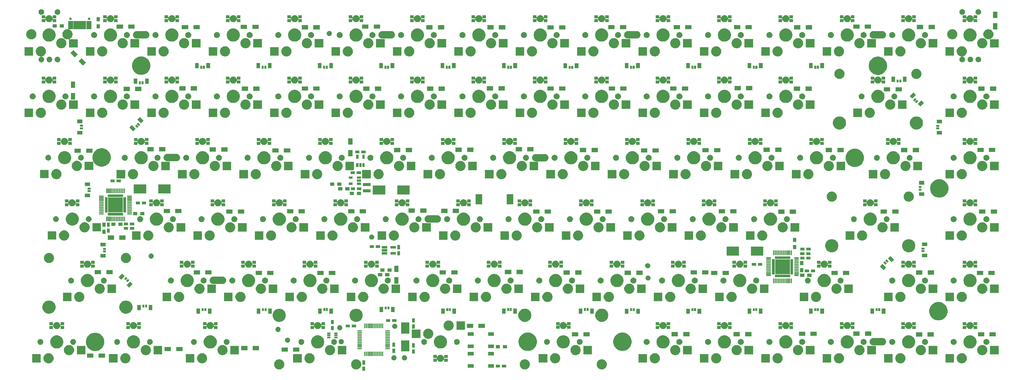
<source format=gbr>
G04 #@! TF.GenerationSoftware,KiCad,Pcbnew,(5.1.4)-1*
G04 #@! TF.CreationDate,2021-03-25T14:40:39-07:00*
G04 #@! TF.ProjectId,lux84,6c757838-342e-46b6-9963-61645f706362,rev?*
G04 #@! TF.SameCoordinates,Original*
G04 #@! TF.FileFunction,Soldermask,Bot*
G04 #@! TF.FilePolarity,Negative*
%FSLAX46Y46*%
G04 Gerber Fmt 4.6, Leading zero omitted, Abs format (unit mm)*
G04 Created by KiCad (PCBNEW (5.1.4)-1) date 2021-03-25 14:40:39*
%MOMM*%
%LPD*%
G04 APERTURE LIST*
%ADD10C,0.100000*%
G04 APERTURE END LIST*
D10*
G36*
X169143800Y-201011800D02*
G01*
X168292200Y-201011800D01*
X168292200Y-199710200D01*
X169143800Y-199710200D01*
X169143800Y-201011800D01*
X169143800Y-201011800D01*
G37*
G36*
X166796153Y-197515718D02*
G01*
X167082748Y-197634429D01*
X167340678Y-197806773D01*
X167560027Y-198026122D01*
X167732371Y-198284052D01*
X167851082Y-198570647D01*
X167911600Y-198874895D01*
X167911600Y-199185105D01*
X167851082Y-199489353D01*
X167732371Y-199775948D01*
X167560027Y-200033878D01*
X167340678Y-200253227D01*
X167082748Y-200425571D01*
X166796153Y-200544282D01*
X166491905Y-200604800D01*
X166181695Y-200604800D01*
X165877447Y-200544282D01*
X165590852Y-200425571D01*
X165332922Y-200253227D01*
X165113573Y-200033878D01*
X164941229Y-199775948D01*
X164822518Y-199489353D01*
X164762000Y-199185105D01*
X164762000Y-198874895D01*
X164822518Y-198570647D01*
X164941229Y-198284052D01*
X165113573Y-198026122D01*
X165332922Y-197806773D01*
X165590852Y-197634429D01*
X165877447Y-197515718D01*
X166181695Y-197455200D01*
X166491905Y-197455200D01*
X166796153Y-197515718D01*
X166796153Y-197515718D01*
G37*
G36*
X142920153Y-197515718D02*
G01*
X143206748Y-197634429D01*
X143464678Y-197806773D01*
X143684027Y-198026122D01*
X143856371Y-198284052D01*
X143975082Y-198570647D01*
X144035600Y-198874895D01*
X144035600Y-199185105D01*
X143975082Y-199489353D01*
X143856371Y-199775948D01*
X143684027Y-200033878D01*
X143464678Y-200253227D01*
X143206748Y-200425571D01*
X142920153Y-200544282D01*
X142615905Y-200604800D01*
X142305695Y-200604800D01*
X142001447Y-200544282D01*
X141714852Y-200425571D01*
X141456922Y-200253227D01*
X141237573Y-200033878D01*
X141065229Y-199775948D01*
X140946518Y-199489353D01*
X140886000Y-199185105D01*
X140886000Y-198874895D01*
X140946518Y-198570647D01*
X141065229Y-198284052D01*
X141237573Y-198026122D01*
X141456922Y-197806773D01*
X141714852Y-197634429D01*
X142001447Y-197515718D01*
X142305695Y-197455200D01*
X142615905Y-197455200D01*
X142920153Y-197515718D01*
X142920153Y-197515718D01*
G37*
G36*
X219126453Y-197503018D02*
G01*
X219413048Y-197621729D01*
X219670978Y-197794073D01*
X219890327Y-198013422D01*
X220062671Y-198271352D01*
X220181382Y-198557947D01*
X220241900Y-198862195D01*
X220241900Y-199172405D01*
X220181382Y-199476653D01*
X220062671Y-199763248D01*
X219890327Y-200021178D01*
X219670978Y-200240527D01*
X219413048Y-200412871D01*
X219126453Y-200531582D01*
X218822205Y-200592100D01*
X218511995Y-200592100D01*
X218207747Y-200531582D01*
X217921152Y-200412871D01*
X217663222Y-200240527D01*
X217443873Y-200021178D01*
X217271529Y-199763248D01*
X217152818Y-199476653D01*
X217092300Y-199172405D01*
X217092300Y-198862195D01*
X217152818Y-198557947D01*
X217271529Y-198271352D01*
X217443873Y-198013422D01*
X217663222Y-197794073D01*
X217921152Y-197621729D01*
X218207747Y-197503018D01*
X218511995Y-197442500D01*
X218822205Y-197442500D01*
X219126453Y-197503018D01*
X219126453Y-197503018D01*
G37*
G36*
X243002453Y-197503018D02*
G01*
X243289048Y-197621729D01*
X243546978Y-197794073D01*
X243766327Y-198013422D01*
X243938671Y-198271352D01*
X244057382Y-198557947D01*
X244117900Y-198862195D01*
X244117900Y-199172405D01*
X244057382Y-199476653D01*
X243938671Y-199763248D01*
X243766327Y-200021178D01*
X243546978Y-200240527D01*
X243289048Y-200412871D01*
X243002453Y-200531582D01*
X242698205Y-200592100D01*
X242387995Y-200592100D01*
X242083747Y-200531582D01*
X241797152Y-200412871D01*
X241539222Y-200240527D01*
X241319873Y-200021178D01*
X241147529Y-199763248D01*
X241028818Y-199476653D01*
X240968300Y-199172405D01*
X240968300Y-198862195D01*
X241028818Y-198557947D01*
X241147529Y-198271352D01*
X241319873Y-198013422D01*
X241539222Y-197794073D01*
X241797152Y-197621729D01*
X242083747Y-197503018D01*
X242387995Y-197442500D01*
X242698205Y-197442500D01*
X243002453Y-197503018D01*
X243002453Y-197503018D01*
G37*
G36*
X202790800Y-200083800D02*
G01*
X200989200Y-200083800D01*
X200989200Y-198982200D01*
X202790800Y-198982200D01*
X202790800Y-200083800D01*
X202790800Y-200083800D01*
G37*
G36*
X209090800Y-200083800D02*
G01*
X207289200Y-200083800D01*
X207289200Y-198982200D01*
X209090800Y-198982200D01*
X209090800Y-200083800D01*
X209090800Y-200083800D01*
G37*
G36*
X210963800Y-199963800D02*
G01*
X209662200Y-199963800D01*
X209662200Y-199112200D01*
X210963800Y-199112200D01*
X210963800Y-199963800D01*
X210963800Y-199963800D01*
G37*
G36*
X212863800Y-199963800D02*
G01*
X211562200Y-199963800D01*
X211562200Y-199112200D01*
X212863800Y-199112200D01*
X212863800Y-199963800D01*
X212863800Y-199963800D01*
G37*
G36*
X169143800Y-199111800D02*
G01*
X168292200Y-199111800D01*
X168292200Y-197810200D01*
X169143800Y-197810200D01*
X169143800Y-199111800D01*
X169143800Y-199111800D01*
G37*
G36*
X71355603Y-195610718D02*
G01*
X71642198Y-195729429D01*
X71900128Y-195901773D01*
X72119477Y-196121122D01*
X72291821Y-196379052D01*
X72410532Y-196665647D01*
X72471050Y-196969895D01*
X72471050Y-197280105D01*
X72410532Y-197584353D01*
X72291821Y-197870948D01*
X72119477Y-198128878D01*
X71900128Y-198348227D01*
X71642198Y-198520571D01*
X71355603Y-198639282D01*
X71051355Y-198699800D01*
X70741145Y-198699800D01*
X70436897Y-198639282D01*
X70150302Y-198520571D01*
X69892372Y-198348227D01*
X69673023Y-198128878D01*
X69500679Y-197870948D01*
X69381968Y-197584353D01*
X69321450Y-197280105D01*
X69321450Y-196969895D01*
X69381968Y-196665647D01*
X69500679Y-196379052D01*
X69673023Y-196121122D01*
X69892372Y-195901773D01*
X70150302Y-195729429D01*
X70436897Y-195610718D01*
X70741145Y-195550200D01*
X71051355Y-195550200D01*
X71355603Y-195610718D01*
X71355603Y-195610718D01*
G37*
G36*
X316624353Y-195610718D02*
G01*
X316910948Y-195729429D01*
X317168878Y-195901773D01*
X317388227Y-196121122D01*
X317560571Y-196379052D01*
X317679282Y-196665647D01*
X317739800Y-196969895D01*
X317739800Y-197280105D01*
X317679282Y-197584353D01*
X317560571Y-197870948D01*
X317388227Y-198128878D01*
X317168878Y-198348227D01*
X316910948Y-198520571D01*
X316624353Y-198639282D01*
X316320105Y-198699800D01*
X316009895Y-198699800D01*
X315705647Y-198639282D01*
X315419052Y-198520571D01*
X315161122Y-198348227D01*
X314941773Y-198128878D01*
X314769429Y-197870948D01*
X314650718Y-197584353D01*
X314590200Y-197280105D01*
X314590200Y-196969895D01*
X314650718Y-196665647D01*
X314769429Y-196379052D01*
X314941773Y-196121122D01*
X315161122Y-195901773D01*
X315419052Y-195729429D01*
X315705647Y-195610718D01*
X316009895Y-195550200D01*
X316320105Y-195550200D01*
X316624353Y-195610718D01*
X316624353Y-195610718D01*
G37*
G36*
X297574353Y-195610718D02*
G01*
X297860948Y-195729429D01*
X298118878Y-195901773D01*
X298338227Y-196121122D01*
X298510571Y-196379052D01*
X298629282Y-196665647D01*
X298689800Y-196969895D01*
X298689800Y-197280105D01*
X298629282Y-197584353D01*
X298510571Y-197870948D01*
X298338227Y-198128878D01*
X298118878Y-198348227D01*
X297860948Y-198520571D01*
X297574353Y-198639282D01*
X297270105Y-198699800D01*
X296959895Y-198699800D01*
X296655647Y-198639282D01*
X296369052Y-198520571D01*
X296111122Y-198348227D01*
X295891773Y-198128878D01*
X295719429Y-197870948D01*
X295600718Y-197584353D01*
X295540200Y-197280105D01*
X295540200Y-196969895D01*
X295600718Y-196665647D01*
X295719429Y-196379052D01*
X295891773Y-196121122D01*
X296111122Y-195901773D01*
X296369052Y-195729429D01*
X296655647Y-195610718D01*
X296959895Y-195550200D01*
X297270105Y-195550200D01*
X297574353Y-195610718D01*
X297574353Y-195610718D01*
G37*
G36*
X278524353Y-195610718D02*
G01*
X278810948Y-195729429D01*
X279068878Y-195901773D01*
X279288227Y-196121122D01*
X279460571Y-196379052D01*
X279579282Y-196665647D01*
X279639800Y-196969895D01*
X279639800Y-197280105D01*
X279579282Y-197584353D01*
X279460571Y-197870948D01*
X279288227Y-198128878D01*
X279068878Y-198348227D01*
X278810948Y-198520571D01*
X278524353Y-198639282D01*
X278220105Y-198699800D01*
X277909895Y-198699800D01*
X277605647Y-198639282D01*
X277319052Y-198520571D01*
X277061122Y-198348227D01*
X276841773Y-198128878D01*
X276669429Y-197870948D01*
X276550718Y-197584353D01*
X276490200Y-197280105D01*
X276490200Y-196969895D01*
X276550718Y-196665647D01*
X276669429Y-196379052D01*
X276841773Y-196121122D01*
X277061122Y-195901773D01*
X277319052Y-195729429D01*
X277605647Y-195610718D01*
X277909895Y-195550200D01*
X278220105Y-195550200D01*
X278524353Y-195610718D01*
X278524353Y-195610718D01*
G37*
G36*
X259474353Y-195610718D02*
G01*
X259760948Y-195729429D01*
X260018878Y-195901773D01*
X260238227Y-196121122D01*
X260410571Y-196379052D01*
X260529282Y-196665647D01*
X260589800Y-196969895D01*
X260589800Y-197280105D01*
X260529282Y-197584353D01*
X260410571Y-197870948D01*
X260238227Y-198128878D01*
X260018878Y-198348227D01*
X259760948Y-198520571D01*
X259474353Y-198639282D01*
X259170105Y-198699800D01*
X258859895Y-198699800D01*
X258555647Y-198639282D01*
X258269052Y-198520571D01*
X258011122Y-198348227D01*
X257791773Y-198128878D01*
X257619429Y-197870948D01*
X257500718Y-197584353D01*
X257440200Y-197280105D01*
X257440200Y-196969895D01*
X257500718Y-196665647D01*
X257619429Y-196379052D01*
X257791773Y-196121122D01*
X258011122Y-195901773D01*
X258269052Y-195729429D01*
X258555647Y-195610718D01*
X258859895Y-195550200D01*
X259170105Y-195550200D01*
X259474353Y-195610718D01*
X259474353Y-195610718D01*
G37*
G36*
X118980653Y-195610718D02*
G01*
X119267248Y-195729429D01*
X119525178Y-195901773D01*
X119744527Y-196121122D01*
X119916871Y-196379052D01*
X120035582Y-196665647D01*
X120096100Y-196969895D01*
X120096100Y-197280105D01*
X120035582Y-197584353D01*
X119916871Y-197870948D01*
X119744527Y-198128878D01*
X119525178Y-198348227D01*
X119267248Y-198520571D01*
X118980653Y-198639282D01*
X118676405Y-198699800D01*
X118366195Y-198699800D01*
X118061947Y-198639282D01*
X117775352Y-198520571D01*
X117517422Y-198348227D01*
X117298073Y-198128878D01*
X117125729Y-197870948D01*
X117007018Y-197584353D01*
X116946500Y-197280105D01*
X116946500Y-196969895D01*
X117007018Y-196665647D01*
X117125729Y-196379052D01*
X117298073Y-196121122D01*
X117517422Y-195901773D01*
X117775352Y-195729429D01*
X118061947Y-195610718D01*
X118366195Y-195550200D01*
X118676405Y-195550200D01*
X118980653Y-195610718D01*
X118980653Y-195610718D01*
G37*
G36*
X95168153Y-195610718D02*
G01*
X95454748Y-195729429D01*
X95712678Y-195901773D01*
X95932027Y-196121122D01*
X96104371Y-196379052D01*
X96223082Y-196665647D01*
X96283600Y-196969895D01*
X96283600Y-197280105D01*
X96223082Y-197584353D01*
X96104371Y-197870948D01*
X95932027Y-198128878D01*
X95712678Y-198348227D01*
X95454748Y-198520571D01*
X95168153Y-198639282D01*
X94863905Y-198699800D01*
X94553695Y-198699800D01*
X94249447Y-198639282D01*
X93962852Y-198520571D01*
X93704922Y-198348227D01*
X93485573Y-198128878D01*
X93313229Y-197870948D01*
X93194518Y-197584353D01*
X93134000Y-197280105D01*
X93134000Y-196969895D01*
X93194518Y-196665647D01*
X93313229Y-196379052D01*
X93485573Y-196121122D01*
X93704922Y-195901773D01*
X93962852Y-195729429D01*
X94249447Y-195610718D01*
X94553695Y-195550200D01*
X94863905Y-195550200D01*
X95168153Y-195610718D01*
X95168153Y-195610718D01*
G37*
G36*
X152318153Y-195610718D02*
G01*
X152604748Y-195729429D01*
X152862678Y-195901773D01*
X153082027Y-196121122D01*
X153254371Y-196379052D01*
X153373082Y-196665647D01*
X153433600Y-196969895D01*
X153433600Y-197280105D01*
X153373082Y-197584353D01*
X153254371Y-197870948D01*
X153082027Y-198128878D01*
X152862678Y-198348227D01*
X152604748Y-198520571D01*
X152318153Y-198639282D01*
X152013905Y-198699800D01*
X151703695Y-198699800D01*
X151399447Y-198639282D01*
X151112852Y-198520571D01*
X150854922Y-198348227D01*
X150635573Y-198128878D01*
X150463229Y-197870948D01*
X150344518Y-197584353D01*
X150284000Y-197280105D01*
X150284000Y-196969895D01*
X150344518Y-196665647D01*
X150463229Y-196379052D01*
X150635573Y-196121122D01*
X150854922Y-195901773D01*
X151112852Y-195729429D01*
X151399447Y-195610718D01*
X151703695Y-195550200D01*
X152013905Y-195550200D01*
X152318153Y-195610718D01*
X152318153Y-195610718D01*
G37*
G36*
X354724353Y-195610718D02*
G01*
X355010948Y-195729429D01*
X355268878Y-195901773D01*
X355488227Y-196121122D01*
X355660571Y-196379052D01*
X355779282Y-196665647D01*
X355839800Y-196969895D01*
X355839800Y-197280105D01*
X355779282Y-197584353D01*
X355660571Y-197870948D01*
X355488227Y-198128878D01*
X355268878Y-198348227D01*
X355010948Y-198520571D01*
X354724353Y-198639282D01*
X354420105Y-198699800D01*
X354109895Y-198699800D01*
X353805647Y-198639282D01*
X353519052Y-198520571D01*
X353261122Y-198348227D01*
X353041773Y-198128878D01*
X352869429Y-197870948D01*
X352750718Y-197584353D01*
X352690200Y-197280105D01*
X352690200Y-196969895D01*
X352750718Y-196665647D01*
X352869429Y-196379052D01*
X353041773Y-196121122D01*
X353261122Y-195901773D01*
X353519052Y-195729429D01*
X353805647Y-195610718D01*
X354109895Y-195550200D01*
X354420105Y-195550200D01*
X354724353Y-195610718D01*
X354724353Y-195610718D01*
G37*
G36*
X335674353Y-195610718D02*
G01*
X335960948Y-195729429D01*
X336218878Y-195901773D01*
X336438227Y-196121122D01*
X336610571Y-196379052D01*
X336729282Y-196665647D01*
X336789800Y-196969895D01*
X336789800Y-197280105D01*
X336729282Y-197584353D01*
X336610571Y-197870948D01*
X336438227Y-198128878D01*
X336218878Y-198348227D01*
X335960948Y-198520571D01*
X335674353Y-198639282D01*
X335370105Y-198699800D01*
X335059895Y-198699800D01*
X334755647Y-198639282D01*
X334469052Y-198520571D01*
X334211122Y-198348227D01*
X333991773Y-198128878D01*
X333819429Y-197870948D01*
X333700718Y-197584353D01*
X333640200Y-197280105D01*
X333640200Y-196969895D01*
X333700718Y-196665647D01*
X333819429Y-196379052D01*
X333991773Y-196121122D01*
X334211122Y-195901773D01*
X334469052Y-195729429D01*
X334755647Y-195610718D01*
X335059895Y-195550200D01*
X335370105Y-195550200D01*
X335674353Y-195610718D01*
X335674353Y-195610718D01*
G37*
G36*
X228524453Y-195598018D02*
G01*
X228811048Y-195716729D01*
X229068978Y-195889073D01*
X229288327Y-196108422D01*
X229460671Y-196366352D01*
X229579382Y-196652947D01*
X229639900Y-196957195D01*
X229639900Y-197267405D01*
X229579382Y-197571653D01*
X229460671Y-197858248D01*
X229288327Y-198116178D01*
X229068978Y-198335527D01*
X228811048Y-198507871D01*
X228524453Y-198626582D01*
X228220205Y-198687100D01*
X227909995Y-198687100D01*
X227605747Y-198626582D01*
X227319152Y-198507871D01*
X227061222Y-198335527D01*
X226841873Y-198116178D01*
X226669529Y-197858248D01*
X226550818Y-197571653D01*
X226490300Y-197267405D01*
X226490300Y-196957195D01*
X226550818Y-196652947D01*
X226669529Y-196366352D01*
X226841873Y-196108422D01*
X227061222Y-195889073D01*
X227319152Y-195716729D01*
X227605747Y-195598018D01*
X227909995Y-195537500D01*
X228220205Y-195537500D01*
X228524453Y-195598018D01*
X228524453Y-195598018D01*
G37*
G36*
X332790800Y-198425800D02*
G01*
X330139200Y-198425800D01*
X330139200Y-195824200D01*
X332790800Y-195824200D01*
X332790800Y-198425800D01*
X332790800Y-198425800D01*
G37*
G36*
X351840800Y-198425800D02*
G01*
X349189200Y-198425800D01*
X349189200Y-195824200D01*
X351840800Y-195824200D01*
X351840800Y-198425800D01*
X351840800Y-198425800D01*
G37*
G36*
X92284600Y-198425800D02*
G01*
X89633000Y-198425800D01*
X89633000Y-195824200D01*
X92284600Y-195824200D01*
X92284600Y-198425800D01*
X92284600Y-198425800D01*
G37*
G36*
X275640800Y-198425800D02*
G01*
X272989200Y-198425800D01*
X272989200Y-195824200D01*
X275640800Y-195824200D01*
X275640800Y-198425800D01*
X275640800Y-198425800D01*
G37*
G36*
X294690800Y-198425800D02*
G01*
X292039200Y-198425800D01*
X292039200Y-195824200D01*
X294690800Y-195824200D01*
X294690800Y-198425800D01*
X294690800Y-198425800D01*
G37*
G36*
X313740800Y-198425800D02*
G01*
X311089200Y-198425800D01*
X311089200Y-195824200D01*
X313740800Y-195824200D01*
X313740800Y-198425800D01*
X313740800Y-198425800D01*
G37*
G36*
X256590800Y-198425800D02*
G01*
X253939200Y-198425800D01*
X253939200Y-195824200D01*
X256590800Y-195824200D01*
X256590800Y-198425800D01*
X256590800Y-198425800D01*
G37*
G36*
X116097100Y-198425800D02*
G01*
X113445500Y-198425800D01*
X113445500Y-195824200D01*
X116097100Y-195824200D01*
X116097100Y-198425800D01*
X116097100Y-198425800D01*
G37*
G36*
X149434600Y-198425800D02*
G01*
X146783000Y-198425800D01*
X146783000Y-195824200D01*
X149434600Y-195824200D01*
X149434600Y-198425800D01*
X149434600Y-198425800D01*
G37*
G36*
X68472050Y-198425800D02*
G01*
X65820450Y-198425800D01*
X65820450Y-195824200D01*
X68472050Y-195824200D01*
X68472050Y-198425800D01*
X68472050Y-198425800D01*
G37*
G36*
X225640900Y-198413100D02*
G01*
X222989300Y-198413100D01*
X222989300Y-195811500D01*
X225640900Y-195811500D01*
X225640900Y-198413100D01*
X225640900Y-198413100D01*
G37*
G36*
X192641581Y-196039764D02*
G01*
X192817583Y-196074772D01*
X193016351Y-196157105D01*
X193195237Y-196276633D01*
X193347367Y-196428763D01*
X193466895Y-196607649D01*
X193547457Y-196802141D01*
X193550896Y-196810445D01*
X193551272Y-196811685D01*
X193555967Y-196820466D01*
X193562286Y-196828163D01*
X193569985Y-196834480D01*
X193578768Y-196839173D01*
X193588298Y-196842062D01*
X193598208Y-196843037D01*
X193608118Y-196842060D01*
X193617648Y-196839167D01*
X193626429Y-196834472D01*
X193634126Y-196828153D01*
X193640443Y-196820454D01*
X193645136Y-196811671D01*
X193648025Y-196802141D01*
X193649000Y-196792238D01*
X193649000Y-196086700D01*
X194750600Y-196086700D01*
X194750600Y-197013300D01*
X193641999Y-197013300D01*
X193632089Y-197014276D01*
X193622559Y-197017167D01*
X193613777Y-197021861D01*
X193606079Y-197028179D01*
X193599761Y-197035877D01*
X193595067Y-197044659D01*
X193592176Y-197054189D01*
X193591200Y-197064099D01*
X193591200Y-197185901D01*
X193592176Y-197195811D01*
X193595067Y-197205341D01*
X193599761Y-197214123D01*
X193606079Y-197221821D01*
X193613777Y-197228139D01*
X193622559Y-197232833D01*
X193632089Y-197235724D01*
X193641999Y-197236700D01*
X194750600Y-197236700D01*
X194750600Y-198163300D01*
X193649000Y-198163300D01*
X193649000Y-197457762D01*
X193648024Y-197447852D01*
X193645133Y-197438322D01*
X193640439Y-197429540D01*
X193634121Y-197421842D01*
X193626423Y-197415524D01*
X193617641Y-197410830D01*
X193608111Y-197407939D01*
X193598201Y-197406963D01*
X193588291Y-197407939D01*
X193578761Y-197410830D01*
X193569979Y-197415524D01*
X193562281Y-197421842D01*
X193555963Y-197429540D01*
X193551269Y-197438322D01*
X193550893Y-197439562D01*
X193549229Y-197443580D01*
X193549228Y-197443583D01*
X193466895Y-197642351D01*
X193347367Y-197821237D01*
X193195237Y-197973367D01*
X193016351Y-198092895D01*
X192817583Y-198175228D01*
X192641581Y-198210236D01*
X192606573Y-198217200D01*
X192391427Y-198217200D01*
X192356419Y-198210236D01*
X192180417Y-198175228D01*
X191981649Y-198092895D01*
X191802763Y-197973367D01*
X191650633Y-197821237D01*
X191531105Y-197642351D01*
X191448772Y-197443583D01*
X191448619Y-197442815D01*
X191445731Y-197433294D01*
X191441037Y-197424512D01*
X191434720Y-197416814D01*
X191427022Y-197410496D01*
X191418239Y-197405802D01*
X191408710Y-197402911D01*
X191398799Y-197401935D01*
X191388889Y-197402911D01*
X191379359Y-197405802D01*
X191370577Y-197410496D01*
X191362879Y-197416813D01*
X191356561Y-197424511D01*
X191351867Y-197433294D01*
X191348976Y-197442823D01*
X191348000Y-197452734D01*
X191348000Y-198163300D01*
X190246400Y-198163300D01*
X190246400Y-197236700D01*
X191356001Y-197236700D01*
X191365911Y-197235724D01*
X191375441Y-197232833D01*
X191384223Y-197228139D01*
X191391921Y-197221821D01*
X191398239Y-197214123D01*
X191402933Y-197205341D01*
X191405824Y-197195811D01*
X191406800Y-197185901D01*
X191406800Y-197064099D01*
X191405824Y-197054189D01*
X191402933Y-197044659D01*
X191398239Y-197035877D01*
X191391921Y-197028179D01*
X191384223Y-197021861D01*
X191375441Y-197017167D01*
X191365911Y-197014276D01*
X191356001Y-197013300D01*
X190246400Y-197013300D01*
X190246400Y-196086700D01*
X191348000Y-196086700D01*
X191348000Y-196797266D01*
X191348976Y-196807176D01*
X191351867Y-196816706D01*
X191356561Y-196825488D01*
X191362879Y-196833186D01*
X191370577Y-196839504D01*
X191379359Y-196844198D01*
X191388889Y-196847089D01*
X191398799Y-196848065D01*
X191408709Y-196847089D01*
X191418239Y-196844198D01*
X191427021Y-196839504D01*
X191434719Y-196833186D01*
X191441037Y-196825488D01*
X191445731Y-196816706D01*
X191448619Y-196807185D01*
X191448772Y-196806417D01*
X191531105Y-196607649D01*
X191650633Y-196428763D01*
X191802763Y-196276633D01*
X191981649Y-196157105D01*
X192180417Y-196074772D01*
X192356419Y-196039764D01*
X192391427Y-196032800D01*
X192606573Y-196032800D01*
X192641581Y-196039764D01*
X192641581Y-196039764D01*
G37*
G36*
X181549985Y-196227974D02*
G01*
X181695722Y-196288339D01*
X181826882Y-196375978D01*
X181938422Y-196487518D01*
X182026061Y-196618678D01*
X182086426Y-196764415D01*
X182117200Y-196919128D01*
X182117200Y-197076872D01*
X182086426Y-197231585D01*
X182026061Y-197377322D01*
X181938422Y-197508482D01*
X181826882Y-197620022D01*
X181695722Y-197707661D01*
X181549985Y-197768026D01*
X181395272Y-197798800D01*
X181237528Y-197798800D01*
X181082815Y-197768026D01*
X180937078Y-197707661D01*
X180805918Y-197620022D01*
X180694378Y-197508482D01*
X180606739Y-197377322D01*
X180546374Y-197231585D01*
X180515600Y-197076872D01*
X180515600Y-196919128D01*
X180546374Y-196764415D01*
X180606739Y-196618678D01*
X180694378Y-196487518D01*
X180805918Y-196375978D01*
X180937078Y-196288339D01*
X181082815Y-196227974D01*
X181237528Y-196197200D01*
X181395272Y-196197200D01*
X181549985Y-196227974D01*
X181549985Y-196227974D01*
G37*
G36*
X178298785Y-196227974D02*
G01*
X178444522Y-196288339D01*
X178575682Y-196375978D01*
X178687222Y-196487518D01*
X178774861Y-196618678D01*
X178835226Y-196764415D01*
X178866000Y-196919128D01*
X178866000Y-197076872D01*
X178835226Y-197231585D01*
X178774861Y-197377322D01*
X178687222Y-197508482D01*
X178575682Y-197620022D01*
X178444522Y-197707661D01*
X178298785Y-197768026D01*
X178144072Y-197798800D01*
X177986328Y-197798800D01*
X177831615Y-197768026D01*
X177685878Y-197707661D01*
X177554718Y-197620022D01*
X177443178Y-197508482D01*
X177355539Y-197377322D01*
X177295174Y-197231585D01*
X177264400Y-197076872D01*
X177264400Y-196919128D01*
X177295174Y-196764415D01*
X177355539Y-196618678D01*
X177443178Y-196487518D01*
X177554718Y-196375978D01*
X177685878Y-196288339D01*
X177831615Y-196227974D01*
X177986328Y-196197200D01*
X178144072Y-196197200D01*
X178298785Y-196227974D01*
X178298785Y-196227974D01*
G37*
G36*
X88385000Y-196937600D02*
G01*
X86433400Y-196937600D01*
X86433400Y-195636000D01*
X88385000Y-195636000D01*
X88385000Y-196937600D01*
X88385000Y-196937600D01*
G37*
G36*
X84785000Y-196937600D02*
G01*
X82833400Y-196937600D01*
X82833400Y-195636000D01*
X84785000Y-195636000D01*
X84785000Y-196937600D01*
X84785000Y-196937600D01*
G37*
G36*
X170691800Y-196460800D02*
G01*
X170340200Y-196460800D01*
X170340200Y-195059200D01*
X170691800Y-195059200D01*
X170691800Y-196460800D01*
X170691800Y-196460800D01*
G37*
G36*
X174691800Y-196460800D02*
G01*
X174340200Y-196460800D01*
X174340200Y-195059200D01*
X174691800Y-195059200D01*
X174691800Y-196460800D01*
X174691800Y-196460800D01*
G37*
G36*
X174191800Y-196460800D02*
G01*
X173840200Y-196460800D01*
X173840200Y-195059200D01*
X174191800Y-195059200D01*
X174191800Y-196460800D01*
X174191800Y-196460800D01*
G37*
G36*
X169691800Y-196460800D02*
G01*
X169340200Y-196460800D01*
X169340200Y-195059200D01*
X169691800Y-195059200D01*
X169691800Y-196460800D01*
X169691800Y-196460800D01*
G37*
G36*
X170191800Y-196460800D02*
G01*
X169840200Y-196460800D01*
X169840200Y-195059200D01*
X170191800Y-195059200D01*
X170191800Y-196460800D01*
X170191800Y-196460800D01*
G37*
G36*
X171191800Y-196460800D02*
G01*
X170840200Y-196460800D01*
X170840200Y-195059200D01*
X171191800Y-195059200D01*
X171191800Y-196460800D01*
X171191800Y-196460800D01*
G37*
G36*
X171691800Y-196460800D02*
G01*
X171340200Y-196460800D01*
X171340200Y-195059200D01*
X171691800Y-195059200D01*
X171691800Y-196460800D01*
X171691800Y-196460800D01*
G37*
G36*
X172191800Y-196460800D02*
G01*
X171840200Y-196460800D01*
X171840200Y-195059200D01*
X172191800Y-195059200D01*
X172191800Y-196460800D01*
X172191800Y-196460800D01*
G37*
G36*
X172691800Y-196460800D02*
G01*
X172340200Y-196460800D01*
X172340200Y-195059200D01*
X172691800Y-195059200D01*
X172691800Y-196460800D01*
X172691800Y-196460800D01*
G37*
G36*
X173191800Y-196460800D02*
G01*
X172840200Y-196460800D01*
X172840200Y-195059200D01*
X173191800Y-195059200D01*
X173191800Y-196460800D01*
X173191800Y-196460800D01*
G37*
G36*
X173691800Y-196460800D02*
G01*
X173340200Y-196460800D01*
X173340200Y-195059200D01*
X173691800Y-195059200D01*
X173691800Y-196460800D01*
X173691800Y-196460800D01*
G37*
G36*
X169191800Y-196460800D02*
G01*
X168840200Y-196460800D01*
X168840200Y-195059200D01*
X169191800Y-195059200D01*
X169191800Y-196460800D01*
X169191800Y-196460800D01*
G37*
G36*
X202790800Y-196283800D02*
G01*
X200989200Y-196283800D01*
X200989200Y-195182200D01*
X202790800Y-195182200D01*
X202790800Y-196283800D01*
X202790800Y-196283800D01*
G37*
G36*
X209090800Y-196283800D02*
G01*
X207289200Y-196283800D01*
X207289200Y-195182200D01*
X209090800Y-195182200D01*
X209090800Y-196283800D01*
X209090800Y-196283800D01*
G37*
G36*
X77705603Y-193070718D02*
G01*
X77992198Y-193189429D01*
X78250128Y-193361773D01*
X78469477Y-193581122D01*
X78641821Y-193839052D01*
X78760532Y-194125647D01*
X78821050Y-194429895D01*
X78821050Y-194740105D01*
X78760532Y-195044353D01*
X78641821Y-195330948D01*
X78469477Y-195588878D01*
X78250128Y-195808227D01*
X77992198Y-195980571D01*
X77705603Y-196099282D01*
X77401355Y-196159800D01*
X77091145Y-196159800D01*
X76786897Y-196099282D01*
X76500302Y-195980571D01*
X76242372Y-195808227D01*
X76023023Y-195588878D01*
X75850679Y-195330948D01*
X75731968Y-195044353D01*
X75671450Y-194740105D01*
X75671450Y-194429895D01*
X75731968Y-194125647D01*
X75850679Y-193839052D01*
X76023023Y-193581122D01*
X76242372Y-193361773D01*
X76500302Y-193189429D01*
X76786897Y-193070718D01*
X77091145Y-193010200D01*
X77401355Y-193010200D01*
X77705603Y-193070718D01*
X77705603Y-193070718D01*
G37*
G36*
X158668153Y-193070718D02*
G01*
X158954748Y-193189429D01*
X159212678Y-193361773D01*
X159432027Y-193581122D01*
X159604371Y-193839052D01*
X159723082Y-194125647D01*
X159783600Y-194429895D01*
X159783600Y-194740105D01*
X159723082Y-195044353D01*
X159604371Y-195330948D01*
X159432027Y-195588878D01*
X159212678Y-195808227D01*
X158954748Y-195980571D01*
X158668153Y-196099282D01*
X158363905Y-196159800D01*
X158053695Y-196159800D01*
X157749447Y-196099282D01*
X157462852Y-195980571D01*
X157204922Y-195808227D01*
X156985573Y-195588878D01*
X156813229Y-195330948D01*
X156694518Y-195044353D01*
X156634000Y-194740105D01*
X156634000Y-194429895D01*
X156694518Y-194125647D01*
X156813229Y-193839052D01*
X156985573Y-193581122D01*
X157204922Y-193361773D01*
X157462852Y-193189429D01*
X157749447Y-193070718D01*
X158053695Y-193010200D01*
X158363905Y-193010200D01*
X158668153Y-193070718D01*
X158668153Y-193070718D01*
G37*
G36*
X101518153Y-193070718D02*
G01*
X101804748Y-193189429D01*
X102062678Y-193361773D01*
X102282027Y-193581122D01*
X102454371Y-193839052D01*
X102573082Y-194125647D01*
X102633600Y-194429895D01*
X102633600Y-194740105D01*
X102573082Y-195044353D01*
X102454371Y-195330948D01*
X102282027Y-195588878D01*
X102062678Y-195808227D01*
X101804748Y-195980571D01*
X101518153Y-196099282D01*
X101213905Y-196159800D01*
X100903695Y-196159800D01*
X100599447Y-196099282D01*
X100312852Y-195980571D01*
X100054922Y-195808227D01*
X99835573Y-195588878D01*
X99663229Y-195330948D01*
X99544518Y-195044353D01*
X99484000Y-194740105D01*
X99484000Y-194429895D01*
X99544518Y-194125647D01*
X99663229Y-193839052D01*
X99835573Y-193581122D01*
X100054922Y-193361773D01*
X100312852Y-193189429D01*
X100599447Y-193070718D01*
X100903695Y-193010200D01*
X101213905Y-193010200D01*
X101518153Y-193070718D01*
X101518153Y-193070718D01*
G37*
G36*
X125330653Y-193070718D02*
G01*
X125617248Y-193189429D01*
X125875178Y-193361773D01*
X126094527Y-193581122D01*
X126266871Y-193839052D01*
X126385582Y-194125647D01*
X126446100Y-194429895D01*
X126446100Y-194740105D01*
X126385582Y-195044353D01*
X126266871Y-195330948D01*
X126094527Y-195588878D01*
X125875178Y-195808227D01*
X125617248Y-195980571D01*
X125330653Y-196099282D01*
X125026405Y-196159800D01*
X124716195Y-196159800D01*
X124411947Y-196099282D01*
X124125352Y-195980571D01*
X123867422Y-195808227D01*
X123648073Y-195588878D01*
X123475729Y-195330948D01*
X123357018Y-195044353D01*
X123296500Y-194740105D01*
X123296500Y-194429895D01*
X123357018Y-194125647D01*
X123475729Y-193839052D01*
X123648073Y-193581122D01*
X123867422Y-193361773D01*
X124125352Y-193189429D01*
X124411947Y-193070718D01*
X124716195Y-193010200D01*
X125026405Y-193010200D01*
X125330653Y-193070718D01*
X125330653Y-193070718D01*
G37*
G36*
X265824353Y-193070718D02*
G01*
X266110948Y-193189429D01*
X266368878Y-193361773D01*
X266588227Y-193581122D01*
X266760571Y-193839052D01*
X266879282Y-194125647D01*
X266939800Y-194429895D01*
X266939800Y-194740105D01*
X266879282Y-195044353D01*
X266760571Y-195330948D01*
X266588227Y-195588878D01*
X266368878Y-195808227D01*
X266110948Y-195980571D01*
X265824353Y-196099282D01*
X265520105Y-196159800D01*
X265209895Y-196159800D01*
X264905647Y-196099282D01*
X264619052Y-195980571D01*
X264361122Y-195808227D01*
X264141773Y-195588878D01*
X263969429Y-195330948D01*
X263850718Y-195044353D01*
X263790200Y-194740105D01*
X263790200Y-194429895D01*
X263850718Y-194125647D01*
X263969429Y-193839052D01*
X264141773Y-193581122D01*
X264361122Y-193361773D01*
X264619052Y-193189429D01*
X264905647Y-193070718D01*
X265209895Y-193010200D01*
X265520105Y-193010200D01*
X265824353Y-193070718D01*
X265824353Y-193070718D01*
G37*
G36*
X361074353Y-193070718D02*
G01*
X361360948Y-193189429D01*
X361618878Y-193361773D01*
X361838227Y-193581122D01*
X362010571Y-193839052D01*
X362129282Y-194125647D01*
X362189800Y-194429895D01*
X362189800Y-194740105D01*
X362129282Y-195044353D01*
X362010571Y-195330948D01*
X361838227Y-195588878D01*
X361618878Y-195808227D01*
X361360948Y-195980571D01*
X361074353Y-196099282D01*
X360770105Y-196159800D01*
X360459895Y-196159800D01*
X360155647Y-196099282D01*
X359869052Y-195980571D01*
X359611122Y-195808227D01*
X359391773Y-195588878D01*
X359219429Y-195330948D01*
X359100718Y-195044353D01*
X359040200Y-194740105D01*
X359040200Y-194429895D01*
X359100718Y-194125647D01*
X359219429Y-193839052D01*
X359391773Y-193581122D01*
X359611122Y-193361773D01*
X359869052Y-193189429D01*
X360155647Y-193070718D01*
X360459895Y-193010200D01*
X360770105Y-193010200D01*
X361074353Y-193070718D01*
X361074353Y-193070718D01*
G37*
G36*
X342024353Y-193070718D02*
G01*
X342310948Y-193189429D01*
X342568878Y-193361773D01*
X342788227Y-193581122D01*
X342960571Y-193839052D01*
X343079282Y-194125647D01*
X343139800Y-194429895D01*
X343139800Y-194740105D01*
X343079282Y-195044353D01*
X342960571Y-195330948D01*
X342788227Y-195588878D01*
X342568878Y-195808227D01*
X342310948Y-195980571D01*
X342024353Y-196099282D01*
X341720105Y-196159800D01*
X341409895Y-196159800D01*
X341105647Y-196099282D01*
X340819052Y-195980571D01*
X340561122Y-195808227D01*
X340341773Y-195588878D01*
X340169429Y-195330948D01*
X340050718Y-195044353D01*
X339990200Y-194740105D01*
X339990200Y-194429895D01*
X340050718Y-194125647D01*
X340169429Y-193839052D01*
X340341773Y-193581122D01*
X340561122Y-193361773D01*
X340819052Y-193189429D01*
X341105647Y-193070718D01*
X341409895Y-193010200D01*
X341720105Y-193010200D01*
X342024353Y-193070718D01*
X342024353Y-193070718D01*
G37*
G36*
X284874353Y-193070718D02*
G01*
X285160948Y-193189429D01*
X285418878Y-193361773D01*
X285638227Y-193581122D01*
X285810571Y-193839052D01*
X285929282Y-194125647D01*
X285989800Y-194429895D01*
X285989800Y-194740105D01*
X285929282Y-195044353D01*
X285810571Y-195330948D01*
X285638227Y-195588878D01*
X285418878Y-195808227D01*
X285160948Y-195980571D01*
X284874353Y-196099282D01*
X284570105Y-196159800D01*
X284259895Y-196159800D01*
X283955647Y-196099282D01*
X283669052Y-195980571D01*
X283411122Y-195808227D01*
X283191773Y-195588878D01*
X283019429Y-195330948D01*
X282900718Y-195044353D01*
X282840200Y-194740105D01*
X282840200Y-194429895D01*
X282900718Y-194125647D01*
X283019429Y-193839052D01*
X283191773Y-193581122D01*
X283411122Y-193361773D01*
X283669052Y-193189429D01*
X283955647Y-193070718D01*
X284259895Y-193010200D01*
X284570105Y-193010200D01*
X284874353Y-193070718D01*
X284874353Y-193070718D01*
G37*
G36*
X303924353Y-193070718D02*
G01*
X304210948Y-193189429D01*
X304468878Y-193361773D01*
X304688227Y-193581122D01*
X304860571Y-193839052D01*
X304979282Y-194125647D01*
X305039800Y-194429895D01*
X305039800Y-194740105D01*
X304979282Y-195044353D01*
X304860571Y-195330948D01*
X304688227Y-195588878D01*
X304468878Y-195808227D01*
X304210948Y-195980571D01*
X303924353Y-196099282D01*
X303620105Y-196159800D01*
X303309895Y-196159800D01*
X303005647Y-196099282D01*
X302719052Y-195980571D01*
X302461122Y-195808227D01*
X302241773Y-195588878D01*
X302069429Y-195330948D01*
X301950718Y-195044353D01*
X301890200Y-194740105D01*
X301890200Y-194429895D01*
X301950718Y-194125647D01*
X302069429Y-193839052D01*
X302241773Y-193581122D01*
X302461122Y-193361773D01*
X302719052Y-193189429D01*
X303005647Y-193070718D01*
X303309895Y-193010200D01*
X303620105Y-193010200D01*
X303924353Y-193070718D01*
X303924353Y-193070718D01*
G37*
G36*
X322974353Y-193070718D02*
G01*
X323260948Y-193189429D01*
X323518878Y-193361773D01*
X323738227Y-193581122D01*
X323910571Y-193839052D01*
X324029282Y-194125647D01*
X324089800Y-194429895D01*
X324089800Y-194740105D01*
X324029282Y-195044353D01*
X323910571Y-195330948D01*
X323738227Y-195588878D01*
X323518878Y-195808227D01*
X323260948Y-195980571D01*
X322974353Y-196099282D01*
X322670105Y-196159800D01*
X322359895Y-196159800D01*
X322055647Y-196099282D01*
X321769052Y-195980571D01*
X321511122Y-195808227D01*
X321291773Y-195588878D01*
X321119429Y-195330948D01*
X321000718Y-195044353D01*
X320940200Y-194740105D01*
X320940200Y-194429895D01*
X321000718Y-194125647D01*
X321119429Y-193839052D01*
X321291773Y-193581122D01*
X321511122Y-193361773D01*
X321769052Y-193189429D01*
X322055647Y-193070718D01*
X322359895Y-193010200D01*
X322670105Y-193010200D01*
X322974353Y-193070718D01*
X322974353Y-193070718D01*
G37*
G36*
X234874453Y-193058018D02*
G01*
X235161048Y-193176729D01*
X235418978Y-193349073D01*
X235638327Y-193568422D01*
X235810671Y-193826352D01*
X235929382Y-194112947D01*
X235989900Y-194417195D01*
X235989900Y-194727405D01*
X235929382Y-195031653D01*
X235810671Y-195318248D01*
X235638327Y-195576178D01*
X235418978Y-195795527D01*
X235161048Y-195967871D01*
X234874453Y-196086582D01*
X234570205Y-196147100D01*
X234259995Y-196147100D01*
X233955747Y-196086582D01*
X233669152Y-195967871D01*
X233411222Y-195795527D01*
X233191873Y-195576178D01*
X233019529Y-195318248D01*
X232900818Y-195031653D01*
X232840300Y-194727405D01*
X232840300Y-194417195D01*
X232900818Y-194112947D01*
X233019529Y-193826352D01*
X233191873Y-193568422D01*
X233411222Y-193349073D01*
X233669152Y-193176729D01*
X233955747Y-193058018D01*
X234259995Y-192997500D01*
X234570205Y-192997500D01*
X234874453Y-193058018D01*
X234874453Y-193058018D01*
G37*
G36*
X308540800Y-195885800D02*
G01*
X305889200Y-195885800D01*
X305889200Y-193284200D01*
X308540800Y-193284200D01*
X308540800Y-195885800D01*
X308540800Y-195885800D01*
G37*
G36*
X365690800Y-195885800D02*
G01*
X363039200Y-195885800D01*
X363039200Y-193284200D01*
X365690800Y-193284200D01*
X365690800Y-195885800D01*
X365690800Y-195885800D01*
G37*
G36*
X346640800Y-195885800D02*
G01*
X343989200Y-195885800D01*
X343989200Y-193284200D01*
X346640800Y-193284200D01*
X346640800Y-195885800D01*
X346640800Y-195885800D01*
G37*
G36*
X327590800Y-195885800D02*
G01*
X324939200Y-195885800D01*
X324939200Y-193284200D01*
X327590800Y-193284200D01*
X327590800Y-195885800D01*
X327590800Y-195885800D01*
G37*
G36*
X82322050Y-195885800D02*
G01*
X79670450Y-195885800D01*
X79670450Y-193284200D01*
X82322050Y-193284200D01*
X82322050Y-195885800D01*
X82322050Y-195885800D01*
G37*
G36*
X106134600Y-195885800D02*
G01*
X103483000Y-195885800D01*
X103483000Y-193284200D01*
X106134600Y-193284200D01*
X106134600Y-195885800D01*
X106134600Y-195885800D01*
G37*
G36*
X289490800Y-195885800D02*
G01*
X286839200Y-195885800D01*
X286839200Y-193284200D01*
X289490800Y-193284200D01*
X289490800Y-195885800D01*
X289490800Y-195885800D01*
G37*
G36*
X129947100Y-195885800D02*
G01*
X127295500Y-195885800D01*
X127295500Y-193284200D01*
X129947100Y-193284200D01*
X129947100Y-195885800D01*
X129947100Y-195885800D01*
G37*
G36*
X163284600Y-195885800D02*
G01*
X160633000Y-195885800D01*
X160633000Y-193284200D01*
X163284600Y-193284200D01*
X163284600Y-195885800D01*
X163284600Y-195885800D01*
G37*
G36*
X270440800Y-195885800D02*
G01*
X267789200Y-195885800D01*
X267789200Y-193284200D01*
X270440800Y-193284200D01*
X270440800Y-195885800D01*
X270440800Y-195885800D01*
G37*
G36*
X239490900Y-195873100D02*
G01*
X236839300Y-195873100D01*
X236839300Y-193271500D01*
X239490900Y-193271500D01*
X239490900Y-195873100D01*
X239490900Y-195873100D01*
G37*
G36*
X184536200Y-195677800D02*
G01*
X183684600Y-195677800D01*
X183684600Y-194376200D01*
X184536200Y-194376200D01*
X184536200Y-195677800D01*
X184536200Y-195677800D01*
G37*
G36*
X178440200Y-195449200D02*
G01*
X177588600Y-195449200D01*
X177588600Y-194147600D01*
X178440200Y-194147600D01*
X178440200Y-195449200D01*
X178440200Y-195449200D01*
G37*
G36*
X145135400Y-195058000D02*
G01*
X143183800Y-195058000D01*
X143183800Y-193756400D01*
X145135400Y-193756400D01*
X145135400Y-195058000D01*
X145135400Y-195058000D01*
G37*
G36*
X148735400Y-195058000D02*
G01*
X146783800Y-195058000D01*
X146783800Y-193756400D01*
X148735400Y-193756400D01*
X148735400Y-195058000D01*
X148735400Y-195058000D01*
G37*
G36*
X182795800Y-194996800D02*
G01*
X180294200Y-194996800D01*
X180294200Y-191570200D01*
X182795800Y-191570200D01*
X182795800Y-194996800D01*
X182795800Y-194996800D01*
G37*
G36*
X108864200Y-194905600D02*
G01*
X106912600Y-194905600D01*
X106912600Y-193604000D01*
X108864200Y-193604000D01*
X108864200Y-194905600D01*
X108864200Y-194905600D01*
G37*
G36*
X112464200Y-194905600D02*
G01*
X110512600Y-194905600D01*
X110512600Y-193604000D01*
X112464200Y-193604000D01*
X112464200Y-194905600D01*
X112464200Y-194905600D01*
G37*
G36*
X86174048Y-189303754D02*
G01*
X86692861Y-189518653D01*
X87159781Y-189830640D01*
X87556860Y-190227719D01*
X87868847Y-190694639D01*
X88083746Y-191213452D01*
X88193300Y-191764220D01*
X88193300Y-192325780D01*
X88083746Y-192876548D01*
X87868847Y-193395361D01*
X87556860Y-193862281D01*
X87159781Y-194259360D01*
X86692861Y-194571347D01*
X86174048Y-194786246D01*
X85623280Y-194895800D01*
X85061720Y-194895800D01*
X84510952Y-194786246D01*
X83992139Y-194571347D01*
X83525219Y-194259360D01*
X83128140Y-193862281D01*
X82816153Y-193395361D01*
X82601254Y-192876548D01*
X82491700Y-192325780D01*
X82491700Y-191764220D01*
X82601254Y-191213452D01*
X82816153Y-190694639D01*
X83128140Y-190227719D01*
X83525219Y-189830640D01*
X83992139Y-189518653D01*
X84510952Y-189303754D01*
X85061720Y-189194200D01*
X85623280Y-189194200D01*
X86174048Y-189303754D01*
X86174048Y-189303754D01*
G37*
G36*
X249788148Y-189252954D02*
G01*
X250306961Y-189467853D01*
X250773881Y-189779840D01*
X251170960Y-190176919D01*
X251482947Y-190643839D01*
X251697846Y-191162652D01*
X251807400Y-191713420D01*
X251807400Y-192274980D01*
X251697846Y-192825748D01*
X251482947Y-193344561D01*
X251170960Y-193811481D01*
X250773881Y-194208560D01*
X250306961Y-194520547D01*
X249788148Y-194735446D01*
X249237380Y-194845000D01*
X248675820Y-194845000D01*
X248125052Y-194735446D01*
X247606239Y-194520547D01*
X247139319Y-194208560D01*
X246742240Y-193811481D01*
X246430253Y-193344561D01*
X246215354Y-192825748D01*
X246105800Y-192274980D01*
X246105800Y-191713420D01*
X246215354Y-191162652D01*
X246430253Y-190643839D01*
X246742240Y-190176919D01*
X247139319Y-189779840D01*
X247606239Y-189467853D01*
X248125052Y-189252954D01*
X248675820Y-189143400D01*
X249237380Y-189143400D01*
X249788148Y-189252954D01*
X249788148Y-189252954D01*
G37*
G36*
X220413048Y-189252954D02*
G01*
X220931861Y-189467853D01*
X221398781Y-189779840D01*
X221795860Y-190176919D01*
X222107847Y-190643839D01*
X222322746Y-191162652D01*
X222432300Y-191713420D01*
X222432300Y-192274980D01*
X222322746Y-192825748D01*
X222107847Y-193344561D01*
X221795860Y-193811481D01*
X221398781Y-194208560D01*
X220931861Y-194520547D01*
X220413048Y-194735446D01*
X219862280Y-194845000D01*
X219300720Y-194845000D01*
X218749952Y-194735446D01*
X218231139Y-194520547D01*
X217764219Y-194208560D01*
X217367140Y-193811481D01*
X217055153Y-193344561D01*
X216840254Y-192825748D01*
X216730700Y-192274980D01*
X216730700Y-191713420D01*
X216840254Y-191162652D01*
X217055153Y-190643839D01*
X217367140Y-190176919D01*
X217764219Y-189779840D01*
X218231139Y-189467853D01*
X218749952Y-189252954D01*
X219300720Y-189143400D01*
X219862280Y-189143400D01*
X220413048Y-189252954D01*
X220413048Y-189252954D01*
G37*
G36*
X136187800Y-194600800D02*
G01*
X134236200Y-194600800D01*
X134236200Y-193299200D01*
X136187800Y-193299200D01*
X136187800Y-194600800D01*
X136187800Y-194600800D01*
G37*
G36*
X132587800Y-194600800D02*
G01*
X130636200Y-194600800D01*
X130636200Y-193299200D01*
X132587800Y-193299200D01*
X132587800Y-194600800D01*
X132587800Y-194600800D01*
G37*
G36*
X176816800Y-194335800D02*
G01*
X175415200Y-194335800D01*
X175415200Y-193984200D01*
X176816800Y-193984200D01*
X176816800Y-194335800D01*
X176816800Y-194335800D01*
G37*
G36*
X168116800Y-194335800D02*
G01*
X166715200Y-194335800D01*
X166715200Y-193984200D01*
X168116800Y-193984200D01*
X168116800Y-194335800D01*
X168116800Y-194335800D01*
G37*
G36*
X121657717Y-190078877D02*
G01*
X122029829Y-190233010D01*
X122364722Y-190456779D01*
X122649521Y-190741578D01*
X122873290Y-191076471D01*
X123027423Y-191448583D01*
X123106000Y-191843614D01*
X123106000Y-192246386D01*
X123027423Y-192641417D01*
X122873290Y-193013529D01*
X122649521Y-193348422D01*
X122364722Y-193633221D01*
X122029829Y-193856990D01*
X121657717Y-194011123D01*
X121262686Y-194089700D01*
X120859914Y-194089700D01*
X120464883Y-194011123D01*
X120092771Y-193856990D01*
X119757878Y-193633221D01*
X119473079Y-193348422D01*
X119249310Y-193013529D01*
X119095177Y-192641417D01*
X119016600Y-192246386D01*
X119016600Y-191843614D01*
X119095177Y-191448583D01*
X119249310Y-191076471D01*
X119473079Y-190741578D01*
X119757878Y-190456779D01*
X120092771Y-190233010D01*
X120464883Y-190078877D01*
X120859914Y-190000300D01*
X121262686Y-190000300D01*
X121657717Y-190078877D01*
X121657717Y-190078877D01*
G37*
G36*
X74032667Y-190078877D02*
G01*
X74404779Y-190233010D01*
X74739672Y-190456779D01*
X75024471Y-190741578D01*
X75248240Y-191076471D01*
X75402373Y-191448583D01*
X75480950Y-191843614D01*
X75480950Y-192246386D01*
X75402373Y-192641417D01*
X75248240Y-193013529D01*
X75024471Y-193348422D01*
X74739672Y-193633221D01*
X74404779Y-193856990D01*
X74032667Y-194011123D01*
X73637636Y-194089700D01*
X73234864Y-194089700D01*
X72839833Y-194011123D01*
X72467721Y-193856990D01*
X72132828Y-193633221D01*
X71848029Y-193348422D01*
X71624260Y-193013529D01*
X71470127Y-192641417D01*
X71391550Y-192246386D01*
X71391550Y-191843614D01*
X71470127Y-191448583D01*
X71624260Y-191076471D01*
X71848029Y-190741578D01*
X72132828Y-190456779D01*
X72467721Y-190233010D01*
X72839833Y-190078877D01*
X73234864Y-190000300D01*
X73637636Y-190000300D01*
X74032667Y-190078877D01*
X74032667Y-190078877D01*
G37*
G36*
X262151417Y-190078877D02*
G01*
X262523529Y-190233010D01*
X262858422Y-190456779D01*
X263143221Y-190741578D01*
X263366990Y-191076471D01*
X263521123Y-191448583D01*
X263599700Y-191843614D01*
X263599700Y-192246386D01*
X263521123Y-192641417D01*
X263366990Y-193013529D01*
X263143221Y-193348422D01*
X262858422Y-193633221D01*
X262523529Y-193856990D01*
X262151417Y-194011123D01*
X261756386Y-194089700D01*
X261353614Y-194089700D01*
X260958583Y-194011123D01*
X260586471Y-193856990D01*
X260251578Y-193633221D01*
X259966779Y-193348422D01*
X259743010Y-193013529D01*
X259588877Y-192641417D01*
X259510300Y-192246386D01*
X259510300Y-191843614D01*
X259588877Y-191448583D01*
X259743010Y-191076471D01*
X259966779Y-190741578D01*
X260251578Y-190456779D01*
X260586471Y-190233010D01*
X260958583Y-190078877D01*
X261353614Y-190000300D01*
X261756386Y-190000300D01*
X262151417Y-190078877D01*
X262151417Y-190078877D01*
G37*
G36*
X300251417Y-190078877D02*
G01*
X300623529Y-190233010D01*
X300958422Y-190456779D01*
X301243221Y-190741578D01*
X301466990Y-191076471D01*
X301621123Y-191448583D01*
X301699700Y-191843614D01*
X301699700Y-192246386D01*
X301621123Y-192641417D01*
X301466990Y-193013529D01*
X301243221Y-193348422D01*
X300958422Y-193633221D01*
X300623529Y-193856990D01*
X300251417Y-194011123D01*
X299856386Y-194089700D01*
X299453614Y-194089700D01*
X299058583Y-194011123D01*
X298686471Y-193856990D01*
X298351578Y-193633221D01*
X298066779Y-193348422D01*
X297843010Y-193013529D01*
X297688877Y-192641417D01*
X297610300Y-192246386D01*
X297610300Y-191843614D01*
X297688877Y-191448583D01*
X297843010Y-191076471D01*
X298066779Y-190741578D01*
X298351578Y-190456779D01*
X298686471Y-190233010D01*
X299058583Y-190078877D01*
X299453614Y-190000300D01*
X299856386Y-190000300D01*
X300251417Y-190078877D01*
X300251417Y-190078877D01*
G37*
G36*
X97845217Y-190078877D02*
G01*
X98217329Y-190233010D01*
X98552222Y-190456779D01*
X98837021Y-190741578D01*
X99060790Y-191076471D01*
X99214923Y-191448583D01*
X99293500Y-191843614D01*
X99293500Y-192246386D01*
X99214923Y-192641417D01*
X99060790Y-193013529D01*
X98837021Y-193348422D01*
X98552222Y-193633221D01*
X98217329Y-193856990D01*
X97845217Y-194011123D01*
X97450186Y-194089700D01*
X97047414Y-194089700D01*
X96652383Y-194011123D01*
X96280271Y-193856990D01*
X95945378Y-193633221D01*
X95660579Y-193348422D01*
X95436810Y-193013529D01*
X95282677Y-192641417D01*
X95204100Y-192246386D01*
X95204100Y-191843614D01*
X95282677Y-191448583D01*
X95436810Y-191076471D01*
X95660579Y-190741578D01*
X95945378Y-190456779D01*
X96280271Y-190233010D01*
X96652383Y-190078877D01*
X97047414Y-190000300D01*
X97450186Y-190000300D01*
X97845217Y-190078877D01*
X97845217Y-190078877D01*
G37*
G36*
X193095417Y-190078877D02*
G01*
X193467529Y-190233010D01*
X193802422Y-190456779D01*
X194087221Y-190741578D01*
X194310990Y-191076471D01*
X194465123Y-191448583D01*
X194543700Y-191843614D01*
X194543700Y-192246386D01*
X194465123Y-192641417D01*
X194310990Y-193013529D01*
X194087221Y-193348422D01*
X193802422Y-193633221D01*
X193467529Y-193856990D01*
X193095417Y-194011123D01*
X192700386Y-194089700D01*
X192297614Y-194089700D01*
X191902583Y-194011123D01*
X191530471Y-193856990D01*
X191195578Y-193633221D01*
X190910779Y-193348422D01*
X190687010Y-193013529D01*
X190532877Y-192641417D01*
X190454300Y-192246386D01*
X190454300Y-191843614D01*
X190532877Y-191448583D01*
X190687010Y-191076471D01*
X190910779Y-190741578D01*
X191195578Y-190456779D01*
X191530471Y-190233010D01*
X191902583Y-190078877D01*
X192297614Y-190000300D01*
X192700386Y-190000300D01*
X193095417Y-190078877D01*
X193095417Y-190078877D01*
G37*
G36*
X319301417Y-190078877D02*
G01*
X319673529Y-190233010D01*
X320008422Y-190456779D01*
X320293221Y-190741578D01*
X320516990Y-191076471D01*
X320671123Y-191448583D01*
X320749700Y-191843614D01*
X320749700Y-192246386D01*
X320671123Y-192641417D01*
X320516990Y-193013529D01*
X320293221Y-193348422D01*
X320008422Y-193633221D01*
X319673529Y-193856990D01*
X319301417Y-194011123D01*
X318906386Y-194089700D01*
X318503614Y-194089700D01*
X318108583Y-194011123D01*
X317736471Y-193856990D01*
X317401578Y-193633221D01*
X317116779Y-193348422D01*
X316893010Y-193013529D01*
X316738877Y-192641417D01*
X316660300Y-192246386D01*
X316660300Y-191843614D01*
X316738877Y-191448583D01*
X316893010Y-191076471D01*
X317116779Y-190741578D01*
X317401578Y-190456779D01*
X317736471Y-190233010D01*
X318108583Y-190078877D01*
X318503614Y-190000300D01*
X318906386Y-190000300D01*
X319301417Y-190078877D01*
X319301417Y-190078877D01*
G37*
G36*
X281201417Y-190078877D02*
G01*
X281573529Y-190233010D01*
X281908422Y-190456779D01*
X282193221Y-190741578D01*
X282416990Y-191076471D01*
X282571123Y-191448583D01*
X282649700Y-191843614D01*
X282649700Y-192246386D01*
X282571123Y-192641417D01*
X282416990Y-193013529D01*
X282193221Y-193348422D01*
X281908422Y-193633221D01*
X281573529Y-193856990D01*
X281201417Y-194011123D01*
X280806386Y-194089700D01*
X280403614Y-194089700D01*
X280008583Y-194011123D01*
X279636471Y-193856990D01*
X279301578Y-193633221D01*
X279016779Y-193348422D01*
X278793010Y-193013529D01*
X278638877Y-192641417D01*
X278560300Y-192246386D01*
X278560300Y-191843614D01*
X278638877Y-191448583D01*
X278793010Y-191076471D01*
X279016779Y-190741578D01*
X279301578Y-190456779D01*
X279636471Y-190233010D01*
X280008583Y-190078877D01*
X280403614Y-190000300D01*
X280806386Y-190000300D01*
X281201417Y-190078877D01*
X281201417Y-190078877D01*
G37*
G36*
X154995217Y-190078877D02*
G01*
X155367329Y-190233010D01*
X155702222Y-190456779D01*
X155987021Y-190741578D01*
X156210790Y-191076471D01*
X156364923Y-191448583D01*
X156443500Y-191843614D01*
X156443500Y-192246386D01*
X156364923Y-192641417D01*
X156210790Y-193013529D01*
X155987021Y-193348422D01*
X155702222Y-193633221D01*
X155367329Y-193856990D01*
X154995217Y-194011123D01*
X154600186Y-194089700D01*
X154197414Y-194089700D01*
X153802383Y-194011123D01*
X153430271Y-193856990D01*
X153095378Y-193633221D01*
X152810579Y-193348422D01*
X152586810Y-193013529D01*
X152432677Y-192641417D01*
X152354100Y-192246386D01*
X152354100Y-191843614D01*
X152432677Y-191448583D01*
X152586810Y-191076471D01*
X152810579Y-190741578D01*
X153095378Y-190456779D01*
X153430271Y-190233010D01*
X153802383Y-190078877D01*
X154197414Y-190000300D01*
X154600186Y-190000300D01*
X154995217Y-190078877D01*
X154995217Y-190078877D01*
G37*
G36*
X357401417Y-190078877D02*
G01*
X357773529Y-190233010D01*
X358108422Y-190456779D01*
X358393221Y-190741578D01*
X358616990Y-191076471D01*
X358771123Y-191448583D01*
X358849700Y-191843614D01*
X358849700Y-192246386D01*
X358771123Y-192641417D01*
X358616990Y-193013529D01*
X358393221Y-193348422D01*
X358108422Y-193633221D01*
X357773529Y-193856990D01*
X357401417Y-194011123D01*
X357006386Y-194089700D01*
X356603614Y-194089700D01*
X356208583Y-194011123D01*
X355836471Y-193856990D01*
X355501578Y-193633221D01*
X355216779Y-193348422D01*
X354993010Y-193013529D01*
X354838877Y-192641417D01*
X354760300Y-192246386D01*
X354760300Y-191843614D01*
X354838877Y-191448583D01*
X354993010Y-191076471D01*
X355216779Y-190741578D01*
X355501578Y-190456779D01*
X355836471Y-190233010D01*
X356208583Y-190078877D01*
X356603614Y-190000300D01*
X357006386Y-190000300D01*
X357401417Y-190078877D01*
X357401417Y-190078877D01*
G37*
G36*
X338351417Y-190078877D02*
G01*
X338723529Y-190233010D01*
X339058422Y-190456779D01*
X339343221Y-190741578D01*
X339566990Y-191076471D01*
X339721123Y-191448583D01*
X339799700Y-191843614D01*
X339799700Y-192246386D01*
X339721123Y-192641417D01*
X339566990Y-193013529D01*
X339343221Y-193348422D01*
X339058422Y-193633221D01*
X338723529Y-193856990D01*
X338351417Y-194011123D01*
X337956386Y-194089700D01*
X337553614Y-194089700D01*
X337158583Y-194011123D01*
X336786471Y-193856990D01*
X336451578Y-193633221D01*
X336166779Y-193348422D01*
X335943010Y-193013529D01*
X335788877Y-192641417D01*
X335710300Y-192246386D01*
X335710300Y-191843614D01*
X335788877Y-191448583D01*
X335943010Y-191076471D01*
X336166779Y-190741578D01*
X336451578Y-190456779D01*
X336786471Y-190233010D01*
X337158583Y-190078877D01*
X337553614Y-190000300D01*
X337956386Y-190000300D01*
X338351417Y-190078877D01*
X338351417Y-190078877D01*
G37*
G36*
X231201517Y-190066177D02*
G01*
X231573629Y-190220310D01*
X231908522Y-190444079D01*
X232193321Y-190728878D01*
X232417090Y-191063771D01*
X232571223Y-191435883D01*
X232649800Y-191830914D01*
X232649800Y-192233686D01*
X232571223Y-192628717D01*
X232417090Y-193000829D01*
X232193321Y-193335722D01*
X231908522Y-193620521D01*
X231573629Y-193844290D01*
X231201517Y-193998423D01*
X230806486Y-194077000D01*
X230403714Y-194077000D01*
X230008683Y-193998423D01*
X229636571Y-193844290D01*
X229301678Y-193620521D01*
X229016879Y-193335722D01*
X228793110Y-193000829D01*
X228638977Y-192628717D01*
X228560400Y-192233686D01*
X228560400Y-191830914D01*
X228638977Y-191435883D01*
X228793110Y-191063771D01*
X229016879Y-190728878D01*
X229301678Y-190444079D01*
X229636571Y-190220310D01*
X230008683Y-190066177D01*
X230403714Y-189987600D01*
X230806486Y-189987600D01*
X231201517Y-190066177D01*
X231201517Y-190066177D01*
G37*
G36*
X213166200Y-194069800D02*
G01*
X211864600Y-194069800D01*
X211864600Y-193068200D01*
X213166200Y-193068200D01*
X213166200Y-194069800D01*
X213166200Y-194069800D01*
G37*
G36*
X210966200Y-194069800D02*
G01*
X209664600Y-194069800D01*
X209664600Y-193068200D01*
X210966200Y-193068200D01*
X210966200Y-194069800D01*
X210966200Y-194069800D01*
G37*
G36*
X202790800Y-193987800D02*
G01*
X200989200Y-193987800D01*
X200989200Y-192886200D01*
X202790800Y-192886200D01*
X202790800Y-193987800D01*
X202790800Y-193987800D01*
G37*
G36*
X209090800Y-193987800D02*
G01*
X207289200Y-193987800D01*
X207289200Y-192886200D01*
X209090800Y-192886200D01*
X209090800Y-193987800D01*
X209090800Y-193987800D01*
G37*
G36*
X176816800Y-193835800D02*
G01*
X175415200Y-193835800D01*
X175415200Y-193484200D01*
X176816800Y-193484200D01*
X176816800Y-193835800D01*
X176816800Y-193835800D01*
G37*
G36*
X168116800Y-193835800D02*
G01*
X166715200Y-193835800D01*
X166715200Y-193484200D01*
X168116800Y-193484200D01*
X168116800Y-193835800D01*
X168116800Y-193835800D01*
G37*
G36*
X184536200Y-193777800D02*
G01*
X183684600Y-193777800D01*
X183684600Y-192476200D01*
X184536200Y-192476200D01*
X184536200Y-193777800D01*
X184536200Y-193777800D01*
G37*
G36*
X178440200Y-193549200D02*
G01*
X177588600Y-193549200D01*
X177588600Y-192247600D01*
X178440200Y-192247600D01*
X178440200Y-193549200D01*
X178440200Y-193549200D01*
G37*
G36*
X168116800Y-193335800D02*
G01*
X166715200Y-193335800D01*
X166715200Y-192984200D01*
X168116800Y-192984200D01*
X168116800Y-193335800D01*
X168116800Y-193335800D01*
G37*
G36*
X176816800Y-193335800D02*
G01*
X175415200Y-193335800D01*
X175415200Y-192984200D01*
X176816800Y-192984200D01*
X176816800Y-193335800D01*
X176816800Y-193335800D01*
G37*
G36*
X329862024Y-190867935D02*
G01*
X329862027Y-190867936D01*
X329862028Y-190867936D01*
X330077446Y-190933282D01*
X330275977Y-191039399D01*
X330449991Y-191182209D01*
X330592801Y-191356223D01*
X330698918Y-191554754D01*
X330763995Y-191769284D01*
X330764265Y-191770176D01*
X330786330Y-191994200D01*
X330764265Y-192218224D01*
X330764264Y-192218227D01*
X330764264Y-192218228D01*
X330698918Y-192433646D01*
X330592801Y-192632177D01*
X330449991Y-192806191D01*
X330275977Y-192949001D01*
X330077446Y-193055118D01*
X329862028Y-193120464D01*
X329862027Y-193120464D01*
X329862024Y-193120465D01*
X329694142Y-193137000D01*
X326765858Y-193137000D01*
X326597976Y-193120465D01*
X326597973Y-193120464D01*
X326597972Y-193120464D01*
X326382554Y-193055118D01*
X326184023Y-192949001D01*
X326010009Y-192806191D01*
X325867199Y-192632177D01*
X325761082Y-192433646D01*
X325695736Y-192218228D01*
X325695736Y-192218227D01*
X325695735Y-192218224D01*
X325673670Y-191994200D01*
X325695735Y-191770176D01*
X325696006Y-191769284D01*
X325761082Y-191554754D01*
X325867199Y-191356223D01*
X326010009Y-191182209D01*
X326184023Y-191039399D01*
X326382554Y-190933282D01*
X326597972Y-190867936D01*
X326597973Y-190867936D01*
X326597976Y-190867935D01*
X326765858Y-190851400D01*
X329694142Y-190851400D01*
X329862024Y-190867935D01*
X329862024Y-190867935D01*
G37*
G36*
X266783495Y-191130600D02*
G01*
X266905046Y-191154778D01*
X267073531Y-191224566D01*
X267225163Y-191325884D01*
X267354116Y-191454837D01*
X267455434Y-191606469D01*
X267460163Y-191617887D01*
X267525222Y-191774954D01*
X267560800Y-191953816D01*
X267560800Y-192136184D01*
X267538879Y-192246386D01*
X267525222Y-192315046D01*
X267455434Y-192483531D01*
X267354116Y-192635163D01*
X267225163Y-192764116D01*
X267073531Y-192865434D01*
X266907996Y-192934000D01*
X266905046Y-192935222D01*
X266726184Y-192970800D01*
X266543816Y-192970800D01*
X266364954Y-192935222D01*
X266362004Y-192934000D01*
X266196469Y-192865434D01*
X266044837Y-192764116D01*
X265915884Y-192635163D01*
X265814566Y-192483531D01*
X265744778Y-192315046D01*
X265731121Y-192246386D01*
X265709200Y-192136184D01*
X265709200Y-191953816D01*
X265744778Y-191774954D01*
X265809837Y-191617887D01*
X265814566Y-191606469D01*
X265915884Y-191454837D01*
X266044837Y-191325884D01*
X266196469Y-191224566D01*
X266364954Y-191154778D01*
X266486505Y-191130600D01*
X266543816Y-191119200D01*
X266726184Y-191119200D01*
X266783495Y-191130600D01*
X266783495Y-191130600D01*
G37*
G36*
X256623495Y-191130600D02*
G01*
X256745046Y-191154778D01*
X256913531Y-191224566D01*
X257065163Y-191325884D01*
X257194116Y-191454837D01*
X257295434Y-191606469D01*
X257300163Y-191617887D01*
X257365222Y-191774954D01*
X257400800Y-191953816D01*
X257400800Y-192136184D01*
X257378879Y-192246386D01*
X257365222Y-192315046D01*
X257295434Y-192483531D01*
X257194116Y-192635163D01*
X257065163Y-192764116D01*
X256913531Y-192865434D01*
X256747996Y-192934000D01*
X256745046Y-192935222D01*
X256566184Y-192970800D01*
X256383816Y-192970800D01*
X256204954Y-192935222D01*
X256202004Y-192934000D01*
X256036469Y-192865434D01*
X255884837Y-192764116D01*
X255755884Y-192635163D01*
X255654566Y-192483531D01*
X255584778Y-192315046D01*
X255571121Y-192246386D01*
X255549200Y-192136184D01*
X255549200Y-191953816D01*
X255584778Y-191774954D01*
X255649837Y-191617887D01*
X255654566Y-191606469D01*
X255755884Y-191454837D01*
X255884837Y-191325884D01*
X256036469Y-191224566D01*
X256204954Y-191154778D01*
X256326505Y-191130600D01*
X256383816Y-191119200D01*
X256566184Y-191119200D01*
X256623495Y-191130600D01*
X256623495Y-191130600D01*
G37*
G36*
X342983495Y-191130600D02*
G01*
X343105046Y-191154778D01*
X343273531Y-191224566D01*
X343425163Y-191325884D01*
X343554116Y-191454837D01*
X343655434Y-191606469D01*
X343660163Y-191617887D01*
X343725222Y-191774954D01*
X343760800Y-191953816D01*
X343760800Y-192136184D01*
X343738879Y-192246386D01*
X343725222Y-192315046D01*
X343655434Y-192483531D01*
X343554116Y-192635163D01*
X343425163Y-192764116D01*
X343273531Y-192865434D01*
X343107996Y-192934000D01*
X343105046Y-192935222D01*
X342926184Y-192970800D01*
X342743816Y-192970800D01*
X342564954Y-192935222D01*
X342562004Y-192934000D01*
X342396469Y-192865434D01*
X342244837Y-192764116D01*
X342115884Y-192635163D01*
X342014566Y-192483531D01*
X341944778Y-192315046D01*
X341931121Y-192246386D01*
X341909200Y-192136184D01*
X341909200Y-191953816D01*
X341944778Y-191774954D01*
X342009837Y-191617887D01*
X342014566Y-191606469D01*
X342115884Y-191454837D01*
X342244837Y-191325884D01*
X342396469Y-191224566D01*
X342564954Y-191154778D01*
X342686505Y-191130600D01*
X342743816Y-191119200D01*
X342926184Y-191119200D01*
X342983495Y-191130600D01*
X342983495Y-191130600D01*
G37*
G36*
X323933495Y-191130600D02*
G01*
X324055046Y-191154778D01*
X324223531Y-191224566D01*
X324375163Y-191325884D01*
X324504116Y-191454837D01*
X324605434Y-191606469D01*
X324610163Y-191617887D01*
X324675222Y-191774954D01*
X324710800Y-191953816D01*
X324710800Y-192136184D01*
X324688879Y-192246386D01*
X324675222Y-192315046D01*
X324605434Y-192483531D01*
X324504116Y-192635163D01*
X324375163Y-192764116D01*
X324223531Y-192865434D01*
X324057996Y-192934000D01*
X324055046Y-192935222D01*
X323876184Y-192970800D01*
X323693816Y-192970800D01*
X323514954Y-192935222D01*
X323512004Y-192934000D01*
X323346469Y-192865434D01*
X323194837Y-192764116D01*
X323065884Y-192635163D01*
X322964566Y-192483531D01*
X322894778Y-192315046D01*
X322881121Y-192246386D01*
X322859200Y-192136184D01*
X322859200Y-191953816D01*
X322894778Y-191774954D01*
X322959837Y-191617887D01*
X322964566Y-191606469D01*
X323065884Y-191454837D01*
X323194837Y-191325884D01*
X323346469Y-191224566D01*
X323514954Y-191154778D01*
X323636505Y-191130600D01*
X323693816Y-191119200D01*
X323876184Y-191119200D01*
X323933495Y-191130600D01*
X323933495Y-191130600D01*
G37*
G36*
X332823495Y-191130600D02*
G01*
X332945046Y-191154778D01*
X333113531Y-191224566D01*
X333265163Y-191325884D01*
X333394116Y-191454837D01*
X333495434Y-191606469D01*
X333500163Y-191617887D01*
X333565222Y-191774954D01*
X333600800Y-191953816D01*
X333600800Y-192136184D01*
X333578879Y-192246386D01*
X333565222Y-192315046D01*
X333495434Y-192483531D01*
X333394116Y-192635163D01*
X333265163Y-192764116D01*
X333113531Y-192865434D01*
X332947996Y-192934000D01*
X332945046Y-192935222D01*
X332766184Y-192970800D01*
X332583816Y-192970800D01*
X332404954Y-192935222D01*
X332402004Y-192934000D01*
X332236469Y-192865434D01*
X332084837Y-192764116D01*
X331955884Y-192635163D01*
X331854566Y-192483531D01*
X331784778Y-192315046D01*
X331771121Y-192246386D01*
X331749200Y-192136184D01*
X331749200Y-191953816D01*
X331784778Y-191774954D01*
X331849837Y-191617887D01*
X331854566Y-191606469D01*
X331955884Y-191454837D01*
X332084837Y-191325884D01*
X332236469Y-191224566D01*
X332404954Y-191154778D01*
X332526505Y-191130600D01*
X332583816Y-191119200D01*
X332766184Y-191119200D01*
X332823495Y-191130600D01*
X332823495Y-191130600D01*
G37*
G36*
X351873495Y-191130600D02*
G01*
X351995046Y-191154778D01*
X352163531Y-191224566D01*
X352315163Y-191325884D01*
X352444116Y-191454837D01*
X352545434Y-191606469D01*
X352550163Y-191617887D01*
X352615222Y-191774954D01*
X352650800Y-191953816D01*
X352650800Y-192136184D01*
X352628879Y-192246386D01*
X352615222Y-192315046D01*
X352545434Y-192483531D01*
X352444116Y-192635163D01*
X352315163Y-192764116D01*
X352163531Y-192865434D01*
X351997996Y-192934000D01*
X351995046Y-192935222D01*
X351816184Y-192970800D01*
X351633816Y-192970800D01*
X351454954Y-192935222D01*
X351452004Y-192934000D01*
X351286469Y-192865434D01*
X351134837Y-192764116D01*
X351005884Y-192635163D01*
X350904566Y-192483531D01*
X350834778Y-192315046D01*
X350821121Y-192246386D01*
X350799200Y-192136184D01*
X350799200Y-191953816D01*
X350834778Y-191774954D01*
X350899837Y-191617887D01*
X350904566Y-191606469D01*
X351005884Y-191454837D01*
X351134837Y-191325884D01*
X351286469Y-191224566D01*
X351454954Y-191154778D01*
X351576505Y-191130600D01*
X351633816Y-191119200D01*
X351816184Y-191119200D01*
X351873495Y-191130600D01*
X351873495Y-191130600D01*
G37*
G36*
X275673495Y-191130600D02*
G01*
X275795046Y-191154778D01*
X275963531Y-191224566D01*
X276115163Y-191325884D01*
X276244116Y-191454837D01*
X276345434Y-191606469D01*
X276350163Y-191617887D01*
X276415222Y-191774954D01*
X276450800Y-191953816D01*
X276450800Y-192136184D01*
X276428879Y-192246386D01*
X276415222Y-192315046D01*
X276345434Y-192483531D01*
X276244116Y-192635163D01*
X276115163Y-192764116D01*
X275963531Y-192865434D01*
X275797996Y-192934000D01*
X275795046Y-192935222D01*
X275616184Y-192970800D01*
X275433816Y-192970800D01*
X275254954Y-192935222D01*
X275252004Y-192934000D01*
X275086469Y-192865434D01*
X274934837Y-192764116D01*
X274805884Y-192635163D01*
X274704566Y-192483531D01*
X274634778Y-192315046D01*
X274621121Y-192246386D01*
X274599200Y-192136184D01*
X274599200Y-191953816D01*
X274634778Y-191774954D01*
X274699837Y-191617887D01*
X274704566Y-191606469D01*
X274805884Y-191454837D01*
X274934837Y-191325884D01*
X275086469Y-191224566D01*
X275254954Y-191154778D01*
X275376505Y-191130600D01*
X275433816Y-191119200D01*
X275616184Y-191119200D01*
X275673495Y-191130600D01*
X275673495Y-191130600D01*
G37*
G36*
X285833495Y-191130600D02*
G01*
X285955046Y-191154778D01*
X286123531Y-191224566D01*
X286275163Y-191325884D01*
X286404116Y-191454837D01*
X286505434Y-191606469D01*
X286510163Y-191617887D01*
X286575222Y-191774954D01*
X286610800Y-191953816D01*
X286610800Y-192136184D01*
X286588879Y-192246386D01*
X286575222Y-192315046D01*
X286505434Y-192483531D01*
X286404116Y-192635163D01*
X286275163Y-192764116D01*
X286123531Y-192865434D01*
X285957996Y-192934000D01*
X285955046Y-192935222D01*
X285776184Y-192970800D01*
X285593816Y-192970800D01*
X285414954Y-192935222D01*
X285412004Y-192934000D01*
X285246469Y-192865434D01*
X285094837Y-192764116D01*
X284965884Y-192635163D01*
X284864566Y-192483531D01*
X284794778Y-192315046D01*
X284781121Y-192246386D01*
X284759200Y-192136184D01*
X284759200Y-191953816D01*
X284794778Y-191774954D01*
X284859837Y-191617887D01*
X284864566Y-191606469D01*
X284965884Y-191454837D01*
X285094837Y-191325884D01*
X285246469Y-191224566D01*
X285414954Y-191154778D01*
X285536505Y-191130600D01*
X285593816Y-191119200D01*
X285776184Y-191119200D01*
X285833495Y-191130600D01*
X285833495Y-191130600D01*
G37*
G36*
X313773495Y-191130600D02*
G01*
X313895046Y-191154778D01*
X314063531Y-191224566D01*
X314215163Y-191325884D01*
X314344116Y-191454837D01*
X314445434Y-191606469D01*
X314450163Y-191617887D01*
X314515222Y-191774954D01*
X314550800Y-191953816D01*
X314550800Y-192136184D01*
X314528879Y-192246386D01*
X314515222Y-192315046D01*
X314445434Y-192483531D01*
X314344116Y-192635163D01*
X314215163Y-192764116D01*
X314063531Y-192865434D01*
X313897996Y-192934000D01*
X313895046Y-192935222D01*
X313716184Y-192970800D01*
X313533816Y-192970800D01*
X313354954Y-192935222D01*
X313352004Y-192934000D01*
X313186469Y-192865434D01*
X313034837Y-192764116D01*
X312905884Y-192635163D01*
X312804566Y-192483531D01*
X312734778Y-192315046D01*
X312721121Y-192246386D01*
X312699200Y-192136184D01*
X312699200Y-191953816D01*
X312734778Y-191774954D01*
X312799837Y-191617887D01*
X312804566Y-191606469D01*
X312905884Y-191454837D01*
X313034837Y-191325884D01*
X313186469Y-191224566D01*
X313354954Y-191154778D01*
X313476505Y-191130600D01*
X313533816Y-191119200D01*
X313716184Y-191119200D01*
X313773495Y-191130600D01*
X313773495Y-191130600D01*
G37*
G36*
X294723495Y-191130600D02*
G01*
X294845046Y-191154778D01*
X295013531Y-191224566D01*
X295165163Y-191325884D01*
X295294116Y-191454837D01*
X295395434Y-191606469D01*
X295400163Y-191617887D01*
X295465222Y-191774954D01*
X295500800Y-191953816D01*
X295500800Y-192136184D01*
X295478879Y-192246386D01*
X295465222Y-192315046D01*
X295395434Y-192483531D01*
X295294116Y-192635163D01*
X295165163Y-192764116D01*
X295013531Y-192865434D01*
X294847996Y-192934000D01*
X294845046Y-192935222D01*
X294666184Y-192970800D01*
X294483816Y-192970800D01*
X294304954Y-192935222D01*
X294302004Y-192934000D01*
X294136469Y-192865434D01*
X293984837Y-192764116D01*
X293855884Y-192635163D01*
X293754566Y-192483531D01*
X293684778Y-192315046D01*
X293671121Y-192246386D01*
X293649200Y-192136184D01*
X293649200Y-191953816D01*
X293684778Y-191774954D01*
X293749837Y-191617887D01*
X293754566Y-191606469D01*
X293855884Y-191454837D01*
X293984837Y-191325884D01*
X294136469Y-191224566D01*
X294304954Y-191154778D01*
X294426505Y-191130600D01*
X294483816Y-191119200D01*
X294666184Y-191119200D01*
X294723495Y-191130600D01*
X294723495Y-191130600D01*
G37*
G36*
X304883495Y-191130600D02*
G01*
X305005046Y-191154778D01*
X305173531Y-191224566D01*
X305325163Y-191325884D01*
X305454116Y-191454837D01*
X305555434Y-191606469D01*
X305560163Y-191617887D01*
X305625222Y-191774954D01*
X305660800Y-191953816D01*
X305660800Y-192136184D01*
X305638879Y-192246386D01*
X305625222Y-192315046D01*
X305555434Y-192483531D01*
X305454116Y-192635163D01*
X305325163Y-192764116D01*
X305173531Y-192865434D01*
X305007996Y-192934000D01*
X305005046Y-192935222D01*
X304826184Y-192970800D01*
X304643816Y-192970800D01*
X304464954Y-192935222D01*
X304462004Y-192934000D01*
X304296469Y-192865434D01*
X304144837Y-192764116D01*
X304015884Y-192635163D01*
X303914566Y-192483531D01*
X303844778Y-192315046D01*
X303831121Y-192246386D01*
X303809200Y-192136184D01*
X303809200Y-191953816D01*
X303844778Y-191774954D01*
X303909837Y-191617887D01*
X303914566Y-191606469D01*
X304015884Y-191454837D01*
X304144837Y-191325884D01*
X304296469Y-191224566D01*
X304464954Y-191154778D01*
X304586505Y-191130600D01*
X304643816Y-191119200D01*
X304826184Y-191119200D01*
X304883495Y-191130600D01*
X304883495Y-191130600D01*
G37*
G36*
X362033495Y-191130600D02*
G01*
X362155046Y-191154778D01*
X362323531Y-191224566D01*
X362475163Y-191325884D01*
X362604116Y-191454837D01*
X362705434Y-191606469D01*
X362710163Y-191617887D01*
X362775222Y-191774954D01*
X362810800Y-191953816D01*
X362810800Y-192136184D01*
X362788879Y-192246386D01*
X362775222Y-192315046D01*
X362705434Y-192483531D01*
X362604116Y-192635163D01*
X362475163Y-192764116D01*
X362323531Y-192865434D01*
X362157996Y-192934000D01*
X362155046Y-192935222D01*
X361976184Y-192970800D01*
X361793816Y-192970800D01*
X361614954Y-192935222D01*
X361612004Y-192934000D01*
X361446469Y-192865434D01*
X361294837Y-192764116D01*
X361165884Y-192635163D01*
X361064566Y-192483531D01*
X360994778Y-192315046D01*
X360981121Y-192246386D01*
X360959200Y-192136184D01*
X360959200Y-191953816D01*
X360994778Y-191774954D01*
X361059837Y-191617887D01*
X361064566Y-191606469D01*
X361165884Y-191454837D01*
X361294837Y-191325884D01*
X361446469Y-191224566D01*
X361614954Y-191154778D01*
X361736505Y-191130600D01*
X361793816Y-191119200D01*
X361976184Y-191119200D01*
X362033495Y-191130600D01*
X362033495Y-191130600D01*
G37*
G36*
X116244317Y-191177952D02*
G01*
X116408413Y-191245922D01*
X116456443Y-191278015D01*
X116537098Y-191331907D01*
X116556104Y-191344607D01*
X116681693Y-191470196D01*
X116681695Y-191470199D01*
X116681696Y-191470200D01*
X116714287Y-191518976D01*
X116780378Y-191617887D01*
X116848348Y-191781983D01*
X116883000Y-191956190D01*
X116883000Y-192133810D01*
X116848348Y-192308017D01*
X116780378Y-192472113D01*
X116681693Y-192619804D01*
X116556104Y-192745393D01*
X116556101Y-192745395D01*
X116556100Y-192745396D01*
X116519876Y-192769600D01*
X116408413Y-192844078D01*
X116244317Y-192912048D01*
X116070110Y-192946700D01*
X115892490Y-192946700D01*
X115718283Y-192912048D01*
X115554187Y-192844078D01*
X115442724Y-192769600D01*
X115406500Y-192745396D01*
X115406499Y-192745395D01*
X115406496Y-192745393D01*
X115280907Y-192619804D01*
X115182222Y-192472113D01*
X115114252Y-192308017D01*
X115079600Y-192133810D01*
X115079600Y-191956190D01*
X115114252Y-191781983D01*
X115182222Y-191617887D01*
X115248313Y-191518976D01*
X115280904Y-191470200D01*
X115280905Y-191470199D01*
X115280907Y-191470196D01*
X115406496Y-191344607D01*
X115425503Y-191331907D01*
X115506157Y-191278015D01*
X115554187Y-191245922D01*
X115718283Y-191177952D01*
X115892490Y-191143300D01*
X116070110Y-191143300D01*
X116244317Y-191177952D01*
X116244317Y-191177952D01*
G37*
G36*
X187682017Y-191177952D02*
G01*
X187846113Y-191245922D01*
X187894143Y-191278015D01*
X187974798Y-191331907D01*
X187993804Y-191344607D01*
X188119393Y-191470196D01*
X188119395Y-191470199D01*
X188119396Y-191470200D01*
X188151987Y-191518976D01*
X188218078Y-191617887D01*
X188286048Y-191781983D01*
X188320700Y-191956190D01*
X188320700Y-192133810D01*
X188286048Y-192308017D01*
X188218078Y-192472113D01*
X188119393Y-192619804D01*
X187993804Y-192745393D01*
X187993801Y-192745395D01*
X187993800Y-192745396D01*
X187957576Y-192769600D01*
X187846113Y-192844078D01*
X187682017Y-192912048D01*
X187507810Y-192946700D01*
X187330190Y-192946700D01*
X187155983Y-192912048D01*
X186991887Y-192844078D01*
X186880424Y-192769600D01*
X186844200Y-192745396D01*
X186844199Y-192745395D01*
X186844196Y-192745393D01*
X186718607Y-192619804D01*
X186619922Y-192472113D01*
X186551952Y-192308017D01*
X186517300Y-192133810D01*
X186517300Y-191956190D01*
X186551952Y-191781983D01*
X186619922Y-191617887D01*
X186686013Y-191518976D01*
X186718604Y-191470200D01*
X186718605Y-191470199D01*
X186718607Y-191470196D01*
X186844196Y-191344607D01*
X186863203Y-191331907D01*
X186943857Y-191278015D01*
X186991887Y-191245922D01*
X187155983Y-191177952D01*
X187330190Y-191143300D01*
X187507810Y-191143300D01*
X187682017Y-191177952D01*
X187682017Y-191177952D01*
G37*
G36*
X126404317Y-191177952D02*
G01*
X126568413Y-191245922D01*
X126616443Y-191278015D01*
X126697098Y-191331907D01*
X126716104Y-191344607D01*
X126841693Y-191470196D01*
X126841695Y-191470199D01*
X126841696Y-191470200D01*
X126874287Y-191518976D01*
X126940378Y-191617887D01*
X127008348Y-191781983D01*
X127043000Y-191956190D01*
X127043000Y-192133810D01*
X127008348Y-192308017D01*
X126940378Y-192472113D01*
X126841693Y-192619804D01*
X126716104Y-192745393D01*
X126716101Y-192745395D01*
X126716100Y-192745396D01*
X126679876Y-192769600D01*
X126568413Y-192844078D01*
X126404317Y-192912048D01*
X126230110Y-192946700D01*
X126052490Y-192946700D01*
X125878283Y-192912048D01*
X125714187Y-192844078D01*
X125602724Y-192769600D01*
X125566500Y-192745396D01*
X125566499Y-192745395D01*
X125566496Y-192745393D01*
X125440907Y-192619804D01*
X125342222Y-192472113D01*
X125274252Y-192308017D01*
X125239600Y-192133810D01*
X125239600Y-191956190D01*
X125274252Y-191781983D01*
X125342222Y-191617887D01*
X125408313Y-191518976D01*
X125440904Y-191470200D01*
X125440905Y-191470199D01*
X125440907Y-191470196D01*
X125566496Y-191344607D01*
X125585503Y-191331907D01*
X125666157Y-191278015D01*
X125714187Y-191245922D01*
X125878283Y-191177952D01*
X126052490Y-191143300D01*
X126230110Y-191143300D01*
X126404317Y-191177952D01*
X126404317Y-191177952D01*
G37*
G36*
X197842017Y-191177952D02*
G01*
X198006113Y-191245922D01*
X198054143Y-191278015D01*
X198134798Y-191331907D01*
X198153804Y-191344607D01*
X198279393Y-191470196D01*
X198279395Y-191470199D01*
X198279396Y-191470200D01*
X198311987Y-191518976D01*
X198378078Y-191617887D01*
X198446048Y-191781983D01*
X198480700Y-191956190D01*
X198480700Y-192133810D01*
X198446048Y-192308017D01*
X198378078Y-192472113D01*
X198279393Y-192619804D01*
X198153804Y-192745393D01*
X198153801Y-192745395D01*
X198153800Y-192745396D01*
X198117576Y-192769600D01*
X198006113Y-192844078D01*
X197842017Y-192912048D01*
X197667810Y-192946700D01*
X197490190Y-192946700D01*
X197315983Y-192912048D01*
X197151887Y-192844078D01*
X197040424Y-192769600D01*
X197004200Y-192745396D01*
X197004199Y-192745395D01*
X197004196Y-192745393D01*
X196878607Y-192619804D01*
X196779922Y-192472113D01*
X196711952Y-192308017D01*
X196677300Y-192133810D01*
X196677300Y-191956190D01*
X196711952Y-191781983D01*
X196779922Y-191617887D01*
X196846013Y-191518976D01*
X196878604Y-191470200D01*
X196878605Y-191470199D01*
X196878607Y-191470196D01*
X197004196Y-191344607D01*
X197023203Y-191331907D01*
X197103857Y-191278015D01*
X197151887Y-191245922D01*
X197315983Y-191177952D01*
X197490190Y-191143300D01*
X197667810Y-191143300D01*
X197842017Y-191177952D01*
X197842017Y-191177952D01*
G37*
G36*
X159741817Y-191177952D02*
G01*
X159905913Y-191245922D01*
X159953943Y-191278015D01*
X160034598Y-191331907D01*
X160053604Y-191344607D01*
X160179193Y-191470196D01*
X160179195Y-191470199D01*
X160179196Y-191470200D01*
X160211787Y-191518976D01*
X160277878Y-191617887D01*
X160345848Y-191781983D01*
X160380500Y-191956190D01*
X160380500Y-192133810D01*
X160345848Y-192308017D01*
X160277878Y-192472113D01*
X160179193Y-192619804D01*
X160053604Y-192745393D01*
X160053601Y-192745395D01*
X160053600Y-192745396D01*
X160017376Y-192769600D01*
X159905913Y-192844078D01*
X159741817Y-192912048D01*
X159567610Y-192946700D01*
X159389990Y-192946700D01*
X159215783Y-192912048D01*
X159051687Y-192844078D01*
X158940224Y-192769600D01*
X158904000Y-192745396D01*
X158903999Y-192745395D01*
X158903996Y-192745393D01*
X158778407Y-192619804D01*
X158679722Y-192472113D01*
X158611752Y-192308017D01*
X158577100Y-192133810D01*
X158577100Y-191956190D01*
X158611752Y-191781983D01*
X158679722Y-191617887D01*
X158745813Y-191518976D01*
X158778404Y-191470200D01*
X158778405Y-191470199D01*
X158778407Y-191470196D01*
X158903996Y-191344607D01*
X158923003Y-191331907D01*
X159003657Y-191278015D01*
X159051687Y-191245922D01*
X159215783Y-191177952D01*
X159389990Y-191143300D01*
X159567610Y-191143300D01*
X159741817Y-191177952D01*
X159741817Y-191177952D01*
G37*
G36*
X102591817Y-191177952D02*
G01*
X102755913Y-191245922D01*
X102803943Y-191278015D01*
X102884598Y-191331907D01*
X102903604Y-191344607D01*
X103029193Y-191470196D01*
X103029195Y-191470199D01*
X103029196Y-191470200D01*
X103061787Y-191518976D01*
X103127878Y-191617887D01*
X103195848Y-191781983D01*
X103230500Y-191956190D01*
X103230500Y-192133810D01*
X103195848Y-192308017D01*
X103127878Y-192472113D01*
X103029193Y-192619804D01*
X102903604Y-192745393D01*
X102903601Y-192745395D01*
X102903600Y-192745396D01*
X102867376Y-192769600D01*
X102755913Y-192844078D01*
X102591817Y-192912048D01*
X102417610Y-192946700D01*
X102239990Y-192946700D01*
X102065783Y-192912048D01*
X101901687Y-192844078D01*
X101790224Y-192769600D01*
X101754000Y-192745396D01*
X101753999Y-192745395D01*
X101753996Y-192745393D01*
X101628407Y-192619804D01*
X101529722Y-192472113D01*
X101461752Y-192308017D01*
X101427100Y-192133810D01*
X101427100Y-191956190D01*
X101461752Y-191781983D01*
X101529722Y-191617887D01*
X101595813Y-191518976D01*
X101628404Y-191470200D01*
X101628405Y-191470199D01*
X101628407Y-191470196D01*
X101753996Y-191344607D01*
X101773003Y-191331907D01*
X101853657Y-191278015D01*
X101901687Y-191245922D01*
X102065783Y-191177952D01*
X102239990Y-191143300D01*
X102417610Y-191143300D01*
X102591817Y-191177952D01*
X102591817Y-191177952D01*
G37*
G36*
X92431817Y-191177952D02*
G01*
X92595913Y-191245922D01*
X92643943Y-191278015D01*
X92724598Y-191331907D01*
X92743604Y-191344607D01*
X92869193Y-191470196D01*
X92869195Y-191470199D01*
X92869196Y-191470200D01*
X92901787Y-191518976D01*
X92967878Y-191617887D01*
X93035848Y-191781983D01*
X93070500Y-191956190D01*
X93070500Y-192133810D01*
X93035848Y-192308017D01*
X92967878Y-192472113D01*
X92869193Y-192619804D01*
X92743604Y-192745393D01*
X92743601Y-192745395D01*
X92743600Y-192745396D01*
X92707376Y-192769600D01*
X92595913Y-192844078D01*
X92431817Y-192912048D01*
X92257610Y-192946700D01*
X92079990Y-192946700D01*
X91905783Y-192912048D01*
X91741687Y-192844078D01*
X91630224Y-192769600D01*
X91594000Y-192745396D01*
X91593999Y-192745395D01*
X91593996Y-192745393D01*
X91468407Y-192619804D01*
X91369722Y-192472113D01*
X91301752Y-192308017D01*
X91267100Y-192133810D01*
X91267100Y-191956190D01*
X91301752Y-191781983D01*
X91369722Y-191617887D01*
X91435813Y-191518976D01*
X91468404Y-191470200D01*
X91468405Y-191470199D01*
X91468407Y-191470196D01*
X91593996Y-191344607D01*
X91613003Y-191331907D01*
X91693657Y-191278015D01*
X91741687Y-191245922D01*
X91905783Y-191177952D01*
X92079990Y-191143300D01*
X92257610Y-191143300D01*
X92431817Y-191177952D01*
X92431817Y-191177952D01*
G37*
G36*
X78779267Y-191177952D02*
G01*
X78943363Y-191245922D01*
X78991393Y-191278015D01*
X79072048Y-191331907D01*
X79091054Y-191344607D01*
X79216643Y-191470196D01*
X79216645Y-191470199D01*
X79216646Y-191470200D01*
X79249237Y-191518976D01*
X79315328Y-191617887D01*
X79383298Y-191781983D01*
X79417950Y-191956190D01*
X79417950Y-192133810D01*
X79383298Y-192308017D01*
X79315328Y-192472113D01*
X79216643Y-192619804D01*
X79091054Y-192745393D01*
X79091051Y-192745395D01*
X79091050Y-192745396D01*
X79054826Y-192769600D01*
X78943363Y-192844078D01*
X78779267Y-192912048D01*
X78605060Y-192946700D01*
X78427440Y-192946700D01*
X78253233Y-192912048D01*
X78089137Y-192844078D01*
X77977674Y-192769600D01*
X77941450Y-192745396D01*
X77941449Y-192745395D01*
X77941446Y-192745393D01*
X77815857Y-192619804D01*
X77717172Y-192472113D01*
X77649202Y-192308017D01*
X77614550Y-192133810D01*
X77614550Y-191956190D01*
X77649202Y-191781983D01*
X77717172Y-191617887D01*
X77783263Y-191518976D01*
X77815854Y-191470200D01*
X77815855Y-191470199D01*
X77815857Y-191470196D01*
X77941446Y-191344607D01*
X77960453Y-191331907D01*
X78041107Y-191278015D01*
X78089137Y-191245922D01*
X78253233Y-191177952D01*
X78427440Y-191143300D01*
X78605060Y-191143300D01*
X78779267Y-191177952D01*
X78779267Y-191177952D01*
G37*
G36*
X68619267Y-191177952D02*
G01*
X68783363Y-191245922D01*
X68831393Y-191278015D01*
X68912048Y-191331907D01*
X68931054Y-191344607D01*
X69056643Y-191470196D01*
X69056645Y-191470199D01*
X69056646Y-191470200D01*
X69089237Y-191518976D01*
X69155328Y-191617887D01*
X69223298Y-191781983D01*
X69257950Y-191956190D01*
X69257950Y-192133810D01*
X69223298Y-192308017D01*
X69155328Y-192472113D01*
X69056643Y-192619804D01*
X68931054Y-192745393D01*
X68931051Y-192745395D01*
X68931050Y-192745396D01*
X68894826Y-192769600D01*
X68783363Y-192844078D01*
X68619267Y-192912048D01*
X68445060Y-192946700D01*
X68267440Y-192946700D01*
X68093233Y-192912048D01*
X67929137Y-192844078D01*
X67817674Y-192769600D01*
X67781450Y-192745396D01*
X67781449Y-192745395D01*
X67781446Y-192745393D01*
X67655857Y-192619804D01*
X67557172Y-192472113D01*
X67489202Y-192308017D01*
X67454550Y-192133810D01*
X67454550Y-191956190D01*
X67489202Y-191781983D01*
X67557172Y-191617887D01*
X67623263Y-191518976D01*
X67655854Y-191470200D01*
X67655855Y-191470199D01*
X67655857Y-191470196D01*
X67781446Y-191344607D01*
X67800453Y-191331907D01*
X67881107Y-191278015D01*
X67929137Y-191245922D01*
X68093233Y-191177952D01*
X68267440Y-191143300D01*
X68445060Y-191143300D01*
X68619267Y-191177952D01*
X68619267Y-191177952D01*
G37*
G36*
X149581817Y-191177952D02*
G01*
X149745913Y-191245922D01*
X149793943Y-191278015D01*
X149874598Y-191331907D01*
X149893604Y-191344607D01*
X150019193Y-191470196D01*
X150019195Y-191470199D01*
X150019196Y-191470200D01*
X150051787Y-191518976D01*
X150117878Y-191617887D01*
X150185848Y-191781983D01*
X150220500Y-191956190D01*
X150220500Y-192133810D01*
X150185848Y-192308017D01*
X150117878Y-192472113D01*
X150019193Y-192619804D01*
X149893604Y-192745393D01*
X149893601Y-192745395D01*
X149893600Y-192745396D01*
X149857376Y-192769600D01*
X149745913Y-192844078D01*
X149581817Y-192912048D01*
X149407610Y-192946700D01*
X149229990Y-192946700D01*
X149055783Y-192912048D01*
X148891687Y-192844078D01*
X148780224Y-192769600D01*
X148744000Y-192745396D01*
X148743999Y-192745395D01*
X148743996Y-192745393D01*
X148618407Y-192619804D01*
X148519722Y-192472113D01*
X148451752Y-192308017D01*
X148417100Y-192133810D01*
X148417100Y-191956190D01*
X148451752Y-191781983D01*
X148519722Y-191617887D01*
X148585813Y-191518976D01*
X148618404Y-191470200D01*
X148618405Y-191470199D01*
X148618407Y-191470196D01*
X148743996Y-191344607D01*
X148763003Y-191331907D01*
X148843657Y-191278015D01*
X148891687Y-191245922D01*
X149055783Y-191177952D01*
X149229990Y-191143300D01*
X149407610Y-191143300D01*
X149581817Y-191177952D01*
X149581817Y-191177952D01*
G37*
G36*
X225788117Y-191165252D02*
G01*
X225952213Y-191233222D01*
X226099904Y-191331907D01*
X226225493Y-191457496D01*
X226225495Y-191457499D01*
X226225496Y-191457500D01*
X226226044Y-191458320D01*
X226324178Y-191605187D01*
X226392148Y-191769283D01*
X226426800Y-191943490D01*
X226426800Y-192121110D01*
X226392148Y-192295317D01*
X226324178Y-192459413D01*
X226258087Y-192558324D01*
X226236373Y-192590822D01*
X226225493Y-192607104D01*
X226099904Y-192732693D01*
X226099901Y-192732695D01*
X226099900Y-192732696D01*
X226080893Y-192745396D01*
X225952213Y-192831378D01*
X225788117Y-192899348D01*
X225613910Y-192934000D01*
X225436290Y-192934000D01*
X225262083Y-192899348D01*
X225097987Y-192831378D01*
X224969307Y-192745396D01*
X224950300Y-192732696D01*
X224950299Y-192732695D01*
X224950296Y-192732693D01*
X224824707Y-192607104D01*
X224813828Y-192590822D01*
X224792113Y-192558324D01*
X224726022Y-192459413D01*
X224658052Y-192295317D01*
X224623400Y-192121110D01*
X224623400Y-191943490D01*
X224658052Y-191769283D01*
X224726022Y-191605187D01*
X224824156Y-191458320D01*
X224824704Y-191457500D01*
X224824705Y-191457499D01*
X224824707Y-191457496D01*
X224950296Y-191331907D01*
X225097987Y-191233222D01*
X225262083Y-191165252D01*
X225436290Y-191130600D01*
X225613910Y-191130600D01*
X225788117Y-191165252D01*
X225788117Y-191165252D01*
G37*
G36*
X235948117Y-191165252D02*
G01*
X236112213Y-191233222D01*
X236259904Y-191331907D01*
X236385493Y-191457496D01*
X236385495Y-191457499D01*
X236385496Y-191457500D01*
X236386044Y-191458320D01*
X236484178Y-191605187D01*
X236552148Y-191769283D01*
X236586800Y-191943490D01*
X236586800Y-192121110D01*
X236552148Y-192295317D01*
X236484178Y-192459413D01*
X236418087Y-192558324D01*
X236396373Y-192590822D01*
X236385493Y-192607104D01*
X236259904Y-192732693D01*
X236259901Y-192732695D01*
X236259900Y-192732696D01*
X236240893Y-192745396D01*
X236112213Y-192831378D01*
X235948117Y-192899348D01*
X235773910Y-192934000D01*
X235596290Y-192934000D01*
X235422083Y-192899348D01*
X235257987Y-192831378D01*
X235129307Y-192745396D01*
X235110300Y-192732696D01*
X235110299Y-192732695D01*
X235110296Y-192732693D01*
X234984707Y-192607104D01*
X234973828Y-192590822D01*
X234952113Y-192558324D01*
X234886022Y-192459413D01*
X234818052Y-192295317D01*
X234783400Y-192121110D01*
X234783400Y-191943490D01*
X234818052Y-191769283D01*
X234886022Y-191605187D01*
X234984156Y-191458320D01*
X234984704Y-191457500D01*
X234984705Y-191457499D01*
X234984707Y-191457496D01*
X235110296Y-191331907D01*
X235257987Y-191233222D01*
X235422083Y-191165252D01*
X235596290Y-191130600D01*
X235773910Y-191130600D01*
X235948117Y-191165252D01*
X235948117Y-191165252D01*
G37*
G36*
X176816800Y-192835800D02*
G01*
X175415200Y-192835800D01*
X175415200Y-192484200D01*
X176816800Y-192484200D01*
X176816800Y-192835800D01*
X176816800Y-192835800D01*
G37*
G36*
X168116800Y-192835800D02*
G01*
X166715200Y-192835800D01*
X166715200Y-192484200D01*
X168116800Y-192484200D01*
X168116800Y-192835800D01*
X168116800Y-192835800D01*
G37*
G36*
X161941185Y-191198774D02*
G01*
X162086922Y-191259139D01*
X162218082Y-191346778D01*
X162329622Y-191458318D01*
X162417261Y-191589478D01*
X162477626Y-191735215D01*
X162508400Y-191889928D01*
X162508400Y-192047672D01*
X162477626Y-192202385D01*
X162417261Y-192348122D01*
X162329622Y-192479282D01*
X162218082Y-192590822D01*
X162086922Y-192678461D01*
X161941185Y-192738826D01*
X161786472Y-192769600D01*
X161628728Y-192769600D01*
X161474015Y-192738826D01*
X161328278Y-192678461D01*
X161197118Y-192590822D01*
X161085578Y-192479282D01*
X160997939Y-192348122D01*
X160937574Y-192202385D01*
X160906800Y-192047672D01*
X160906800Y-191889928D01*
X160937574Y-191735215D01*
X160997939Y-191589478D01*
X161085578Y-191458318D01*
X161197118Y-191346778D01*
X161328278Y-191259139D01*
X161474015Y-191198774D01*
X161628728Y-191168000D01*
X161786472Y-191168000D01*
X161941185Y-191198774D01*
X161941185Y-191198774D01*
G37*
G36*
X168116800Y-192335800D02*
G01*
X166715200Y-192335800D01*
X166715200Y-191984200D01*
X168116800Y-191984200D01*
X168116800Y-192335800D01*
X168116800Y-192335800D01*
G37*
G36*
X176816800Y-192335800D02*
G01*
X175415200Y-192335800D01*
X175415200Y-191984200D01*
X176816800Y-191984200D01*
X176816800Y-192335800D01*
X176816800Y-192335800D01*
G37*
G36*
X145278785Y-190741574D02*
G01*
X145424522Y-190801939D01*
X145555682Y-190889578D01*
X145667222Y-191001118D01*
X145754861Y-191132278D01*
X145815226Y-191278015D01*
X145846000Y-191432728D01*
X145846000Y-191590472D01*
X145815226Y-191745185D01*
X145754861Y-191890922D01*
X145667222Y-192022082D01*
X145555682Y-192133622D01*
X145424522Y-192221261D01*
X145294830Y-192274980D01*
X145278785Y-192281626D01*
X145124072Y-192312400D01*
X144966328Y-192312400D01*
X144811615Y-192281626D01*
X144795570Y-192274980D01*
X144665878Y-192221261D01*
X144534718Y-192133622D01*
X144423178Y-192022082D01*
X144335539Y-191890922D01*
X144275174Y-191745185D01*
X144244400Y-191590472D01*
X144244400Y-191432728D01*
X144275174Y-191278015D01*
X144335539Y-191132278D01*
X144423178Y-191001118D01*
X144534718Y-190889578D01*
X144665878Y-190801939D01*
X144811615Y-190741574D01*
X144966328Y-190710800D01*
X145124072Y-190710800D01*
X145278785Y-190741574D01*
X145278785Y-190741574D01*
G37*
G36*
X168116800Y-191835800D02*
G01*
X166715200Y-191835800D01*
X166715200Y-191484200D01*
X168116800Y-191484200D01*
X168116800Y-191835800D01*
X168116800Y-191835800D01*
G37*
G36*
X176816800Y-191835800D02*
G01*
X175415200Y-191835800D01*
X175415200Y-191484200D01*
X176816800Y-191484200D01*
X176816800Y-191835800D01*
X176816800Y-191835800D01*
G37*
G36*
X176816800Y-191335800D02*
G01*
X175415200Y-191335800D01*
X175415200Y-190984200D01*
X176816800Y-190984200D01*
X176816800Y-191335800D01*
X176816800Y-191335800D01*
G37*
G36*
X168116800Y-191335800D02*
G01*
X166715200Y-191335800D01*
X166715200Y-190984200D01*
X168116800Y-190984200D01*
X168116800Y-191335800D01*
X168116800Y-191335800D01*
G37*
G36*
X189148353Y-187990718D02*
G01*
X189434948Y-188109429D01*
X189692878Y-188281773D01*
X189912227Y-188501122D01*
X190084571Y-188759052D01*
X190203282Y-189045647D01*
X190263800Y-189349895D01*
X190263800Y-189660105D01*
X190203282Y-189964353D01*
X190084571Y-190250948D01*
X189912227Y-190508878D01*
X189692878Y-190728227D01*
X189434948Y-190900571D01*
X189148353Y-191019282D01*
X188844105Y-191079800D01*
X188533895Y-191079800D01*
X188229647Y-191019282D01*
X187943052Y-190900571D01*
X187685122Y-190728227D01*
X187465773Y-190508878D01*
X187293429Y-190250948D01*
X187174718Y-189964353D01*
X187114200Y-189660105D01*
X187114200Y-189349895D01*
X187174718Y-189045647D01*
X187293429Y-188759052D01*
X187465773Y-188501122D01*
X187685122Y-188281773D01*
X187943052Y-188109429D01*
X188229647Y-187990718D01*
X188533895Y-187930200D01*
X188844105Y-187930200D01*
X189148353Y-187990718D01*
X189148353Y-187990718D01*
G37*
G36*
X158364800Y-190913800D02*
G01*
X157313200Y-190913800D01*
X157313200Y-190412200D01*
X158364800Y-190412200D01*
X158364800Y-190913800D01*
X158364800Y-190913800D01*
G37*
G36*
X160564800Y-190913800D02*
G01*
X159513200Y-190913800D01*
X159513200Y-190412200D01*
X160564800Y-190412200D01*
X160564800Y-190913800D01*
X160564800Y-190913800D01*
G37*
G36*
X168116800Y-190835800D02*
G01*
X166715200Y-190835800D01*
X166715200Y-190484200D01*
X168116800Y-190484200D01*
X168116800Y-190835800D01*
X168116800Y-190835800D01*
G37*
G36*
X176816800Y-190835800D02*
G01*
X175415200Y-190835800D01*
X175415200Y-190484200D01*
X176816800Y-190484200D01*
X176816800Y-190835800D01*
X176816800Y-190835800D01*
G37*
G36*
X186264800Y-190805800D02*
G01*
X183613200Y-190805800D01*
X183613200Y-188204200D01*
X186264800Y-188204200D01*
X186264800Y-190805800D01*
X186264800Y-190805800D01*
G37*
G36*
X345580320Y-190386940D02*
G01*
X343628720Y-190386940D01*
X343628720Y-189085340D01*
X345580320Y-189085340D01*
X345580320Y-190386940D01*
X345580320Y-190386940D01*
G37*
G36*
X341980320Y-190386940D02*
G01*
X340028720Y-190386940D01*
X340028720Y-189085340D01*
X341980320Y-189085340D01*
X341980320Y-190386940D01*
X341980320Y-190386940D01*
G37*
G36*
X364813200Y-190366620D02*
G01*
X362861600Y-190366620D01*
X362861600Y-189065020D01*
X364813200Y-189065020D01*
X364813200Y-190366620D01*
X364813200Y-190366620D01*
G37*
G36*
X361213200Y-190366620D02*
G01*
X359261600Y-190366620D01*
X359261600Y-189065020D01*
X361213200Y-189065020D01*
X361213200Y-190366620D01*
X361213200Y-190366620D01*
G37*
G36*
X176816800Y-190335800D02*
G01*
X175415200Y-190335800D01*
X175415200Y-189984200D01*
X176816800Y-189984200D01*
X176816800Y-190335800D01*
X176816800Y-190335800D01*
G37*
G36*
X168116800Y-190335800D02*
G01*
X166715200Y-190335800D01*
X166715200Y-189984200D01*
X168116800Y-189984200D01*
X168116800Y-190335800D01*
X168116800Y-190335800D01*
G37*
G36*
X238808880Y-190325980D02*
G01*
X236857280Y-190325980D01*
X236857280Y-189024380D01*
X238808880Y-189024380D01*
X238808880Y-190325980D01*
X238808880Y-190325980D01*
G37*
G36*
X235208880Y-190325980D02*
G01*
X233257280Y-190325980D01*
X233257280Y-189024380D01*
X235208880Y-189024380D01*
X235208880Y-190325980D01*
X235208880Y-190325980D01*
G37*
G36*
X266166400Y-190313280D02*
G01*
X264214800Y-190313280D01*
X264214800Y-189011680D01*
X266166400Y-189011680D01*
X266166400Y-190313280D01*
X266166400Y-190313280D01*
G37*
G36*
X269766400Y-190313280D02*
G01*
X267814800Y-190313280D01*
X267814800Y-189011680D01*
X269766400Y-189011680D01*
X269766400Y-190313280D01*
X269766400Y-190313280D01*
G37*
G36*
X285373880Y-190310740D02*
G01*
X283422280Y-190310740D01*
X283422280Y-189009140D01*
X285373880Y-189009140D01*
X285373880Y-190310740D01*
X285373880Y-190310740D01*
G37*
G36*
X288973880Y-190310740D02*
G01*
X287022280Y-190310740D01*
X287022280Y-189009140D01*
X288973880Y-189009140D01*
X288973880Y-190310740D01*
X288973880Y-190310740D01*
G37*
G36*
X158364800Y-190263800D02*
G01*
X157313200Y-190263800D01*
X157313200Y-189762200D01*
X158364800Y-189762200D01*
X158364800Y-190263800D01*
X158364800Y-190263800D01*
G37*
G36*
X160564800Y-190263800D02*
G01*
X159513200Y-190263800D01*
X159513200Y-189762200D01*
X160564800Y-189762200D01*
X160564800Y-190263800D01*
X160564800Y-190263800D01*
G37*
G36*
X309263400Y-190196440D02*
G01*
X307311800Y-190196440D01*
X307311800Y-188894840D01*
X309263400Y-188894840D01*
X309263400Y-190196440D01*
X309263400Y-190196440D01*
G37*
G36*
X305663400Y-190196440D02*
G01*
X303711800Y-190196440D01*
X303711800Y-188894840D01*
X305663400Y-188894840D01*
X305663400Y-190196440D01*
X305663400Y-190196440D01*
G37*
G36*
X202790800Y-190187800D02*
G01*
X200989200Y-190187800D01*
X200989200Y-189086200D01*
X202790800Y-189086200D01*
X202790800Y-190187800D01*
X202790800Y-190187800D01*
G37*
G36*
X209090800Y-190187800D02*
G01*
X207289200Y-190187800D01*
X207289200Y-189086200D01*
X209090800Y-189086200D01*
X209090800Y-190187800D01*
X209090800Y-190187800D01*
G37*
G36*
X326139160Y-190127860D02*
G01*
X324187560Y-190127860D01*
X324187560Y-188826260D01*
X326139160Y-188826260D01*
X326139160Y-190127860D01*
X326139160Y-190127860D01*
G37*
G36*
X322539160Y-190127860D02*
G01*
X320587560Y-190127860D01*
X320587560Y-188826260D01*
X322539160Y-188826260D01*
X322539160Y-190127860D01*
X322539160Y-190127860D01*
G37*
G36*
X168116800Y-189835800D02*
G01*
X166715200Y-189835800D01*
X166715200Y-189484200D01*
X168116800Y-189484200D01*
X168116800Y-189835800D01*
X168116800Y-189835800D01*
G37*
G36*
X176816800Y-189835800D02*
G01*
X175415200Y-189835800D01*
X175415200Y-189484200D01*
X176816800Y-189484200D01*
X176816800Y-189835800D01*
X176816800Y-189835800D01*
G37*
G36*
X160564800Y-189613800D02*
G01*
X159513200Y-189613800D01*
X159513200Y-189112200D01*
X160564800Y-189112200D01*
X160564800Y-189613800D01*
X160564800Y-189613800D01*
G37*
G36*
X158364800Y-189613800D02*
G01*
X157313200Y-189613800D01*
X157313200Y-189112200D01*
X158364800Y-189112200D01*
X158364800Y-189613800D01*
X158364800Y-189613800D01*
G37*
G36*
X182795800Y-189471800D02*
G01*
X180294200Y-189471800D01*
X180294200Y-186045200D01*
X182795800Y-186045200D01*
X182795800Y-189471800D01*
X182795800Y-189471800D01*
G37*
G36*
X176816800Y-189335800D02*
G01*
X175415200Y-189335800D01*
X175415200Y-188984200D01*
X176816800Y-188984200D01*
X176816800Y-189335800D01*
X176816800Y-189335800D01*
G37*
G36*
X168116800Y-189335800D02*
G01*
X166715200Y-189335800D01*
X166715200Y-188984200D01*
X168116800Y-188984200D01*
X168116800Y-189335800D01*
X168116800Y-189335800D01*
G37*
G36*
X142332385Y-187388774D02*
G01*
X142478122Y-187449139D01*
X142609282Y-187536778D01*
X142720822Y-187648318D01*
X142808461Y-187779478D01*
X142868826Y-187925215D01*
X142899600Y-188079928D01*
X142899600Y-188237672D01*
X142868826Y-188392385D01*
X142808461Y-188538122D01*
X142720822Y-188669282D01*
X142609282Y-188780822D01*
X142478122Y-188868461D01*
X142332385Y-188928826D01*
X142177672Y-188959600D01*
X142019928Y-188959600D01*
X141865215Y-188928826D01*
X141719478Y-188868461D01*
X141588318Y-188780822D01*
X141476778Y-188669282D01*
X141389139Y-188538122D01*
X141328774Y-188392385D01*
X141298000Y-188237672D01*
X141298000Y-188079928D01*
X141328774Y-187925215D01*
X141389139Y-187779478D01*
X141476778Y-187648318D01*
X141588318Y-187536778D01*
X141719478Y-187449139D01*
X141865215Y-187388774D01*
X142019928Y-187358000D01*
X142177672Y-187358000D01*
X142332385Y-187388774D01*
X142332385Y-187388774D01*
G37*
G36*
X168116800Y-188835800D02*
G01*
X166715200Y-188835800D01*
X166715200Y-188484200D01*
X168116800Y-188484200D01*
X168116800Y-188835800D01*
X168116800Y-188835800D01*
G37*
G36*
X176816800Y-188835800D02*
G01*
X175415200Y-188835800D01*
X175415200Y-188484200D01*
X176816800Y-188484200D01*
X176816800Y-188835800D01*
X176816800Y-188835800D01*
G37*
G36*
X195498353Y-185450718D02*
G01*
X195784948Y-185569429D01*
X196042878Y-185741773D01*
X196262227Y-185961122D01*
X196434571Y-186219052D01*
X196553282Y-186505647D01*
X196613800Y-186809895D01*
X196613800Y-187120105D01*
X196553282Y-187424353D01*
X196434571Y-187710948D01*
X196262227Y-187968878D01*
X196042878Y-188188227D01*
X195784948Y-188360571D01*
X195498353Y-188479282D01*
X195194105Y-188539800D01*
X194883895Y-188539800D01*
X194579647Y-188479282D01*
X194293052Y-188360571D01*
X194035122Y-188188227D01*
X193815773Y-187968878D01*
X193643429Y-187710948D01*
X193524718Y-187424353D01*
X193464200Y-187120105D01*
X193464200Y-186809895D01*
X193524718Y-186505647D01*
X193643429Y-186219052D01*
X193815773Y-185961122D01*
X194035122Y-185741773D01*
X194293052Y-185569429D01*
X194579647Y-185450718D01*
X194883895Y-185390200D01*
X195194105Y-185390200D01*
X195498353Y-185450718D01*
X195498353Y-185450718D01*
G37*
G36*
X161483985Y-186880774D02*
G01*
X161629722Y-186941139D01*
X161760882Y-187028778D01*
X161872422Y-187140318D01*
X161960061Y-187271478D01*
X162020426Y-187417215D01*
X162051200Y-187571928D01*
X162051200Y-187729672D01*
X162020426Y-187884385D01*
X161960061Y-188030122D01*
X161872422Y-188161282D01*
X161760882Y-188272822D01*
X161629722Y-188360461D01*
X161501913Y-188413400D01*
X161483985Y-188420826D01*
X161329272Y-188451600D01*
X161171528Y-188451600D01*
X161016815Y-188420826D01*
X160998887Y-188413400D01*
X160871078Y-188360461D01*
X160739918Y-188272822D01*
X160628378Y-188161282D01*
X160540739Y-188030122D01*
X160480374Y-187884385D01*
X160449600Y-187729672D01*
X160449600Y-187571928D01*
X160480374Y-187417215D01*
X160540739Y-187271478D01*
X160628378Y-187140318D01*
X160739918Y-187028778D01*
X160871078Y-186941139D01*
X161016815Y-186880774D01*
X161171528Y-186850000D01*
X161329272Y-186850000D01*
X161483985Y-186880774D01*
X161483985Y-186880774D01*
G37*
G36*
X159390200Y-188413400D02*
G01*
X158538600Y-188413400D01*
X158538600Y-187111800D01*
X159390200Y-187111800D01*
X159390200Y-188413400D01*
X159390200Y-188413400D01*
G37*
G36*
X200114800Y-188265800D02*
G01*
X197463200Y-188265800D01*
X197463200Y-185664200D01*
X200114800Y-185664200D01*
X200114800Y-188265800D01*
X200114800Y-188265800D01*
G37*
G36*
X318847581Y-185879764D02*
G01*
X319023583Y-185914772D01*
X319222351Y-185997105D01*
X319401237Y-186116633D01*
X319553367Y-186268763D01*
X319672895Y-186447649D01*
X319753457Y-186642141D01*
X319756896Y-186650445D01*
X319757272Y-186651685D01*
X319761967Y-186660466D01*
X319768286Y-186668163D01*
X319775985Y-186674480D01*
X319784768Y-186679173D01*
X319794298Y-186682062D01*
X319804208Y-186683037D01*
X319814118Y-186682060D01*
X319823648Y-186679167D01*
X319832429Y-186674472D01*
X319840126Y-186668153D01*
X319846443Y-186660454D01*
X319851136Y-186651671D01*
X319854025Y-186642141D01*
X319855000Y-186632238D01*
X319855000Y-185926700D01*
X320956600Y-185926700D01*
X320956600Y-186853300D01*
X319847999Y-186853300D01*
X319838089Y-186854276D01*
X319828559Y-186857167D01*
X319819777Y-186861861D01*
X319812079Y-186868179D01*
X319805761Y-186875877D01*
X319801067Y-186884659D01*
X319798176Y-186894189D01*
X319797200Y-186904099D01*
X319797200Y-187025901D01*
X319798176Y-187035811D01*
X319801067Y-187045341D01*
X319805761Y-187054123D01*
X319812079Y-187061821D01*
X319819777Y-187068139D01*
X319828559Y-187072833D01*
X319838089Y-187075724D01*
X319847999Y-187076700D01*
X320956600Y-187076700D01*
X320956600Y-188003300D01*
X319855000Y-188003300D01*
X319855000Y-187297762D01*
X319854024Y-187287852D01*
X319851133Y-187278322D01*
X319846439Y-187269540D01*
X319840121Y-187261842D01*
X319832423Y-187255524D01*
X319823641Y-187250830D01*
X319814111Y-187247939D01*
X319804201Y-187246963D01*
X319794291Y-187247939D01*
X319784761Y-187250830D01*
X319775979Y-187255524D01*
X319768281Y-187261842D01*
X319761963Y-187269540D01*
X319757269Y-187278322D01*
X319756893Y-187279562D01*
X319755229Y-187283580D01*
X319755228Y-187283583D01*
X319672895Y-187482351D01*
X319553367Y-187661237D01*
X319401237Y-187813367D01*
X319222351Y-187932895D01*
X319023583Y-188015228D01*
X318847581Y-188050236D01*
X318812573Y-188057200D01*
X318597427Y-188057200D01*
X318562419Y-188050236D01*
X318386417Y-188015228D01*
X318187649Y-187932895D01*
X318008763Y-187813367D01*
X317856633Y-187661237D01*
X317737105Y-187482351D01*
X317654772Y-187283583D01*
X317654619Y-187282815D01*
X317651731Y-187273294D01*
X317647037Y-187264512D01*
X317640720Y-187256814D01*
X317633022Y-187250496D01*
X317624239Y-187245802D01*
X317614710Y-187242911D01*
X317604799Y-187241935D01*
X317594889Y-187242911D01*
X317585359Y-187245802D01*
X317576577Y-187250496D01*
X317568879Y-187256813D01*
X317562561Y-187264511D01*
X317557867Y-187273294D01*
X317554976Y-187282823D01*
X317554000Y-187292734D01*
X317554000Y-188003300D01*
X316452400Y-188003300D01*
X316452400Y-187076700D01*
X317562001Y-187076700D01*
X317571911Y-187075724D01*
X317581441Y-187072833D01*
X317590223Y-187068139D01*
X317597921Y-187061821D01*
X317604239Y-187054123D01*
X317608933Y-187045341D01*
X317611824Y-187035811D01*
X317612800Y-187025901D01*
X317612800Y-186904099D01*
X317611824Y-186894189D01*
X317608933Y-186884659D01*
X317604239Y-186875877D01*
X317597921Y-186868179D01*
X317590223Y-186861861D01*
X317581441Y-186857167D01*
X317571911Y-186854276D01*
X317562001Y-186853300D01*
X316452400Y-186853300D01*
X316452400Y-185926700D01*
X317554000Y-185926700D01*
X317554000Y-186637266D01*
X317554976Y-186647176D01*
X317557867Y-186656706D01*
X317562561Y-186665488D01*
X317568879Y-186673186D01*
X317576577Y-186679504D01*
X317585359Y-186684198D01*
X317594889Y-186687089D01*
X317604799Y-186688065D01*
X317614709Y-186687089D01*
X317624239Y-186684198D01*
X317633021Y-186679504D01*
X317640719Y-186673186D01*
X317647037Y-186665488D01*
X317651731Y-186656706D01*
X317654619Y-186647185D01*
X317654772Y-186646417D01*
X317737105Y-186447649D01*
X317856633Y-186268763D01*
X318008763Y-186116633D01*
X318187649Y-185997105D01*
X318386417Y-185914772D01*
X318562419Y-185879764D01*
X318597427Y-185872800D01*
X318812573Y-185872800D01*
X318847581Y-185879764D01*
X318847581Y-185879764D01*
G37*
G36*
X299797581Y-185879764D02*
G01*
X299973583Y-185914772D01*
X300172351Y-185997105D01*
X300351237Y-186116633D01*
X300503367Y-186268763D01*
X300622895Y-186447649D01*
X300703457Y-186642141D01*
X300706896Y-186650445D01*
X300707272Y-186651685D01*
X300711967Y-186660466D01*
X300718286Y-186668163D01*
X300725985Y-186674480D01*
X300734768Y-186679173D01*
X300744298Y-186682062D01*
X300754208Y-186683037D01*
X300764118Y-186682060D01*
X300773648Y-186679167D01*
X300782429Y-186674472D01*
X300790126Y-186668153D01*
X300796443Y-186660454D01*
X300801136Y-186651671D01*
X300804025Y-186642141D01*
X300805000Y-186632238D01*
X300805000Y-185926700D01*
X301906600Y-185926700D01*
X301906600Y-186853300D01*
X300797999Y-186853300D01*
X300788089Y-186854276D01*
X300778559Y-186857167D01*
X300769777Y-186861861D01*
X300762079Y-186868179D01*
X300755761Y-186875877D01*
X300751067Y-186884659D01*
X300748176Y-186894189D01*
X300747200Y-186904099D01*
X300747200Y-187025901D01*
X300748176Y-187035811D01*
X300751067Y-187045341D01*
X300755761Y-187054123D01*
X300762079Y-187061821D01*
X300769777Y-187068139D01*
X300778559Y-187072833D01*
X300788089Y-187075724D01*
X300797999Y-187076700D01*
X301906600Y-187076700D01*
X301906600Y-188003300D01*
X300805000Y-188003300D01*
X300805000Y-187297762D01*
X300804024Y-187287852D01*
X300801133Y-187278322D01*
X300796439Y-187269540D01*
X300790121Y-187261842D01*
X300782423Y-187255524D01*
X300773641Y-187250830D01*
X300764111Y-187247939D01*
X300754201Y-187246963D01*
X300744291Y-187247939D01*
X300734761Y-187250830D01*
X300725979Y-187255524D01*
X300718281Y-187261842D01*
X300711963Y-187269540D01*
X300707269Y-187278322D01*
X300706893Y-187279562D01*
X300705229Y-187283580D01*
X300705228Y-187283583D01*
X300622895Y-187482351D01*
X300503367Y-187661237D01*
X300351237Y-187813367D01*
X300172351Y-187932895D01*
X299973583Y-188015228D01*
X299797581Y-188050236D01*
X299762573Y-188057200D01*
X299547427Y-188057200D01*
X299512419Y-188050236D01*
X299336417Y-188015228D01*
X299137649Y-187932895D01*
X298958763Y-187813367D01*
X298806633Y-187661237D01*
X298687105Y-187482351D01*
X298604772Y-187283583D01*
X298604619Y-187282815D01*
X298601731Y-187273294D01*
X298597037Y-187264512D01*
X298590720Y-187256814D01*
X298583022Y-187250496D01*
X298574239Y-187245802D01*
X298564710Y-187242911D01*
X298554799Y-187241935D01*
X298544889Y-187242911D01*
X298535359Y-187245802D01*
X298526577Y-187250496D01*
X298518879Y-187256813D01*
X298512561Y-187264511D01*
X298507867Y-187273294D01*
X298504976Y-187282823D01*
X298504000Y-187292734D01*
X298504000Y-188003300D01*
X297402400Y-188003300D01*
X297402400Y-187076700D01*
X298512001Y-187076700D01*
X298521911Y-187075724D01*
X298531441Y-187072833D01*
X298540223Y-187068139D01*
X298547921Y-187061821D01*
X298554239Y-187054123D01*
X298558933Y-187045341D01*
X298561824Y-187035811D01*
X298562800Y-187025901D01*
X298562800Y-186904099D01*
X298561824Y-186894189D01*
X298558933Y-186884659D01*
X298554239Y-186875877D01*
X298547921Y-186868179D01*
X298540223Y-186861861D01*
X298531441Y-186857167D01*
X298521911Y-186854276D01*
X298512001Y-186853300D01*
X297402400Y-186853300D01*
X297402400Y-185926700D01*
X298504000Y-185926700D01*
X298504000Y-186637266D01*
X298504976Y-186647176D01*
X298507867Y-186656706D01*
X298512561Y-186665488D01*
X298518879Y-186673186D01*
X298526577Y-186679504D01*
X298535359Y-186684198D01*
X298544889Y-186687089D01*
X298554799Y-186688065D01*
X298564709Y-186687089D01*
X298574239Y-186684198D01*
X298583021Y-186679504D01*
X298590719Y-186673186D01*
X298597037Y-186665488D01*
X298601731Y-186656706D01*
X298604619Y-186647185D01*
X298604772Y-186646417D01*
X298687105Y-186447649D01*
X298806633Y-186268763D01*
X298958763Y-186116633D01*
X299137649Y-185997105D01*
X299336417Y-185914772D01*
X299512419Y-185879764D01*
X299547427Y-185872800D01*
X299762573Y-185872800D01*
X299797581Y-185879764D01*
X299797581Y-185879764D01*
G37*
G36*
X280747581Y-185879764D02*
G01*
X280923583Y-185914772D01*
X281122351Y-185997105D01*
X281301237Y-186116633D01*
X281453367Y-186268763D01*
X281572895Y-186447649D01*
X281653457Y-186642141D01*
X281656896Y-186650445D01*
X281657272Y-186651685D01*
X281661967Y-186660466D01*
X281668286Y-186668163D01*
X281675985Y-186674480D01*
X281684768Y-186679173D01*
X281694298Y-186682062D01*
X281704208Y-186683037D01*
X281714118Y-186682060D01*
X281723648Y-186679167D01*
X281732429Y-186674472D01*
X281740126Y-186668153D01*
X281746443Y-186660454D01*
X281751136Y-186651671D01*
X281754025Y-186642141D01*
X281755000Y-186632238D01*
X281755000Y-185926700D01*
X282856600Y-185926700D01*
X282856600Y-186853300D01*
X281747999Y-186853300D01*
X281738089Y-186854276D01*
X281728559Y-186857167D01*
X281719777Y-186861861D01*
X281712079Y-186868179D01*
X281705761Y-186875877D01*
X281701067Y-186884659D01*
X281698176Y-186894189D01*
X281697200Y-186904099D01*
X281697200Y-187025901D01*
X281698176Y-187035811D01*
X281701067Y-187045341D01*
X281705761Y-187054123D01*
X281712079Y-187061821D01*
X281719777Y-187068139D01*
X281728559Y-187072833D01*
X281738089Y-187075724D01*
X281747999Y-187076700D01*
X282856600Y-187076700D01*
X282856600Y-188003300D01*
X281755000Y-188003300D01*
X281755000Y-187297762D01*
X281754024Y-187287852D01*
X281751133Y-187278322D01*
X281746439Y-187269540D01*
X281740121Y-187261842D01*
X281732423Y-187255524D01*
X281723641Y-187250830D01*
X281714111Y-187247939D01*
X281704201Y-187246963D01*
X281694291Y-187247939D01*
X281684761Y-187250830D01*
X281675979Y-187255524D01*
X281668281Y-187261842D01*
X281661963Y-187269540D01*
X281657269Y-187278322D01*
X281656893Y-187279562D01*
X281655229Y-187283580D01*
X281655228Y-187283583D01*
X281572895Y-187482351D01*
X281453367Y-187661237D01*
X281301237Y-187813367D01*
X281122351Y-187932895D01*
X280923583Y-188015228D01*
X280747581Y-188050236D01*
X280712573Y-188057200D01*
X280497427Y-188057200D01*
X280462419Y-188050236D01*
X280286417Y-188015228D01*
X280087649Y-187932895D01*
X279908763Y-187813367D01*
X279756633Y-187661237D01*
X279637105Y-187482351D01*
X279554772Y-187283583D01*
X279554619Y-187282815D01*
X279551731Y-187273294D01*
X279547037Y-187264512D01*
X279540720Y-187256814D01*
X279533022Y-187250496D01*
X279524239Y-187245802D01*
X279514710Y-187242911D01*
X279504799Y-187241935D01*
X279494889Y-187242911D01*
X279485359Y-187245802D01*
X279476577Y-187250496D01*
X279468879Y-187256813D01*
X279462561Y-187264511D01*
X279457867Y-187273294D01*
X279454976Y-187282823D01*
X279454000Y-187292734D01*
X279454000Y-188003300D01*
X278352400Y-188003300D01*
X278352400Y-187076700D01*
X279462001Y-187076700D01*
X279471911Y-187075724D01*
X279481441Y-187072833D01*
X279490223Y-187068139D01*
X279497921Y-187061821D01*
X279504239Y-187054123D01*
X279508933Y-187045341D01*
X279511824Y-187035811D01*
X279512800Y-187025901D01*
X279512800Y-186904099D01*
X279511824Y-186894189D01*
X279508933Y-186884659D01*
X279504239Y-186875877D01*
X279497921Y-186868179D01*
X279490223Y-186861861D01*
X279481441Y-186857167D01*
X279471911Y-186854276D01*
X279462001Y-186853300D01*
X278352400Y-186853300D01*
X278352400Y-185926700D01*
X279454000Y-185926700D01*
X279454000Y-186637266D01*
X279454976Y-186647176D01*
X279457867Y-186656706D01*
X279462561Y-186665488D01*
X279468879Y-186673186D01*
X279476577Y-186679504D01*
X279485359Y-186684198D01*
X279494889Y-186687089D01*
X279504799Y-186688065D01*
X279514709Y-186687089D01*
X279524239Y-186684198D01*
X279533021Y-186679504D01*
X279540719Y-186673186D01*
X279547037Y-186665488D01*
X279551731Y-186656706D01*
X279554619Y-186647185D01*
X279554772Y-186646417D01*
X279637105Y-186447649D01*
X279756633Y-186268763D01*
X279908763Y-186116633D01*
X280087649Y-185997105D01*
X280286417Y-185914772D01*
X280462419Y-185879764D01*
X280497427Y-185872800D01*
X280712573Y-185872800D01*
X280747581Y-185879764D01*
X280747581Y-185879764D01*
G37*
G36*
X97391381Y-185879764D02*
G01*
X97567383Y-185914772D01*
X97766151Y-185997105D01*
X97945037Y-186116633D01*
X98097167Y-186268763D01*
X98216695Y-186447649D01*
X98297257Y-186642141D01*
X98300696Y-186650445D01*
X98301072Y-186651685D01*
X98305767Y-186660466D01*
X98312086Y-186668163D01*
X98319785Y-186674480D01*
X98328568Y-186679173D01*
X98338098Y-186682062D01*
X98348008Y-186683037D01*
X98357918Y-186682060D01*
X98367448Y-186679167D01*
X98376229Y-186674472D01*
X98383926Y-186668153D01*
X98390243Y-186660454D01*
X98394936Y-186651671D01*
X98397825Y-186642141D01*
X98398800Y-186632238D01*
X98398800Y-185926700D01*
X99500400Y-185926700D01*
X99500400Y-186853300D01*
X98391799Y-186853300D01*
X98381889Y-186854276D01*
X98372359Y-186857167D01*
X98363577Y-186861861D01*
X98355879Y-186868179D01*
X98349561Y-186875877D01*
X98344867Y-186884659D01*
X98341976Y-186894189D01*
X98341000Y-186904099D01*
X98341000Y-187025901D01*
X98341976Y-187035811D01*
X98344867Y-187045341D01*
X98349561Y-187054123D01*
X98355879Y-187061821D01*
X98363577Y-187068139D01*
X98372359Y-187072833D01*
X98381889Y-187075724D01*
X98391799Y-187076700D01*
X99500400Y-187076700D01*
X99500400Y-188003300D01*
X98398800Y-188003300D01*
X98398800Y-187297762D01*
X98397824Y-187287852D01*
X98394933Y-187278322D01*
X98390239Y-187269540D01*
X98383921Y-187261842D01*
X98376223Y-187255524D01*
X98367441Y-187250830D01*
X98357911Y-187247939D01*
X98348001Y-187246963D01*
X98338091Y-187247939D01*
X98328561Y-187250830D01*
X98319779Y-187255524D01*
X98312081Y-187261842D01*
X98305763Y-187269540D01*
X98301069Y-187278322D01*
X98300693Y-187279562D01*
X98299029Y-187283580D01*
X98299028Y-187283583D01*
X98216695Y-187482351D01*
X98097167Y-187661237D01*
X97945037Y-187813367D01*
X97766151Y-187932895D01*
X97567383Y-188015228D01*
X97391381Y-188050236D01*
X97356373Y-188057200D01*
X97141227Y-188057200D01*
X97106219Y-188050236D01*
X96930217Y-188015228D01*
X96731449Y-187932895D01*
X96552563Y-187813367D01*
X96400433Y-187661237D01*
X96280905Y-187482351D01*
X96198572Y-187283583D01*
X96198419Y-187282815D01*
X96195531Y-187273294D01*
X96190837Y-187264512D01*
X96184520Y-187256814D01*
X96176822Y-187250496D01*
X96168039Y-187245802D01*
X96158510Y-187242911D01*
X96148599Y-187241935D01*
X96138689Y-187242911D01*
X96129159Y-187245802D01*
X96120377Y-187250496D01*
X96112679Y-187256813D01*
X96106361Y-187264511D01*
X96101667Y-187273294D01*
X96098776Y-187282823D01*
X96097800Y-187292734D01*
X96097800Y-188003300D01*
X94996200Y-188003300D01*
X94996200Y-187076700D01*
X96105801Y-187076700D01*
X96115711Y-187075724D01*
X96125241Y-187072833D01*
X96134023Y-187068139D01*
X96141721Y-187061821D01*
X96148039Y-187054123D01*
X96152733Y-187045341D01*
X96155624Y-187035811D01*
X96156600Y-187025901D01*
X96156600Y-186904099D01*
X96155624Y-186894189D01*
X96152733Y-186884659D01*
X96148039Y-186875877D01*
X96141721Y-186868179D01*
X96134023Y-186861861D01*
X96125241Y-186857167D01*
X96115711Y-186854276D01*
X96105801Y-186853300D01*
X94996200Y-186853300D01*
X94996200Y-185926700D01*
X96097800Y-185926700D01*
X96097800Y-186637266D01*
X96098776Y-186647176D01*
X96101667Y-186656706D01*
X96106361Y-186665488D01*
X96112679Y-186673186D01*
X96120377Y-186679504D01*
X96129159Y-186684198D01*
X96138689Y-186687089D01*
X96148599Y-186688065D01*
X96158509Y-186687089D01*
X96168039Y-186684198D01*
X96176821Y-186679504D01*
X96184519Y-186673186D01*
X96190837Y-186665488D01*
X96195531Y-186656706D01*
X96198419Y-186647185D01*
X96198572Y-186646417D01*
X96280905Y-186447649D01*
X96400433Y-186268763D01*
X96552563Y-186116633D01*
X96731449Y-185997105D01*
X96930217Y-185914772D01*
X97106219Y-185879764D01*
X97141227Y-185872800D01*
X97356373Y-185872800D01*
X97391381Y-185879764D01*
X97391381Y-185879764D01*
G37*
G36*
X356947581Y-185879764D02*
G01*
X357123583Y-185914772D01*
X357322351Y-185997105D01*
X357501237Y-186116633D01*
X357653367Y-186268763D01*
X357772895Y-186447649D01*
X357853457Y-186642141D01*
X357856896Y-186650445D01*
X357857272Y-186651685D01*
X357861967Y-186660466D01*
X357868286Y-186668163D01*
X357875985Y-186674480D01*
X357884768Y-186679173D01*
X357894298Y-186682062D01*
X357904208Y-186683037D01*
X357914118Y-186682060D01*
X357923648Y-186679167D01*
X357932429Y-186674472D01*
X357940126Y-186668153D01*
X357946443Y-186660454D01*
X357951136Y-186651671D01*
X357954025Y-186642141D01*
X357955000Y-186632238D01*
X357955000Y-185926700D01*
X359056600Y-185926700D01*
X359056600Y-186853300D01*
X357947999Y-186853300D01*
X357938089Y-186854276D01*
X357928559Y-186857167D01*
X357919777Y-186861861D01*
X357912079Y-186868179D01*
X357905761Y-186875877D01*
X357901067Y-186884659D01*
X357898176Y-186894189D01*
X357897200Y-186904099D01*
X357897200Y-187025901D01*
X357898176Y-187035811D01*
X357901067Y-187045341D01*
X357905761Y-187054123D01*
X357912079Y-187061821D01*
X357919777Y-187068139D01*
X357928559Y-187072833D01*
X357938089Y-187075724D01*
X357947999Y-187076700D01*
X359056600Y-187076700D01*
X359056600Y-188003300D01*
X357955000Y-188003300D01*
X357955000Y-187297762D01*
X357954024Y-187287852D01*
X357951133Y-187278322D01*
X357946439Y-187269540D01*
X357940121Y-187261842D01*
X357932423Y-187255524D01*
X357923641Y-187250830D01*
X357914111Y-187247939D01*
X357904201Y-187246963D01*
X357894291Y-187247939D01*
X357884761Y-187250830D01*
X357875979Y-187255524D01*
X357868281Y-187261842D01*
X357861963Y-187269540D01*
X357857269Y-187278322D01*
X357856893Y-187279562D01*
X357855229Y-187283580D01*
X357855228Y-187283583D01*
X357772895Y-187482351D01*
X357653367Y-187661237D01*
X357501237Y-187813367D01*
X357322351Y-187932895D01*
X357123583Y-188015228D01*
X356947581Y-188050236D01*
X356912573Y-188057200D01*
X356697427Y-188057200D01*
X356662419Y-188050236D01*
X356486417Y-188015228D01*
X356287649Y-187932895D01*
X356108763Y-187813367D01*
X355956633Y-187661237D01*
X355837105Y-187482351D01*
X355754772Y-187283583D01*
X355754619Y-187282815D01*
X355751731Y-187273294D01*
X355747037Y-187264512D01*
X355740720Y-187256814D01*
X355733022Y-187250496D01*
X355724239Y-187245802D01*
X355714710Y-187242911D01*
X355704799Y-187241935D01*
X355694889Y-187242911D01*
X355685359Y-187245802D01*
X355676577Y-187250496D01*
X355668879Y-187256813D01*
X355662561Y-187264511D01*
X355657867Y-187273294D01*
X355654976Y-187282823D01*
X355654000Y-187292734D01*
X355654000Y-188003300D01*
X354552400Y-188003300D01*
X354552400Y-187076700D01*
X355662001Y-187076700D01*
X355671911Y-187075724D01*
X355681441Y-187072833D01*
X355690223Y-187068139D01*
X355697921Y-187061821D01*
X355704239Y-187054123D01*
X355708933Y-187045341D01*
X355711824Y-187035811D01*
X355712800Y-187025901D01*
X355712800Y-186904099D01*
X355711824Y-186894189D01*
X355708933Y-186884659D01*
X355704239Y-186875877D01*
X355697921Y-186868179D01*
X355690223Y-186861861D01*
X355681441Y-186857167D01*
X355671911Y-186854276D01*
X355662001Y-186853300D01*
X354552400Y-186853300D01*
X354552400Y-185926700D01*
X355654000Y-185926700D01*
X355654000Y-186637266D01*
X355654976Y-186647176D01*
X355657867Y-186656706D01*
X355662561Y-186665488D01*
X355668879Y-186673186D01*
X355676577Y-186679504D01*
X355685359Y-186684198D01*
X355694889Y-186687089D01*
X355704799Y-186688065D01*
X355714709Y-186687089D01*
X355724239Y-186684198D01*
X355733021Y-186679504D01*
X355740719Y-186673186D01*
X355747037Y-186665488D01*
X355751731Y-186656706D01*
X355754619Y-186647185D01*
X355754772Y-186646417D01*
X355837105Y-186447649D01*
X355956633Y-186268763D01*
X356108763Y-186116633D01*
X356287649Y-185997105D01*
X356486417Y-185914772D01*
X356662419Y-185879764D01*
X356697427Y-185872800D01*
X356912573Y-185872800D01*
X356947581Y-185879764D01*
X356947581Y-185879764D01*
G37*
G36*
X121203881Y-185879764D02*
G01*
X121379883Y-185914772D01*
X121578651Y-185997105D01*
X121757537Y-186116633D01*
X121909667Y-186268763D01*
X122029195Y-186447649D01*
X122109757Y-186642141D01*
X122113196Y-186650445D01*
X122113572Y-186651685D01*
X122118267Y-186660466D01*
X122124586Y-186668163D01*
X122132285Y-186674480D01*
X122141068Y-186679173D01*
X122150598Y-186682062D01*
X122160508Y-186683037D01*
X122170418Y-186682060D01*
X122179948Y-186679167D01*
X122188729Y-186674472D01*
X122196426Y-186668153D01*
X122202743Y-186660454D01*
X122207436Y-186651671D01*
X122210325Y-186642141D01*
X122211300Y-186632238D01*
X122211300Y-185926700D01*
X123312900Y-185926700D01*
X123312900Y-186853300D01*
X122204299Y-186853300D01*
X122194389Y-186854276D01*
X122184859Y-186857167D01*
X122176077Y-186861861D01*
X122168379Y-186868179D01*
X122162061Y-186875877D01*
X122157367Y-186884659D01*
X122154476Y-186894189D01*
X122153500Y-186904099D01*
X122153500Y-187025901D01*
X122154476Y-187035811D01*
X122157367Y-187045341D01*
X122162061Y-187054123D01*
X122168379Y-187061821D01*
X122176077Y-187068139D01*
X122184859Y-187072833D01*
X122194389Y-187075724D01*
X122204299Y-187076700D01*
X123312900Y-187076700D01*
X123312900Y-188003300D01*
X122211300Y-188003300D01*
X122211300Y-187297762D01*
X122210324Y-187287852D01*
X122207433Y-187278322D01*
X122202739Y-187269540D01*
X122196421Y-187261842D01*
X122188723Y-187255524D01*
X122179941Y-187250830D01*
X122170411Y-187247939D01*
X122160501Y-187246963D01*
X122150591Y-187247939D01*
X122141061Y-187250830D01*
X122132279Y-187255524D01*
X122124581Y-187261842D01*
X122118263Y-187269540D01*
X122113569Y-187278322D01*
X122113193Y-187279562D01*
X122111529Y-187283580D01*
X122111528Y-187283583D01*
X122029195Y-187482351D01*
X121909667Y-187661237D01*
X121757537Y-187813367D01*
X121578651Y-187932895D01*
X121379883Y-188015228D01*
X121203881Y-188050236D01*
X121168873Y-188057200D01*
X120953727Y-188057200D01*
X120918719Y-188050236D01*
X120742717Y-188015228D01*
X120543949Y-187932895D01*
X120365063Y-187813367D01*
X120212933Y-187661237D01*
X120093405Y-187482351D01*
X120011072Y-187283583D01*
X120010919Y-187282815D01*
X120008031Y-187273294D01*
X120003337Y-187264512D01*
X119997020Y-187256814D01*
X119989322Y-187250496D01*
X119980539Y-187245802D01*
X119971010Y-187242911D01*
X119961099Y-187241935D01*
X119951189Y-187242911D01*
X119941659Y-187245802D01*
X119932877Y-187250496D01*
X119925179Y-187256813D01*
X119918861Y-187264511D01*
X119914167Y-187273294D01*
X119911276Y-187282823D01*
X119910300Y-187292734D01*
X119910300Y-188003300D01*
X118808700Y-188003300D01*
X118808700Y-187076700D01*
X119918301Y-187076700D01*
X119928211Y-187075724D01*
X119937741Y-187072833D01*
X119946523Y-187068139D01*
X119954221Y-187061821D01*
X119960539Y-187054123D01*
X119965233Y-187045341D01*
X119968124Y-187035811D01*
X119969100Y-187025901D01*
X119969100Y-186904099D01*
X119968124Y-186894189D01*
X119965233Y-186884659D01*
X119960539Y-186875877D01*
X119954221Y-186868179D01*
X119946523Y-186861861D01*
X119937741Y-186857167D01*
X119928211Y-186854276D01*
X119918301Y-186853300D01*
X118808700Y-186853300D01*
X118808700Y-185926700D01*
X119910300Y-185926700D01*
X119910300Y-186637266D01*
X119911276Y-186647176D01*
X119914167Y-186656706D01*
X119918861Y-186665488D01*
X119925179Y-186673186D01*
X119932877Y-186679504D01*
X119941659Y-186684198D01*
X119951189Y-186687089D01*
X119961099Y-186688065D01*
X119971009Y-186687089D01*
X119980539Y-186684198D01*
X119989321Y-186679504D01*
X119997019Y-186673186D01*
X120003337Y-186665488D01*
X120008031Y-186656706D01*
X120010919Y-186647185D01*
X120011072Y-186646417D01*
X120093405Y-186447649D01*
X120212933Y-186268763D01*
X120365063Y-186116633D01*
X120543949Y-185997105D01*
X120742717Y-185914772D01*
X120918719Y-185879764D01*
X120953727Y-185872800D01*
X121168873Y-185872800D01*
X121203881Y-185879764D01*
X121203881Y-185879764D01*
G37*
G36*
X154541381Y-185879764D02*
G01*
X154717383Y-185914772D01*
X154916151Y-185997105D01*
X155095037Y-186116633D01*
X155247167Y-186268763D01*
X155366695Y-186447649D01*
X155447257Y-186642141D01*
X155450696Y-186650445D01*
X155451072Y-186651685D01*
X155455767Y-186660466D01*
X155462086Y-186668163D01*
X155469785Y-186674480D01*
X155478568Y-186679173D01*
X155488098Y-186682062D01*
X155498008Y-186683037D01*
X155507918Y-186682060D01*
X155517448Y-186679167D01*
X155526229Y-186674472D01*
X155533926Y-186668153D01*
X155540243Y-186660454D01*
X155544936Y-186651671D01*
X155547825Y-186642141D01*
X155548800Y-186632238D01*
X155548800Y-185926700D01*
X156650400Y-185926700D01*
X156650400Y-186853300D01*
X155541799Y-186853300D01*
X155531889Y-186854276D01*
X155522359Y-186857167D01*
X155513577Y-186861861D01*
X155505879Y-186868179D01*
X155499561Y-186875877D01*
X155494867Y-186884659D01*
X155491976Y-186894189D01*
X155491000Y-186904099D01*
X155491000Y-187025901D01*
X155491976Y-187035811D01*
X155494867Y-187045341D01*
X155499561Y-187054123D01*
X155505879Y-187061821D01*
X155513577Y-187068139D01*
X155522359Y-187072833D01*
X155531889Y-187075724D01*
X155541799Y-187076700D01*
X156650400Y-187076700D01*
X156650400Y-188003300D01*
X155548800Y-188003300D01*
X155548800Y-187297762D01*
X155547824Y-187287852D01*
X155544933Y-187278322D01*
X155540239Y-187269540D01*
X155533921Y-187261842D01*
X155526223Y-187255524D01*
X155517441Y-187250830D01*
X155507911Y-187247939D01*
X155498001Y-187246963D01*
X155488091Y-187247939D01*
X155478561Y-187250830D01*
X155469779Y-187255524D01*
X155462081Y-187261842D01*
X155455763Y-187269540D01*
X155451069Y-187278322D01*
X155450693Y-187279562D01*
X155449029Y-187283580D01*
X155449028Y-187283583D01*
X155366695Y-187482351D01*
X155247167Y-187661237D01*
X155095037Y-187813367D01*
X154916151Y-187932895D01*
X154717383Y-188015228D01*
X154541381Y-188050236D01*
X154506373Y-188057200D01*
X154291227Y-188057200D01*
X154256219Y-188050236D01*
X154080217Y-188015228D01*
X153881449Y-187932895D01*
X153702563Y-187813367D01*
X153550433Y-187661237D01*
X153430905Y-187482351D01*
X153348572Y-187283583D01*
X153348419Y-187282815D01*
X153345531Y-187273294D01*
X153340837Y-187264512D01*
X153334520Y-187256814D01*
X153326822Y-187250496D01*
X153318039Y-187245802D01*
X153308510Y-187242911D01*
X153298599Y-187241935D01*
X153288689Y-187242911D01*
X153279159Y-187245802D01*
X153270377Y-187250496D01*
X153262679Y-187256813D01*
X153256361Y-187264511D01*
X153251667Y-187273294D01*
X153248776Y-187282823D01*
X153247800Y-187292734D01*
X153247800Y-188003300D01*
X152146200Y-188003300D01*
X152146200Y-187076700D01*
X153255801Y-187076700D01*
X153265711Y-187075724D01*
X153275241Y-187072833D01*
X153284023Y-187068139D01*
X153291721Y-187061821D01*
X153298039Y-187054123D01*
X153302733Y-187045341D01*
X153305624Y-187035811D01*
X153306600Y-187025901D01*
X153306600Y-186904099D01*
X153305624Y-186894189D01*
X153302733Y-186884659D01*
X153298039Y-186875877D01*
X153291721Y-186868179D01*
X153284023Y-186861861D01*
X153275241Y-186857167D01*
X153265711Y-186854276D01*
X153255801Y-186853300D01*
X152146200Y-186853300D01*
X152146200Y-185926700D01*
X153247800Y-185926700D01*
X153247800Y-186637266D01*
X153248776Y-186647176D01*
X153251667Y-186656706D01*
X153256361Y-186665488D01*
X153262679Y-186673186D01*
X153270377Y-186679504D01*
X153279159Y-186684198D01*
X153288689Y-186687089D01*
X153298599Y-186688065D01*
X153308509Y-186687089D01*
X153318039Y-186684198D01*
X153326821Y-186679504D01*
X153334519Y-186673186D01*
X153340837Y-186665488D01*
X153345531Y-186656706D01*
X153348419Y-186647185D01*
X153348572Y-186646417D01*
X153430905Y-186447649D01*
X153550433Y-186268763D01*
X153702563Y-186116633D01*
X153881449Y-185997105D01*
X154080217Y-185914772D01*
X154256219Y-185879764D01*
X154291227Y-185872800D01*
X154506373Y-185872800D01*
X154541381Y-185879764D01*
X154541381Y-185879764D01*
G37*
G36*
X261697581Y-185879764D02*
G01*
X261873583Y-185914772D01*
X262072351Y-185997105D01*
X262251237Y-186116633D01*
X262403367Y-186268763D01*
X262522895Y-186447649D01*
X262603457Y-186642141D01*
X262606896Y-186650445D01*
X262607272Y-186651685D01*
X262611967Y-186660466D01*
X262618286Y-186668163D01*
X262625985Y-186674480D01*
X262634768Y-186679173D01*
X262644298Y-186682062D01*
X262654208Y-186683037D01*
X262664118Y-186682060D01*
X262673648Y-186679167D01*
X262682429Y-186674472D01*
X262690126Y-186668153D01*
X262696443Y-186660454D01*
X262701136Y-186651671D01*
X262704025Y-186642141D01*
X262705000Y-186632238D01*
X262705000Y-185926700D01*
X263806600Y-185926700D01*
X263806600Y-186853300D01*
X262697999Y-186853300D01*
X262688089Y-186854276D01*
X262678559Y-186857167D01*
X262669777Y-186861861D01*
X262662079Y-186868179D01*
X262655761Y-186875877D01*
X262651067Y-186884659D01*
X262648176Y-186894189D01*
X262647200Y-186904099D01*
X262647200Y-187025901D01*
X262648176Y-187035811D01*
X262651067Y-187045341D01*
X262655761Y-187054123D01*
X262662079Y-187061821D01*
X262669777Y-187068139D01*
X262678559Y-187072833D01*
X262688089Y-187075724D01*
X262697999Y-187076700D01*
X263806600Y-187076700D01*
X263806600Y-188003300D01*
X262705000Y-188003300D01*
X262705000Y-187297762D01*
X262704024Y-187287852D01*
X262701133Y-187278322D01*
X262696439Y-187269540D01*
X262690121Y-187261842D01*
X262682423Y-187255524D01*
X262673641Y-187250830D01*
X262664111Y-187247939D01*
X262654201Y-187246963D01*
X262644291Y-187247939D01*
X262634761Y-187250830D01*
X262625979Y-187255524D01*
X262618281Y-187261842D01*
X262611963Y-187269540D01*
X262607269Y-187278322D01*
X262606893Y-187279562D01*
X262605229Y-187283580D01*
X262605228Y-187283583D01*
X262522895Y-187482351D01*
X262403367Y-187661237D01*
X262251237Y-187813367D01*
X262072351Y-187932895D01*
X261873583Y-188015228D01*
X261697581Y-188050236D01*
X261662573Y-188057200D01*
X261447427Y-188057200D01*
X261412419Y-188050236D01*
X261236417Y-188015228D01*
X261037649Y-187932895D01*
X260858763Y-187813367D01*
X260706633Y-187661237D01*
X260587105Y-187482351D01*
X260504772Y-187283583D01*
X260504619Y-187282815D01*
X260501731Y-187273294D01*
X260497037Y-187264512D01*
X260490720Y-187256814D01*
X260483022Y-187250496D01*
X260474239Y-187245802D01*
X260464710Y-187242911D01*
X260454799Y-187241935D01*
X260444889Y-187242911D01*
X260435359Y-187245802D01*
X260426577Y-187250496D01*
X260418879Y-187256813D01*
X260412561Y-187264511D01*
X260407867Y-187273294D01*
X260404976Y-187282823D01*
X260404000Y-187292734D01*
X260404000Y-188003300D01*
X259302400Y-188003300D01*
X259302400Y-187076700D01*
X260412001Y-187076700D01*
X260421911Y-187075724D01*
X260431441Y-187072833D01*
X260440223Y-187068139D01*
X260447921Y-187061821D01*
X260454239Y-187054123D01*
X260458933Y-187045341D01*
X260461824Y-187035811D01*
X260462800Y-187025901D01*
X260462800Y-186904099D01*
X260461824Y-186894189D01*
X260458933Y-186884659D01*
X260454239Y-186875877D01*
X260447921Y-186868179D01*
X260440223Y-186861861D01*
X260431441Y-186857167D01*
X260421911Y-186854276D01*
X260412001Y-186853300D01*
X259302400Y-186853300D01*
X259302400Y-185926700D01*
X260404000Y-185926700D01*
X260404000Y-186637266D01*
X260404976Y-186647176D01*
X260407867Y-186656706D01*
X260412561Y-186665488D01*
X260418879Y-186673186D01*
X260426577Y-186679504D01*
X260435359Y-186684198D01*
X260444889Y-186687089D01*
X260454799Y-186688065D01*
X260464709Y-186687089D01*
X260474239Y-186684198D01*
X260483021Y-186679504D01*
X260490719Y-186673186D01*
X260497037Y-186665488D01*
X260501731Y-186656706D01*
X260504619Y-186647185D01*
X260504772Y-186646417D01*
X260587105Y-186447649D01*
X260706633Y-186268763D01*
X260858763Y-186116633D01*
X261037649Y-185997105D01*
X261236417Y-185914772D01*
X261412419Y-185879764D01*
X261447427Y-185872800D01*
X261662573Y-185872800D01*
X261697581Y-185879764D01*
X261697581Y-185879764D01*
G37*
G36*
X337897581Y-185879764D02*
G01*
X338073583Y-185914772D01*
X338272351Y-185997105D01*
X338451237Y-186116633D01*
X338603367Y-186268763D01*
X338722895Y-186447649D01*
X338803457Y-186642141D01*
X338806896Y-186650445D01*
X338807272Y-186651685D01*
X338811967Y-186660466D01*
X338818286Y-186668163D01*
X338825985Y-186674480D01*
X338834768Y-186679173D01*
X338844298Y-186682062D01*
X338854208Y-186683037D01*
X338864118Y-186682060D01*
X338873648Y-186679167D01*
X338882429Y-186674472D01*
X338890126Y-186668153D01*
X338896443Y-186660454D01*
X338901136Y-186651671D01*
X338904025Y-186642141D01*
X338905000Y-186632238D01*
X338905000Y-185926700D01*
X340006600Y-185926700D01*
X340006600Y-186853300D01*
X338897999Y-186853300D01*
X338888089Y-186854276D01*
X338878559Y-186857167D01*
X338869777Y-186861861D01*
X338862079Y-186868179D01*
X338855761Y-186875877D01*
X338851067Y-186884659D01*
X338848176Y-186894189D01*
X338847200Y-186904099D01*
X338847200Y-187025901D01*
X338848176Y-187035811D01*
X338851067Y-187045341D01*
X338855761Y-187054123D01*
X338862079Y-187061821D01*
X338869777Y-187068139D01*
X338878559Y-187072833D01*
X338888089Y-187075724D01*
X338897999Y-187076700D01*
X340006600Y-187076700D01*
X340006600Y-188003300D01*
X338905000Y-188003300D01*
X338905000Y-187297762D01*
X338904024Y-187287852D01*
X338901133Y-187278322D01*
X338896439Y-187269540D01*
X338890121Y-187261842D01*
X338882423Y-187255524D01*
X338873641Y-187250830D01*
X338864111Y-187247939D01*
X338854201Y-187246963D01*
X338844291Y-187247939D01*
X338834761Y-187250830D01*
X338825979Y-187255524D01*
X338818281Y-187261842D01*
X338811963Y-187269540D01*
X338807269Y-187278322D01*
X338806893Y-187279562D01*
X338805229Y-187283580D01*
X338805228Y-187283583D01*
X338722895Y-187482351D01*
X338603367Y-187661237D01*
X338451237Y-187813367D01*
X338272351Y-187932895D01*
X338073583Y-188015228D01*
X337897581Y-188050236D01*
X337862573Y-188057200D01*
X337647427Y-188057200D01*
X337612419Y-188050236D01*
X337436417Y-188015228D01*
X337237649Y-187932895D01*
X337058763Y-187813367D01*
X336906633Y-187661237D01*
X336787105Y-187482351D01*
X336704772Y-187283583D01*
X336704619Y-187282815D01*
X336701731Y-187273294D01*
X336697037Y-187264512D01*
X336690720Y-187256814D01*
X336683022Y-187250496D01*
X336674239Y-187245802D01*
X336664710Y-187242911D01*
X336654799Y-187241935D01*
X336644889Y-187242911D01*
X336635359Y-187245802D01*
X336626577Y-187250496D01*
X336618879Y-187256813D01*
X336612561Y-187264511D01*
X336607867Y-187273294D01*
X336604976Y-187282823D01*
X336604000Y-187292734D01*
X336604000Y-188003300D01*
X335502400Y-188003300D01*
X335502400Y-187076700D01*
X336612001Y-187076700D01*
X336621911Y-187075724D01*
X336631441Y-187072833D01*
X336640223Y-187068139D01*
X336647921Y-187061821D01*
X336654239Y-187054123D01*
X336658933Y-187045341D01*
X336661824Y-187035811D01*
X336662800Y-187025901D01*
X336662800Y-186904099D01*
X336661824Y-186894189D01*
X336658933Y-186884659D01*
X336654239Y-186875877D01*
X336647921Y-186868179D01*
X336640223Y-186861861D01*
X336631441Y-186857167D01*
X336621911Y-186854276D01*
X336612001Y-186853300D01*
X335502400Y-186853300D01*
X335502400Y-185926700D01*
X336604000Y-185926700D01*
X336604000Y-186637266D01*
X336604976Y-186647176D01*
X336607867Y-186656706D01*
X336612561Y-186665488D01*
X336618879Y-186673186D01*
X336626577Y-186679504D01*
X336635359Y-186684198D01*
X336644889Y-186687089D01*
X336654799Y-186688065D01*
X336664709Y-186687089D01*
X336674239Y-186684198D01*
X336683021Y-186679504D01*
X336690719Y-186673186D01*
X336697037Y-186665488D01*
X336701731Y-186656706D01*
X336704619Y-186647185D01*
X336704772Y-186646417D01*
X336787105Y-186447649D01*
X336906633Y-186268763D01*
X337058763Y-186116633D01*
X337237649Y-185997105D01*
X337436417Y-185914772D01*
X337612419Y-185879764D01*
X337647427Y-185872800D01*
X337862573Y-185872800D01*
X337897581Y-185879764D01*
X337897581Y-185879764D01*
G37*
G36*
X73578831Y-185879764D02*
G01*
X73754833Y-185914772D01*
X73953601Y-185997105D01*
X74132487Y-186116633D01*
X74284617Y-186268763D01*
X74404145Y-186447649D01*
X74484707Y-186642141D01*
X74488146Y-186650445D01*
X74488522Y-186651685D01*
X74493217Y-186660466D01*
X74499536Y-186668163D01*
X74507235Y-186674480D01*
X74516018Y-186679173D01*
X74525548Y-186682062D01*
X74535458Y-186683037D01*
X74545368Y-186682060D01*
X74554898Y-186679167D01*
X74563679Y-186674472D01*
X74571376Y-186668153D01*
X74577693Y-186660454D01*
X74582386Y-186651671D01*
X74585275Y-186642141D01*
X74586250Y-186632238D01*
X74586250Y-185926700D01*
X75687850Y-185926700D01*
X75687850Y-186853300D01*
X74579249Y-186853300D01*
X74569339Y-186854276D01*
X74559809Y-186857167D01*
X74551027Y-186861861D01*
X74543329Y-186868179D01*
X74537011Y-186875877D01*
X74532317Y-186884659D01*
X74529426Y-186894189D01*
X74528450Y-186904099D01*
X74528450Y-187025901D01*
X74529426Y-187035811D01*
X74532317Y-187045341D01*
X74537011Y-187054123D01*
X74543329Y-187061821D01*
X74551027Y-187068139D01*
X74559809Y-187072833D01*
X74569339Y-187075724D01*
X74579249Y-187076700D01*
X75687850Y-187076700D01*
X75687850Y-188003300D01*
X74586250Y-188003300D01*
X74586250Y-187297762D01*
X74585274Y-187287852D01*
X74582383Y-187278322D01*
X74577689Y-187269540D01*
X74571371Y-187261842D01*
X74563673Y-187255524D01*
X74554891Y-187250830D01*
X74545361Y-187247939D01*
X74535451Y-187246963D01*
X74525541Y-187247939D01*
X74516011Y-187250830D01*
X74507229Y-187255524D01*
X74499531Y-187261842D01*
X74493213Y-187269540D01*
X74488519Y-187278322D01*
X74488143Y-187279562D01*
X74486479Y-187283580D01*
X74486478Y-187283583D01*
X74404145Y-187482351D01*
X74284617Y-187661237D01*
X74132487Y-187813367D01*
X73953601Y-187932895D01*
X73754833Y-188015228D01*
X73578831Y-188050236D01*
X73543823Y-188057200D01*
X73328677Y-188057200D01*
X73293669Y-188050236D01*
X73117667Y-188015228D01*
X72918899Y-187932895D01*
X72740013Y-187813367D01*
X72587883Y-187661237D01*
X72468355Y-187482351D01*
X72386022Y-187283583D01*
X72385869Y-187282815D01*
X72382981Y-187273294D01*
X72378287Y-187264512D01*
X72371970Y-187256814D01*
X72364272Y-187250496D01*
X72355489Y-187245802D01*
X72345960Y-187242911D01*
X72336049Y-187241935D01*
X72326139Y-187242911D01*
X72316609Y-187245802D01*
X72307827Y-187250496D01*
X72300129Y-187256813D01*
X72293811Y-187264511D01*
X72289117Y-187273294D01*
X72286226Y-187282823D01*
X72285250Y-187292734D01*
X72285250Y-188003300D01*
X71183650Y-188003300D01*
X71183650Y-187076700D01*
X72293251Y-187076700D01*
X72303161Y-187075724D01*
X72312691Y-187072833D01*
X72321473Y-187068139D01*
X72329171Y-187061821D01*
X72335489Y-187054123D01*
X72340183Y-187045341D01*
X72343074Y-187035811D01*
X72344050Y-187025901D01*
X72344050Y-186904099D01*
X72343074Y-186894189D01*
X72340183Y-186884659D01*
X72335489Y-186875877D01*
X72329171Y-186868179D01*
X72321473Y-186861861D01*
X72312691Y-186857167D01*
X72303161Y-186854276D01*
X72293251Y-186853300D01*
X71183650Y-186853300D01*
X71183650Y-185926700D01*
X72285250Y-185926700D01*
X72285250Y-186637266D01*
X72286226Y-186647176D01*
X72289117Y-186656706D01*
X72293811Y-186665488D01*
X72300129Y-186673186D01*
X72307827Y-186679504D01*
X72316609Y-186684198D01*
X72326139Y-186687089D01*
X72336049Y-186688065D01*
X72345959Y-186687089D01*
X72355489Y-186684198D01*
X72364271Y-186679504D01*
X72371969Y-186673186D01*
X72378287Y-186665488D01*
X72382981Y-186656706D01*
X72385869Y-186647185D01*
X72386022Y-186646417D01*
X72468355Y-186447649D01*
X72587883Y-186268763D01*
X72740013Y-186116633D01*
X72918899Y-185997105D01*
X73117667Y-185914772D01*
X73293669Y-185879764D01*
X73328677Y-185872800D01*
X73543823Y-185872800D01*
X73578831Y-185879764D01*
X73578831Y-185879764D01*
G37*
G36*
X230746356Y-185866800D02*
G01*
X230923683Y-185902072D01*
X231122451Y-185984405D01*
X231301337Y-186103933D01*
X231453467Y-186256063D01*
X231572995Y-186434949D01*
X231653557Y-186629441D01*
X231656996Y-186637745D01*
X231657372Y-186638985D01*
X231662067Y-186647766D01*
X231668386Y-186655463D01*
X231676085Y-186661780D01*
X231684868Y-186666473D01*
X231694398Y-186669362D01*
X231704308Y-186670337D01*
X231714218Y-186669360D01*
X231723748Y-186666467D01*
X231732529Y-186661772D01*
X231740226Y-186655453D01*
X231746543Y-186647754D01*
X231751236Y-186638971D01*
X231754125Y-186629441D01*
X231755100Y-186619538D01*
X231755100Y-185914000D01*
X232856700Y-185914000D01*
X232856700Y-186840600D01*
X231748099Y-186840600D01*
X231738189Y-186841576D01*
X231728659Y-186844467D01*
X231719877Y-186849161D01*
X231712179Y-186855479D01*
X231705861Y-186863177D01*
X231701167Y-186871959D01*
X231698276Y-186881489D01*
X231697300Y-186891399D01*
X231697300Y-187013201D01*
X231698276Y-187023111D01*
X231701167Y-187032641D01*
X231705861Y-187041423D01*
X231712179Y-187049121D01*
X231719877Y-187055439D01*
X231728659Y-187060133D01*
X231738189Y-187063024D01*
X231748099Y-187064000D01*
X232856700Y-187064000D01*
X232856700Y-187990600D01*
X231755100Y-187990600D01*
X231755100Y-187285062D01*
X231754124Y-187275152D01*
X231751233Y-187265622D01*
X231746539Y-187256840D01*
X231740221Y-187249142D01*
X231732523Y-187242824D01*
X231723741Y-187238130D01*
X231714211Y-187235239D01*
X231704301Y-187234263D01*
X231694391Y-187235239D01*
X231684861Y-187238130D01*
X231676079Y-187242824D01*
X231668381Y-187249142D01*
X231662063Y-187256840D01*
X231657369Y-187265622D01*
X231656995Y-187266856D01*
X231655329Y-187270878D01*
X231655328Y-187270883D01*
X231572995Y-187469651D01*
X231453467Y-187648537D01*
X231301337Y-187800667D01*
X231122451Y-187920195D01*
X230923683Y-188002528D01*
X230747681Y-188037536D01*
X230712673Y-188044500D01*
X230497527Y-188044500D01*
X230462519Y-188037536D01*
X230286517Y-188002528D01*
X230087749Y-187920195D01*
X229908863Y-187800667D01*
X229756733Y-187648537D01*
X229637205Y-187469651D01*
X229554872Y-187270883D01*
X229554719Y-187270115D01*
X229551831Y-187260594D01*
X229547137Y-187251812D01*
X229540820Y-187244114D01*
X229533122Y-187237796D01*
X229524339Y-187233102D01*
X229514810Y-187230211D01*
X229504899Y-187229235D01*
X229494989Y-187230211D01*
X229485459Y-187233102D01*
X229476677Y-187237796D01*
X229468979Y-187244113D01*
X229462661Y-187251811D01*
X229457967Y-187260594D01*
X229455076Y-187270123D01*
X229454100Y-187280034D01*
X229454100Y-187990600D01*
X228352500Y-187990600D01*
X228352500Y-187064000D01*
X229462101Y-187064000D01*
X229472011Y-187063024D01*
X229481541Y-187060133D01*
X229490323Y-187055439D01*
X229498021Y-187049121D01*
X229504339Y-187041423D01*
X229509033Y-187032641D01*
X229511924Y-187023111D01*
X229512900Y-187013201D01*
X229512900Y-186891399D01*
X229511924Y-186881489D01*
X229509033Y-186871959D01*
X229504339Y-186863177D01*
X229498021Y-186855479D01*
X229490323Y-186849161D01*
X229481541Y-186844467D01*
X229472011Y-186841576D01*
X229462101Y-186840600D01*
X228352500Y-186840600D01*
X228352500Y-185914000D01*
X229454100Y-185914000D01*
X229454100Y-186624566D01*
X229455076Y-186634476D01*
X229457967Y-186644006D01*
X229462661Y-186652788D01*
X229468979Y-186660486D01*
X229476677Y-186666804D01*
X229485459Y-186671498D01*
X229494989Y-186674389D01*
X229504899Y-186675365D01*
X229514809Y-186674389D01*
X229524339Y-186671498D01*
X229533121Y-186666804D01*
X229540819Y-186660486D01*
X229547137Y-186652788D01*
X229551831Y-186644006D01*
X229554719Y-186634485D01*
X229554872Y-186633717D01*
X229637205Y-186434949D01*
X229756733Y-186256063D01*
X229908863Y-186103933D01*
X230087749Y-185984405D01*
X230286517Y-185902072D01*
X230463844Y-185866800D01*
X230497527Y-185860100D01*
X230712673Y-185860100D01*
X230746356Y-185866800D01*
X230746356Y-185866800D01*
G37*
G36*
X178552785Y-186423574D02*
G01*
X178698522Y-186483939D01*
X178829682Y-186571578D01*
X178941222Y-186683118D01*
X179028861Y-186814278D01*
X179089226Y-186960015D01*
X179120000Y-187114728D01*
X179120000Y-187272472D01*
X179089226Y-187427185D01*
X179028861Y-187572922D01*
X178941222Y-187704082D01*
X178829682Y-187815622D01*
X178698522Y-187903261D01*
X178552785Y-187963626D01*
X178398072Y-187994400D01*
X178240328Y-187994400D01*
X178085615Y-187963626D01*
X177939878Y-187903261D01*
X177808718Y-187815622D01*
X177697178Y-187704082D01*
X177609539Y-187572922D01*
X177549174Y-187427185D01*
X177518400Y-187272472D01*
X177518400Y-187114728D01*
X177549174Y-186960015D01*
X177609539Y-186814278D01*
X177697178Y-186683118D01*
X177808718Y-186571578D01*
X177939878Y-186483939D01*
X178085615Y-186423574D01*
X178240328Y-186392800D01*
X178398072Y-186392800D01*
X178552785Y-186423574D01*
X178552785Y-186423574D01*
G37*
G36*
X184536200Y-187930800D02*
G01*
X183684600Y-187930800D01*
X183684600Y-186629200D01*
X184536200Y-186629200D01*
X184536200Y-187930800D01*
X184536200Y-187930800D01*
G37*
G36*
X170691800Y-187760800D02*
G01*
X170340200Y-187760800D01*
X170340200Y-186359200D01*
X170691800Y-186359200D01*
X170691800Y-187760800D01*
X170691800Y-187760800D01*
G37*
G36*
X172691800Y-187760800D02*
G01*
X172340200Y-187760800D01*
X172340200Y-186359200D01*
X172691800Y-186359200D01*
X172691800Y-187760800D01*
X172691800Y-187760800D01*
G37*
G36*
X171191800Y-187760800D02*
G01*
X170840200Y-187760800D01*
X170840200Y-186359200D01*
X171191800Y-186359200D01*
X171191800Y-187760800D01*
X171191800Y-187760800D01*
G37*
G36*
X171691800Y-187760800D02*
G01*
X171340200Y-187760800D01*
X171340200Y-186359200D01*
X171691800Y-186359200D01*
X171691800Y-187760800D01*
X171691800Y-187760800D01*
G37*
G36*
X172191800Y-187760800D02*
G01*
X171840200Y-187760800D01*
X171840200Y-186359200D01*
X172191800Y-186359200D01*
X172191800Y-187760800D01*
X172191800Y-187760800D01*
G37*
G36*
X173191800Y-187760800D02*
G01*
X172840200Y-187760800D01*
X172840200Y-186359200D01*
X173191800Y-186359200D01*
X173191800Y-187760800D01*
X173191800Y-187760800D01*
G37*
G36*
X174691800Y-187760800D02*
G01*
X174340200Y-187760800D01*
X174340200Y-186359200D01*
X174691800Y-186359200D01*
X174691800Y-187760800D01*
X174691800Y-187760800D01*
G37*
G36*
X174191800Y-187760800D02*
G01*
X173840200Y-187760800D01*
X173840200Y-186359200D01*
X174191800Y-186359200D01*
X174191800Y-187760800D01*
X174191800Y-187760800D01*
G37*
G36*
X173691800Y-187760800D02*
G01*
X173340200Y-187760800D01*
X173340200Y-186359200D01*
X173691800Y-186359200D01*
X173691800Y-187760800D01*
X173691800Y-187760800D01*
G37*
G36*
X170191800Y-187760800D02*
G01*
X169840200Y-187760800D01*
X169840200Y-186359200D01*
X170191800Y-186359200D01*
X170191800Y-187760800D01*
X170191800Y-187760800D01*
G37*
G36*
X169691800Y-187760800D02*
G01*
X169340200Y-187760800D01*
X169340200Y-186359200D01*
X169691800Y-186359200D01*
X169691800Y-187760800D01*
X169691800Y-187760800D01*
G37*
G36*
X169191800Y-187760800D02*
G01*
X168840200Y-187760800D01*
X168840200Y-186359200D01*
X169191800Y-186359200D01*
X169191800Y-187760800D01*
X169191800Y-187760800D01*
G37*
G36*
X206241000Y-187692000D02*
G01*
X204289400Y-187692000D01*
X204289400Y-186390400D01*
X206241000Y-186390400D01*
X206241000Y-187692000D01*
X206241000Y-187692000D01*
G37*
G36*
X202641000Y-187692000D02*
G01*
X200689400Y-187692000D01*
X200689400Y-186390400D01*
X202641000Y-186390400D01*
X202641000Y-187692000D01*
X202641000Y-187692000D01*
G37*
G36*
X166305600Y-187543200D02*
G01*
X165004000Y-187543200D01*
X165004000Y-186691600D01*
X166305600Y-186691600D01*
X166305600Y-187543200D01*
X166305600Y-187543200D01*
G37*
G36*
X164405600Y-187543200D02*
G01*
X163104000Y-187543200D01*
X163104000Y-186691600D01*
X164405600Y-186691600D01*
X164405600Y-187543200D01*
X164405600Y-187543200D01*
G37*
G36*
X159390200Y-186513400D02*
G01*
X158538600Y-186513400D01*
X158538600Y-185211800D01*
X159390200Y-185211800D01*
X159390200Y-186513400D01*
X159390200Y-186513400D01*
G37*
G36*
X184536200Y-186030800D02*
G01*
X183684600Y-186030800D01*
X183684600Y-184729200D01*
X184536200Y-184729200D01*
X184536200Y-186030800D01*
X184536200Y-186030800D01*
G37*
G36*
X178827800Y-185866800D02*
G01*
X177526200Y-185866800D01*
X177526200Y-185015200D01*
X178827800Y-185015200D01*
X178827800Y-185866800D01*
X178827800Y-185866800D01*
G37*
G36*
X176927800Y-185866800D02*
G01*
X175626200Y-185866800D01*
X175626200Y-185015200D01*
X176927800Y-185015200D01*
X176927800Y-185866800D01*
X176927800Y-185866800D01*
G37*
G36*
X143057217Y-181823877D02*
G01*
X143429329Y-181978010D01*
X143764222Y-182201779D01*
X144049021Y-182486578D01*
X144272790Y-182821471D01*
X144426923Y-183193583D01*
X144505500Y-183588614D01*
X144505500Y-183991386D01*
X144426923Y-184386417D01*
X144272790Y-184758529D01*
X144049021Y-185093422D01*
X143764222Y-185378221D01*
X143429329Y-185601990D01*
X143057217Y-185756123D01*
X142662186Y-185834700D01*
X142259414Y-185834700D01*
X141864383Y-185756123D01*
X141492271Y-185601990D01*
X141157378Y-185378221D01*
X140872579Y-185093422D01*
X140648810Y-184758529D01*
X140494677Y-184386417D01*
X140416100Y-183991386D01*
X140416100Y-183588614D01*
X140494677Y-183193583D01*
X140648810Y-182821471D01*
X140872579Y-182486578D01*
X141157378Y-182201779D01*
X141492271Y-181978010D01*
X141864383Y-181823877D01*
X142259414Y-181745300D01*
X142662186Y-181745300D01*
X143057217Y-181823877D01*
X143057217Y-181823877D01*
G37*
G36*
X166933217Y-181823877D02*
G01*
X167305329Y-181978010D01*
X167640222Y-182201779D01*
X167925021Y-182486578D01*
X168148790Y-182821471D01*
X168302923Y-183193583D01*
X168381500Y-183588614D01*
X168381500Y-183991386D01*
X168302923Y-184386417D01*
X168148790Y-184758529D01*
X167925021Y-185093422D01*
X167640222Y-185378221D01*
X167305329Y-185601990D01*
X166933217Y-185756123D01*
X166538186Y-185834700D01*
X166135414Y-185834700D01*
X165740383Y-185756123D01*
X165368271Y-185601990D01*
X165033378Y-185378221D01*
X164748579Y-185093422D01*
X164524810Y-184758529D01*
X164370677Y-184386417D01*
X164292100Y-183991386D01*
X164292100Y-183588614D01*
X164370677Y-183193583D01*
X164524810Y-182821471D01*
X164748579Y-182486578D01*
X165033378Y-182201779D01*
X165368271Y-181978010D01*
X165740383Y-181823877D01*
X166135414Y-181745300D01*
X166538186Y-181745300D01*
X166933217Y-181823877D01*
X166933217Y-181823877D01*
G37*
G36*
X243139517Y-181811177D02*
G01*
X243511629Y-181965310D01*
X243846522Y-182189079D01*
X244131321Y-182473878D01*
X244355090Y-182808771D01*
X244509223Y-183180883D01*
X244587800Y-183575914D01*
X244587800Y-183978686D01*
X244509223Y-184373717D01*
X244355090Y-184745829D01*
X244131321Y-185080722D01*
X243846522Y-185365521D01*
X243511629Y-185589290D01*
X243139517Y-185743423D01*
X242744486Y-185822000D01*
X242341714Y-185822000D01*
X241946683Y-185743423D01*
X241574571Y-185589290D01*
X241239678Y-185365521D01*
X240954879Y-185080722D01*
X240731110Y-184745829D01*
X240576977Y-184373717D01*
X240498400Y-183978686D01*
X240498400Y-183575914D01*
X240576977Y-183180883D01*
X240731110Y-182808771D01*
X240954879Y-182473878D01*
X241239678Y-182189079D01*
X241574571Y-181965310D01*
X241946683Y-181811177D01*
X242341714Y-181732600D01*
X242744486Y-181732600D01*
X243139517Y-181811177D01*
X243139517Y-181811177D01*
G37*
G36*
X219263517Y-181811177D02*
G01*
X219635629Y-181965310D01*
X219970522Y-182189079D01*
X220255321Y-182473878D01*
X220479090Y-182808771D01*
X220633223Y-183180883D01*
X220711800Y-183575914D01*
X220711800Y-183978686D01*
X220633223Y-184373717D01*
X220479090Y-184745829D01*
X220255321Y-185080722D01*
X219970522Y-185365521D01*
X219635629Y-185589290D01*
X219263517Y-185743423D01*
X218868486Y-185822000D01*
X218465714Y-185822000D01*
X218070683Y-185743423D01*
X217698571Y-185589290D01*
X217363678Y-185365521D01*
X217078879Y-185080722D01*
X216855110Y-184745829D01*
X216700977Y-184373717D01*
X216622400Y-183978686D01*
X216622400Y-183575914D01*
X216700977Y-183180883D01*
X216855110Y-182808771D01*
X217078879Y-182473878D01*
X217363678Y-182189079D01*
X217698571Y-181965310D01*
X218070683Y-181811177D01*
X218465714Y-181732600D01*
X218868486Y-181732600D01*
X219263517Y-181811177D01*
X219263517Y-181811177D01*
G37*
G36*
X347832148Y-179778754D02*
G01*
X348350961Y-179993653D01*
X348817881Y-180305640D01*
X349214960Y-180702719D01*
X349526947Y-181169639D01*
X349741846Y-181688452D01*
X349851400Y-182239220D01*
X349851400Y-182800780D01*
X349741846Y-183351548D01*
X349526947Y-183870361D01*
X349214960Y-184337281D01*
X348817881Y-184734360D01*
X348350961Y-185046347D01*
X347832148Y-185261246D01*
X347281380Y-185370800D01*
X346719820Y-185370800D01*
X346169052Y-185261246D01*
X345650239Y-185046347D01*
X345183319Y-184734360D01*
X344786240Y-184337281D01*
X344474253Y-183870361D01*
X344259354Y-183351548D01*
X344149800Y-182800780D01*
X344149800Y-182239220D01*
X344259354Y-181688452D01*
X344474253Y-181169639D01*
X344786240Y-180702719D01*
X345183319Y-180305640D01*
X345650239Y-179993653D01*
X346169052Y-179778754D01*
X346719820Y-179669200D01*
X347281380Y-179669200D01*
X347832148Y-179778754D01*
X347832148Y-179778754D01*
G37*
G36*
X254343500Y-183333500D02*
G01*
X253241900Y-183333500D01*
X253241900Y-181731900D01*
X254343500Y-181731900D01*
X254343500Y-183333500D01*
X254343500Y-183333500D01*
G37*
G36*
X250843500Y-183333500D02*
G01*
X249741900Y-183333500D01*
X249741900Y-181731900D01*
X250843500Y-181731900D01*
X250843500Y-183333500D01*
X250843500Y-183333500D01*
G37*
G36*
X269880800Y-183333500D02*
G01*
X268779200Y-183333500D01*
X268779200Y-181731900D01*
X269880800Y-181731900D01*
X269880800Y-183333500D01*
X269880800Y-183333500D01*
G37*
G36*
X273380800Y-183333500D02*
G01*
X272279200Y-183333500D01*
X272279200Y-181731900D01*
X273380800Y-181731900D01*
X273380800Y-183333500D01*
X273380800Y-183333500D01*
G37*
G36*
X140119700Y-183320800D02*
G01*
X139018100Y-183320800D01*
X139018100Y-181719200D01*
X140119700Y-181719200D01*
X140119700Y-183320800D01*
X140119700Y-183320800D01*
G37*
G36*
X193795100Y-183320800D02*
G01*
X192693500Y-183320800D01*
X192693500Y-181719200D01*
X193795100Y-181719200D01*
X193795100Y-183320800D01*
X193795100Y-183320800D01*
G37*
G36*
X197295100Y-183320800D02*
G01*
X196193500Y-183320800D01*
X196193500Y-181719200D01*
X197295100Y-181719200D01*
X197295100Y-183320800D01*
X197295100Y-183320800D01*
G37*
G36*
X117925300Y-183320800D02*
G01*
X116823700Y-183320800D01*
X116823700Y-181719200D01*
X117925300Y-181719200D01*
X117925300Y-183320800D01*
X117925300Y-183320800D01*
G37*
G36*
X292418100Y-183320800D02*
G01*
X291316500Y-183320800D01*
X291316500Y-181719200D01*
X292418100Y-181719200D01*
X292418100Y-183320800D01*
X292418100Y-183320800D01*
G37*
G36*
X121425300Y-183320800D02*
G01*
X120323700Y-183320800D01*
X120323700Y-181719200D01*
X121425300Y-181719200D01*
X121425300Y-183320800D01*
X121425300Y-183320800D01*
G37*
G36*
X288918100Y-183320800D02*
G01*
X287816500Y-183320800D01*
X287816500Y-181719200D01*
X288918100Y-181719200D01*
X288918100Y-183320800D01*
X288918100Y-183320800D01*
G37*
G36*
X330530800Y-183320800D02*
G01*
X329429200Y-183320800D01*
X329429200Y-181719200D01*
X330530800Y-181719200D01*
X330530800Y-183320800D01*
X330530800Y-183320800D01*
G37*
G36*
X311480800Y-183320800D02*
G01*
X310379200Y-183320800D01*
X310379200Y-181719200D01*
X311480800Y-181719200D01*
X311480800Y-183320800D01*
X311480800Y-183320800D01*
G37*
G36*
X327030800Y-183320800D02*
G01*
X325929200Y-183320800D01*
X325929200Y-181719200D01*
X327030800Y-181719200D01*
X327030800Y-183320800D01*
X327030800Y-183320800D01*
G37*
G36*
X307980800Y-183320800D02*
G01*
X306879200Y-183320800D01*
X306879200Y-181719200D01*
X307980800Y-181719200D01*
X307980800Y-183320800D01*
X307980800Y-183320800D01*
G37*
G36*
X136619700Y-183320800D02*
G01*
X135518100Y-183320800D01*
X135518100Y-181719200D01*
X136619700Y-181719200D01*
X136619700Y-183320800D01*
X136619700Y-183320800D01*
G37*
G36*
X155644300Y-183308100D02*
G01*
X154542700Y-183308100D01*
X154542700Y-181706500D01*
X155644300Y-181706500D01*
X155644300Y-183308100D01*
X155644300Y-183308100D01*
G37*
G36*
X240043300Y-183308100D02*
G01*
X238941700Y-183308100D01*
X238941700Y-181706500D01*
X240043300Y-181706500D01*
X240043300Y-183308100D01*
X240043300Y-183308100D01*
G37*
G36*
X236543300Y-183308100D02*
G01*
X235441700Y-183308100D01*
X235441700Y-181706500D01*
X236543300Y-181706500D01*
X236543300Y-183308100D01*
X236543300Y-183308100D01*
G37*
G36*
X216192700Y-183308100D02*
G01*
X215091100Y-183308100D01*
X215091100Y-181706500D01*
X216192700Y-181706500D01*
X216192700Y-183308100D01*
X216192700Y-183308100D01*
G37*
G36*
X212692700Y-183308100D02*
G01*
X211591100Y-183308100D01*
X211591100Y-181706500D01*
X212692700Y-181706500D01*
X212692700Y-183308100D01*
X212692700Y-183308100D01*
G37*
G36*
X159144300Y-183308100D02*
G01*
X158042700Y-183308100D01*
X158042700Y-181706500D01*
X159144300Y-181706500D01*
X159144300Y-183308100D01*
X159144300Y-183308100D01*
G37*
G36*
X95495717Y-179283877D02*
G01*
X95867829Y-179438010D01*
X96202722Y-179661779D01*
X96487521Y-179946578D01*
X96711290Y-180281471D01*
X96865423Y-180653583D01*
X96944000Y-181048614D01*
X96944000Y-181451386D01*
X96865423Y-181846417D01*
X96711290Y-182218529D01*
X96487521Y-182553422D01*
X96202722Y-182838221D01*
X95867829Y-183061990D01*
X95495717Y-183216123D01*
X95100686Y-183294700D01*
X94697914Y-183294700D01*
X94302883Y-183216123D01*
X93930771Y-183061990D01*
X93595878Y-182838221D01*
X93311079Y-182553422D01*
X93087310Y-182218529D01*
X92933177Y-181846417D01*
X92854600Y-181451386D01*
X92854600Y-181048614D01*
X92933177Y-180653583D01*
X93087310Y-180281471D01*
X93311079Y-179946578D01*
X93595878Y-179661779D01*
X93930771Y-179438010D01*
X94302883Y-179283877D01*
X94697914Y-179205300D01*
X95100686Y-179205300D01*
X95495717Y-179283877D01*
X95495717Y-179283877D01*
G37*
G36*
X71619717Y-179283877D02*
G01*
X71991829Y-179438010D01*
X72326722Y-179661779D01*
X72611521Y-179946578D01*
X72835290Y-180281471D01*
X72989423Y-180653583D01*
X73068000Y-181048614D01*
X73068000Y-181451386D01*
X72989423Y-181846417D01*
X72835290Y-182218529D01*
X72611521Y-182553422D01*
X72326722Y-182838221D01*
X71991829Y-183061990D01*
X71619717Y-183216123D01*
X71224686Y-183294700D01*
X70821914Y-183294700D01*
X70426883Y-183216123D01*
X70054771Y-183061990D01*
X69719878Y-182838221D01*
X69435079Y-182553422D01*
X69211310Y-182218529D01*
X69057177Y-181846417D01*
X68978600Y-181451386D01*
X68978600Y-181048614D01*
X69057177Y-180653583D01*
X69211310Y-180281471D01*
X69435079Y-179946578D01*
X69719878Y-179661779D01*
X70054771Y-179438010D01*
X70426883Y-179283877D01*
X70821914Y-179205300D01*
X71224686Y-179205300D01*
X71619717Y-179283877D01*
X71619717Y-179283877D01*
G37*
G36*
X178224780Y-182815340D02*
G01*
X177123180Y-182815340D01*
X177123180Y-181213740D01*
X178224780Y-181213740D01*
X178224780Y-182815340D01*
X178224780Y-182815340D01*
G37*
G36*
X174724780Y-182815340D02*
G01*
X173623180Y-182815340D01*
X173623180Y-181213740D01*
X174724780Y-181213740D01*
X174724780Y-182815340D01*
X174724780Y-182815340D01*
G37*
G36*
X271780800Y-182483500D02*
G01*
X271179200Y-182483500D01*
X271179200Y-181581900D01*
X271780800Y-181581900D01*
X271780800Y-182483500D01*
X271780800Y-182483500D01*
G37*
G36*
X251943500Y-182483500D02*
G01*
X251341900Y-182483500D01*
X251341900Y-181581900D01*
X251943500Y-181581900D01*
X251943500Y-182483500D01*
X251943500Y-182483500D01*
G37*
G36*
X252743500Y-182483500D02*
G01*
X252141900Y-182483500D01*
X252141900Y-181581900D01*
X252743500Y-181581900D01*
X252743500Y-182483500D01*
X252743500Y-182483500D01*
G37*
G36*
X270980800Y-182483500D02*
G01*
X270379200Y-182483500D01*
X270379200Y-181581900D01*
X270980800Y-181581900D01*
X270980800Y-182483500D01*
X270980800Y-182483500D01*
G37*
G36*
X194895100Y-182470800D02*
G01*
X194293500Y-182470800D01*
X194293500Y-181569200D01*
X194895100Y-181569200D01*
X194895100Y-182470800D01*
X194895100Y-182470800D01*
G37*
G36*
X195695100Y-182470800D02*
G01*
X195093500Y-182470800D01*
X195093500Y-181569200D01*
X195695100Y-181569200D01*
X195695100Y-182470800D01*
X195695100Y-182470800D01*
G37*
G36*
X328130800Y-182470800D02*
G01*
X327529200Y-182470800D01*
X327529200Y-181569200D01*
X328130800Y-181569200D01*
X328130800Y-182470800D01*
X328130800Y-182470800D01*
G37*
G36*
X309080800Y-182470800D02*
G01*
X308479200Y-182470800D01*
X308479200Y-181569200D01*
X309080800Y-181569200D01*
X309080800Y-182470800D01*
X309080800Y-182470800D01*
G37*
G36*
X309880800Y-182470800D02*
G01*
X309279200Y-182470800D01*
X309279200Y-181569200D01*
X309880800Y-181569200D01*
X309880800Y-182470800D01*
X309880800Y-182470800D01*
G37*
G36*
X119825300Y-182470800D02*
G01*
X119223700Y-182470800D01*
X119223700Y-181569200D01*
X119825300Y-181569200D01*
X119825300Y-182470800D01*
X119825300Y-182470800D01*
G37*
G36*
X290818100Y-182470800D02*
G01*
X290216500Y-182470800D01*
X290216500Y-181569200D01*
X290818100Y-181569200D01*
X290818100Y-182470800D01*
X290818100Y-182470800D01*
G37*
G36*
X137719700Y-182470800D02*
G01*
X137118100Y-182470800D01*
X137118100Y-181569200D01*
X137719700Y-181569200D01*
X137719700Y-182470800D01*
X137719700Y-182470800D01*
G37*
G36*
X119025300Y-182470800D02*
G01*
X118423700Y-182470800D01*
X118423700Y-181569200D01*
X119025300Y-181569200D01*
X119025300Y-182470800D01*
X119025300Y-182470800D01*
G37*
G36*
X138519700Y-182470800D02*
G01*
X137918100Y-182470800D01*
X137918100Y-181569200D01*
X138519700Y-181569200D01*
X138519700Y-182470800D01*
X138519700Y-182470800D01*
G37*
G36*
X328930800Y-182470800D02*
G01*
X328329200Y-182470800D01*
X328329200Y-181569200D01*
X328930800Y-181569200D01*
X328930800Y-182470800D01*
X328930800Y-182470800D01*
G37*
G36*
X290018100Y-182470800D02*
G01*
X289416500Y-182470800D01*
X289416500Y-181569200D01*
X290018100Y-181569200D01*
X290018100Y-182470800D01*
X290018100Y-182470800D01*
G37*
G36*
X156744300Y-182458100D02*
G01*
X156142700Y-182458100D01*
X156142700Y-181556500D01*
X156744300Y-181556500D01*
X156744300Y-182458100D01*
X156744300Y-182458100D01*
G37*
G36*
X238443300Y-182458100D02*
G01*
X237841700Y-182458100D01*
X237841700Y-181556500D01*
X238443300Y-181556500D01*
X238443300Y-182458100D01*
X238443300Y-182458100D01*
G37*
G36*
X237643300Y-182458100D02*
G01*
X237041700Y-182458100D01*
X237041700Y-181556500D01*
X237643300Y-181556500D01*
X237643300Y-182458100D01*
X237643300Y-182458100D01*
G37*
G36*
X157544300Y-182458100D02*
G01*
X156942700Y-182458100D01*
X156942700Y-181556500D01*
X157544300Y-181556500D01*
X157544300Y-182458100D01*
X157544300Y-182458100D01*
G37*
G36*
X213792700Y-182458100D02*
G01*
X213191100Y-182458100D01*
X213191100Y-181556500D01*
X213792700Y-181556500D01*
X213792700Y-182458100D01*
X213792700Y-182458100D01*
G37*
G36*
X214592700Y-182458100D02*
G01*
X213991100Y-182458100D01*
X213991100Y-181556500D01*
X214592700Y-181556500D01*
X214592700Y-182458100D01*
X214592700Y-182458100D01*
G37*
G36*
X103035700Y-182215900D02*
G01*
X101934100Y-182215900D01*
X101934100Y-180614300D01*
X103035700Y-180614300D01*
X103035700Y-182215900D01*
X103035700Y-182215900D01*
G37*
G36*
X99535700Y-182215900D02*
G01*
X98434100Y-182215900D01*
X98434100Y-180614300D01*
X99535700Y-180614300D01*
X99535700Y-182215900D01*
X99535700Y-182215900D01*
G37*
G36*
X175824780Y-181965340D02*
G01*
X175223180Y-181965340D01*
X175223180Y-181063740D01*
X175824780Y-181063740D01*
X175824780Y-181965340D01*
X175824780Y-181965340D01*
G37*
G36*
X176624780Y-181965340D02*
G01*
X176023180Y-181965340D01*
X176023180Y-181063740D01*
X176624780Y-181063740D01*
X176624780Y-181965340D01*
X176624780Y-181965340D01*
G37*
G36*
X100635700Y-181365900D02*
G01*
X100034100Y-181365900D01*
X100034100Y-180464300D01*
X100635700Y-180464300D01*
X100635700Y-181365900D01*
X100635700Y-181365900D01*
G37*
G36*
X101435700Y-181365900D02*
G01*
X100834100Y-181365900D01*
X100834100Y-180464300D01*
X101435700Y-180464300D01*
X101435700Y-181365900D01*
X101435700Y-181365900D01*
G37*
G36*
X149936953Y-176560718D02*
G01*
X150223548Y-176679429D01*
X150481478Y-176851773D01*
X150700827Y-177071122D01*
X150873171Y-177329052D01*
X150991882Y-177615647D01*
X151052400Y-177919895D01*
X151052400Y-178230105D01*
X150991882Y-178534353D01*
X150873171Y-178820948D01*
X150700827Y-179078878D01*
X150481478Y-179298227D01*
X150223548Y-179470571D01*
X149936953Y-179589282D01*
X149632705Y-179649800D01*
X149322495Y-179649800D01*
X149018247Y-179589282D01*
X148731652Y-179470571D01*
X148473722Y-179298227D01*
X148254373Y-179078878D01*
X148082029Y-178820948D01*
X147963318Y-178534353D01*
X147902800Y-178230105D01*
X147902800Y-177919895D01*
X147963318Y-177615647D01*
X148082029Y-177329052D01*
X148254373Y-177071122D01*
X148473722Y-176851773D01*
X148731652Y-176679429D01*
X149018247Y-176560718D01*
X149322495Y-176500200D01*
X149632705Y-176500200D01*
X149936953Y-176560718D01*
X149936953Y-176560718D01*
G37*
G36*
X264236953Y-176560718D02*
G01*
X264523548Y-176679429D01*
X264781478Y-176851773D01*
X265000827Y-177071122D01*
X265173171Y-177329052D01*
X265291882Y-177615647D01*
X265352400Y-177919895D01*
X265352400Y-178230105D01*
X265291882Y-178534353D01*
X265173171Y-178820948D01*
X265000827Y-179078878D01*
X264781478Y-179298227D01*
X264523548Y-179470571D01*
X264236953Y-179589282D01*
X263932705Y-179649800D01*
X263622495Y-179649800D01*
X263318247Y-179589282D01*
X263031652Y-179470571D01*
X262773722Y-179298227D01*
X262554373Y-179078878D01*
X262382029Y-178820948D01*
X262263318Y-178534353D01*
X262202800Y-178230105D01*
X262202800Y-177919895D01*
X262263318Y-177615647D01*
X262382029Y-177329052D01*
X262554373Y-177071122D01*
X262773722Y-176851773D01*
X263031652Y-176679429D01*
X263318247Y-176560718D01*
X263622495Y-176500200D01*
X263932705Y-176500200D01*
X264236953Y-176560718D01*
X264236953Y-176560718D01*
G37*
G36*
X130886953Y-176560718D02*
G01*
X131173548Y-176679429D01*
X131431478Y-176851773D01*
X131650827Y-177071122D01*
X131823171Y-177329052D01*
X131941882Y-177615647D01*
X132002400Y-177919895D01*
X132002400Y-178230105D01*
X131941882Y-178534353D01*
X131823171Y-178820948D01*
X131650827Y-179078878D01*
X131431478Y-179298227D01*
X131173548Y-179470571D01*
X130886953Y-179589282D01*
X130582705Y-179649800D01*
X130272495Y-179649800D01*
X129968247Y-179589282D01*
X129681652Y-179470571D01*
X129423722Y-179298227D01*
X129204373Y-179078878D01*
X129032029Y-178820948D01*
X128913318Y-178534353D01*
X128852800Y-178230105D01*
X128852800Y-177919895D01*
X128913318Y-177615647D01*
X129032029Y-177329052D01*
X129204373Y-177071122D01*
X129423722Y-176851773D01*
X129681652Y-176679429D01*
X129968247Y-176560718D01*
X130272495Y-176500200D01*
X130582705Y-176500200D01*
X130886953Y-176560718D01*
X130886953Y-176560718D01*
G37*
G36*
X111836953Y-176560718D02*
G01*
X112123548Y-176679429D01*
X112381478Y-176851773D01*
X112600827Y-177071122D01*
X112773171Y-177329052D01*
X112891882Y-177615647D01*
X112952400Y-177919895D01*
X112952400Y-178230105D01*
X112891882Y-178534353D01*
X112773171Y-178820948D01*
X112600827Y-179078878D01*
X112381478Y-179298227D01*
X112123548Y-179470571D01*
X111836953Y-179589282D01*
X111532705Y-179649800D01*
X111222495Y-179649800D01*
X110918247Y-179589282D01*
X110631652Y-179470571D01*
X110373722Y-179298227D01*
X110154373Y-179078878D01*
X109982029Y-178820948D01*
X109863318Y-178534353D01*
X109802800Y-178230105D01*
X109802800Y-177919895D01*
X109863318Y-177615647D01*
X109982029Y-177329052D01*
X110154373Y-177071122D01*
X110373722Y-176851773D01*
X110631652Y-176679429D01*
X110918247Y-176560718D01*
X111222495Y-176500200D01*
X111532705Y-176500200D01*
X111836953Y-176560718D01*
X111836953Y-176560718D01*
G37*
G36*
X80880653Y-176560718D02*
G01*
X81167248Y-176679429D01*
X81425178Y-176851773D01*
X81644527Y-177071122D01*
X81816871Y-177329052D01*
X81935582Y-177615647D01*
X81996100Y-177919895D01*
X81996100Y-178230105D01*
X81935582Y-178534353D01*
X81816871Y-178820948D01*
X81644527Y-179078878D01*
X81425178Y-179298227D01*
X81167248Y-179470571D01*
X80880653Y-179589282D01*
X80576405Y-179649800D01*
X80266195Y-179649800D01*
X79961947Y-179589282D01*
X79675352Y-179470571D01*
X79417422Y-179298227D01*
X79198073Y-179078878D01*
X79025729Y-178820948D01*
X78907018Y-178534353D01*
X78846500Y-178230105D01*
X78846500Y-177919895D01*
X78907018Y-177615647D01*
X79025729Y-177329052D01*
X79198073Y-177071122D01*
X79417422Y-176851773D01*
X79675352Y-176679429D01*
X79961947Y-176560718D01*
X80266195Y-176500200D01*
X80576405Y-176500200D01*
X80880653Y-176560718D01*
X80880653Y-176560718D01*
G37*
G36*
X245186953Y-176560718D02*
G01*
X245473548Y-176679429D01*
X245731478Y-176851773D01*
X245950827Y-177071122D01*
X246123171Y-177329052D01*
X246241882Y-177615647D01*
X246302400Y-177919895D01*
X246302400Y-178230105D01*
X246241882Y-178534353D01*
X246123171Y-178820948D01*
X245950827Y-179078878D01*
X245731478Y-179298227D01*
X245473548Y-179470571D01*
X245186953Y-179589282D01*
X244882705Y-179649800D01*
X244572495Y-179649800D01*
X244268247Y-179589282D01*
X243981652Y-179470571D01*
X243723722Y-179298227D01*
X243504373Y-179078878D01*
X243332029Y-178820948D01*
X243213318Y-178534353D01*
X243152800Y-178230105D01*
X243152800Y-177919895D01*
X243213318Y-177615647D01*
X243332029Y-177329052D01*
X243504373Y-177071122D01*
X243723722Y-176851773D01*
X243981652Y-176679429D01*
X244268247Y-176560718D01*
X244572495Y-176500200D01*
X244882705Y-176500200D01*
X245186953Y-176560718D01*
X245186953Y-176560718D01*
G37*
G36*
X354724353Y-176560718D02*
G01*
X355010948Y-176679429D01*
X355268878Y-176851773D01*
X355488227Y-177071122D01*
X355660571Y-177329052D01*
X355779282Y-177615647D01*
X355839800Y-177919895D01*
X355839800Y-178230105D01*
X355779282Y-178534353D01*
X355660571Y-178820948D01*
X355488227Y-179078878D01*
X355268878Y-179298227D01*
X355010948Y-179470571D01*
X354724353Y-179589282D01*
X354420105Y-179649800D01*
X354109895Y-179649800D01*
X353805647Y-179589282D01*
X353519052Y-179470571D01*
X353261122Y-179298227D01*
X353041773Y-179078878D01*
X352869429Y-178820948D01*
X352750718Y-178534353D01*
X352690200Y-178230105D01*
X352690200Y-177919895D01*
X352750718Y-177615647D01*
X352869429Y-177329052D01*
X353041773Y-177071122D01*
X353261122Y-176851773D01*
X353519052Y-176679429D01*
X353805647Y-176560718D01*
X354109895Y-176500200D01*
X354420105Y-176500200D01*
X354724353Y-176560718D01*
X354724353Y-176560718D01*
G37*
G36*
X226136953Y-176560718D02*
G01*
X226423548Y-176679429D01*
X226681478Y-176851773D01*
X226900827Y-177071122D01*
X227073171Y-177329052D01*
X227191882Y-177615647D01*
X227252400Y-177919895D01*
X227252400Y-178230105D01*
X227191882Y-178534353D01*
X227073171Y-178820948D01*
X226900827Y-179078878D01*
X226681478Y-179298227D01*
X226423548Y-179470571D01*
X226136953Y-179589282D01*
X225832705Y-179649800D01*
X225522495Y-179649800D01*
X225218247Y-179589282D01*
X224931652Y-179470571D01*
X224673722Y-179298227D01*
X224454373Y-179078878D01*
X224282029Y-178820948D01*
X224163318Y-178534353D01*
X224102800Y-178230105D01*
X224102800Y-177919895D01*
X224163318Y-177615647D01*
X224282029Y-177329052D01*
X224454373Y-177071122D01*
X224673722Y-176851773D01*
X224931652Y-176679429D01*
X225218247Y-176560718D01*
X225522495Y-176500200D01*
X225832705Y-176500200D01*
X226136953Y-176560718D01*
X226136953Y-176560718D01*
G37*
G36*
X168986953Y-176560718D02*
G01*
X169273548Y-176679429D01*
X169531478Y-176851773D01*
X169750827Y-177071122D01*
X169923171Y-177329052D01*
X170041882Y-177615647D01*
X170102400Y-177919895D01*
X170102400Y-178230105D01*
X170041882Y-178534353D01*
X169923171Y-178820948D01*
X169750827Y-179078878D01*
X169531478Y-179298227D01*
X169273548Y-179470571D01*
X168986953Y-179589282D01*
X168682705Y-179649800D01*
X168372495Y-179649800D01*
X168068247Y-179589282D01*
X167781652Y-179470571D01*
X167523722Y-179298227D01*
X167304373Y-179078878D01*
X167132029Y-178820948D01*
X167013318Y-178534353D01*
X166952800Y-178230105D01*
X166952800Y-177919895D01*
X167013318Y-177615647D01*
X167132029Y-177329052D01*
X167304373Y-177071122D01*
X167523722Y-176851773D01*
X167781652Y-176679429D01*
X168068247Y-176560718D01*
X168372495Y-176500200D01*
X168682705Y-176500200D01*
X168986953Y-176560718D01*
X168986953Y-176560718D01*
G37*
G36*
X207086953Y-176560718D02*
G01*
X207373548Y-176679429D01*
X207631478Y-176851773D01*
X207850827Y-177071122D01*
X208023171Y-177329052D01*
X208141882Y-177615647D01*
X208202400Y-177919895D01*
X208202400Y-178230105D01*
X208141882Y-178534353D01*
X208023171Y-178820948D01*
X207850827Y-179078878D01*
X207631478Y-179298227D01*
X207373548Y-179470571D01*
X207086953Y-179589282D01*
X206782705Y-179649800D01*
X206472495Y-179649800D01*
X206168247Y-179589282D01*
X205881652Y-179470571D01*
X205623722Y-179298227D01*
X205404373Y-179078878D01*
X205232029Y-178820948D01*
X205113318Y-178534353D01*
X205052800Y-178230105D01*
X205052800Y-177919895D01*
X205113318Y-177615647D01*
X205232029Y-177329052D01*
X205404373Y-177071122D01*
X205623722Y-176851773D01*
X205881652Y-176679429D01*
X206168247Y-176560718D01*
X206472495Y-176500200D01*
X206782705Y-176500200D01*
X207086953Y-176560718D01*
X207086953Y-176560718D01*
G37*
G36*
X283286953Y-176560718D02*
G01*
X283573548Y-176679429D01*
X283831478Y-176851773D01*
X284050827Y-177071122D01*
X284223171Y-177329052D01*
X284341882Y-177615647D01*
X284402400Y-177919895D01*
X284402400Y-178230105D01*
X284341882Y-178534353D01*
X284223171Y-178820948D01*
X284050827Y-179078878D01*
X283831478Y-179298227D01*
X283573548Y-179470571D01*
X283286953Y-179589282D01*
X282982705Y-179649800D01*
X282672495Y-179649800D01*
X282368247Y-179589282D01*
X282081652Y-179470571D01*
X281823722Y-179298227D01*
X281604373Y-179078878D01*
X281432029Y-178820948D01*
X281313318Y-178534353D01*
X281252800Y-178230105D01*
X281252800Y-177919895D01*
X281313318Y-177615647D01*
X281432029Y-177329052D01*
X281604373Y-177071122D01*
X281823722Y-176851773D01*
X282081652Y-176679429D01*
X282368247Y-176560718D01*
X282672495Y-176500200D01*
X282982705Y-176500200D01*
X283286953Y-176560718D01*
X283286953Y-176560718D01*
G37*
G36*
X309480653Y-176560718D02*
G01*
X309767248Y-176679429D01*
X310025178Y-176851773D01*
X310244527Y-177071122D01*
X310416871Y-177329052D01*
X310535582Y-177615647D01*
X310596100Y-177919895D01*
X310596100Y-178230105D01*
X310535582Y-178534353D01*
X310416871Y-178820948D01*
X310244527Y-179078878D01*
X310025178Y-179298227D01*
X309767248Y-179470571D01*
X309480653Y-179589282D01*
X309176405Y-179649800D01*
X308866195Y-179649800D01*
X308561947Y-179589282D01*
X308275352Y-179470571D01*
X308017422Y-179298227D01*
X307798073Y-179078878D01*
X307625729Y-178820948D01*
X307507018Y-178534353D01*
X307446500Y-178230105D01*
X307446500Y-177919895D01*
X307507018Y-177615647D01*
X307625729Y-177329052D01*
X307798073Y-177071122D01*
X308017422Y-176851773D01*
X308275352Y-176679429D01*
X308561947Y-176560718D01*
X308866195Y-176500200D01*
X309176405Y-176500200D01*
X309480653Y-176560718D01*
X309480653Y-176560718D01*
G37*
G36*
X188036953Y-176560718D02*
G01*
X188323548Y-176679429D01*
X188581478Y-176851773D01*
X188800827Y-177071122D01*
X188973171Y-177329052D01*
X189091882Y-177615647D01*
X189152400Y-177919895D01*
X189152400Y-178230105D01*
X189091882Y-178534353D01*
X188973171Y-178820948D01*
X188800827Y-179078878D01*
X188581478Y-179298227D01*
X188323548Y-179470571D01*
X188036953Y-179589282D01*
X187732705Y-179649800D01*
X187422495Y-179649800D01*
X187118247Y-179589282D01*
X186831652Y-179470571D01*
X186573722Y-179298227D01*
X186354373Y-179078878D01*
X186182029Y-178820948D01*
X186063318Y-178534353D01*
X186002800Y-178230105D01*
X186002800Y-177919895D01*
X186063318Y-177615647D01*
X186182029Y-177329052D01*
X186354373Y-177071122D01*
X186573722Y-176851773D01*
X186831652Y-176679429D01*
X187118247Y-176560718D01*
X187422495Y-176500200D01*
X187732705Y-176500200D01*
X188036953Y-176560718D01*
X188036953Y-176560718D01*
G37*
G36*
X335674353Y-176560718D02*
G01*
X335960948Y-176679429D01*
X336218878Y-176851773D01*
X336438227Y-177071122D01*
X336610571Y-177329052D01*
X336729282Y-177615647D01*
X336789800Y-177919895D01*
X336789800Y-178230105D01*
X336729282Y-178534353D01*
X336610571Y-178820948D01*
X336438227Y-179078878D01*
X336218878Y-179298227D01*
X335960948Y-179470571D01*
X335674353Y-179589282D01*
X335370105Y-179649800D01*
X335059895Y-179649800D01*
X334755647Y-179589282D01*
X334469052Y-179470571D01*
X334211122Y-179298227D01*
X333991773Y-179078878D01*
X333819429Y-178820948D01*
X333700718Y-178534353D01*
X333640200Y-178230105D01*
X333640200Y-177919895D01*
X333700718Y-177615647D01*
X333819429Y-177329052D01*
X333991773Y-177071122D01*
X334211122Y-176851773D01*
X334469052Y-176679429D01*
X334755647Y-176560718D01*
X335059895Y-176500200D01*
X335370105Y-176500200D01*
X335674353Y-176560718D01*
X335674353Y-176560718D01*
G37*
G36*
X166103400Y-179375800D02*
G01*
X163451800Y-179375800D01*
X163451800Y-176774200D01*
X166103400Y-176774200D01*
X166103400Y-179375800D01*
X166103400Y-179375800D01*
G37*
G36*
X351840800Y-179375800D02*
G01*
X349189200Y-179375800D01*
X349189200Y-176774200D01*
X351840800Y-176774200D01*
X351840800Y-179375800D01*
X351840800Y-179375800D01*
G37*
G36*
X306597100Y-179375800D02*
G01*
X303945500Y-179375800D01*
X303945500Y-176774200D01*
X306597100Y-176774200D01*
X306597100Y-179375800D01*
X306597100Y-179375800D01*
G37*
G36*
X280403400Y-179375800D02*
G01*
X277751800Y-179375800D01*
X277751800Y-176774200D01*
X280403400Y-176774200D01*
X280403400Y-179375800D01*
X280403400Y-179375800D01*
G37*
G36*
X261353400Y-179375800D02*
G01*
X258701800Y-179375800D01*
X258701800Y-176774200D01*
X261353400Y-176774200D01*
X261353400Y-179375800D01*
X261353400Y-179375800D01*
G37*
G36*
X242303400Y-179375800D02*
G01*
X239651800Y-179375800D01*
X239651800Y-176774200D01*
X242303400Y-176774200D01*
X242303400Y-179375800D01*
X242303400Y-179375800D01*
G37*
G36*
X223253400Y-179375800D02*
G01*
X220601800Y-179375800D01*
X220601800Y-176774200D01*
X223253400Y-176774200D01*
X223253400Y-179375800D01*
X223253400Y-179375800D01*
G37*
G36*
X204203400Y-179375800D02*
G01*
X201551800Y-179375800D01*
X201551800Y-176774200D01*
X204203400Y-176774200D01*
X204203400Y-179375800D01*
X204203400Y-179375800D01*
G37*
G36*
X185153400Y-179375800D02*
G01*
X182501800Y-179375800D01*
X182501800Y-176774200D01*
X185153400Y-176774200D01*
X185153400Y-179375800D01*
X185153400Y-179375800D01*
G37*
G36*
X332790800Y-179375800D02*
G01*
X330139200Y-179375800D01*
X330139200Y-176774200D01*
X332790800Y-176774200D01*
X332790800Y-179375800D01*
X332790800Y-179375800D01*
G37*
G36*
X147053400Y-179375800D02*
G01*
X144401800Y-179375800D01*
X144401800Y-176774200D01*
X147053400Y-176774200D01*
X147053400Y-179375800D01*
X147053400Y-179375800D01*
G37*
G36*
X128003400Y-179375800D02*
G01*
X125351800Y-179375800D01*
X125351800Y-176774200D01*
X128003400Y-176774200D01*
X128003400Y-179375800D01*
X128003400Y-179375800D01*
G37*
G36*
X108953400Y-179375800D02*
G01*
X106301800Y-179375800D01*
X106301800Y-176774200D01*
X108953400Y-176774200D01*
X108953400Y-179375800D01*
X108953400Y-179375800D01*
G37*
G36*
X77997100Y-179375800D02*
G01*
X75345500Y-179375800D01*
X75345500Y-176774200D01*
X77997100Y-176774200D01*
X77997100Y-179375800D01*
X77997100Y-179375800D01*
G37*
G36*
X118186953Y-174020718D02*
G01*
X118473548Y-174139429D01*
X118731478Y-174311773D01*
X118950827Y-174531122D01*
X119123171Y-174789052D01*
X119241882Y-175075647D01*
X119302400Y-175379895D01*
X119302400Y-175690105D01*
X119241882Y-175994353D01*
X119123171Y-176280948D01*
X118950827Y-176538878D01*
X118731478Y-176758227D01*
X118473548Y-176930571D01*
X118186953Y-177049282D01*
X117882705Y-177109800D01*
X117572495Y-177109800D01*
X117268247Y-177049282D01*
X116981652Y-176930571D01*
X116723722Y-176758227D01*
X116504373Y-176538878D01*
X116332029Y-176280948D01*
X116213318Y-175994353D01*
X116152800Y-175690105D01*
X116152800Y-175379895D01*
X116213318Y-175075647D01*
X116332029Y-174789052D01*
X116504373Y-174531122D01*
X116723722Y-174311773D01*
X116981652Y-174139429D01*
X117268247Y-174020718D01*
X117572495Y-173960200D01*
X117882705Y-173960200D01*
X118186953Y-174020718D01*
X118186953Y-174020718D01*
G37*
G36*
X342024353Y-174020718D02*
G01*
X342310948Y-174139429D01*
X342568878Y-174311773D01*
X342788227Y-174531122D01*
X342960571Y-174789052D01*
X343079282Y-175075647D01*
X343139800Y-175379895D01*
X343139800Y-175690105D01*
X343079282Y-175994353D01*
X342960571Y-176280948D01*
X342788227Y-176538878D01*
X342568878Y-176758227D01*
X342310948Y-176930571D01*
X342024353Y-177049282D01*
X341720105Y-177109800D01*
X341409895Y-177109800D01*
X341105647Y-177049282D01*
X340819052Y-176930571D01*
X340561122Y-176758227D01*
X340341773Y-176538878D01*
X340169429Y-176280948D01*
X340050718Y-175994353D01*
X339990200Y-175690105D01*
X339990200Y-175379895D01*
X340050718Y-175075647D01*
X340169429Y-174789052D01*
X340341773Y-174531122D01*
X340561122Y-174311773D01*
X340819052Y-174139429D01*
X341105647Y-174020718D01*
X341409895Y-173960200D01*
X341720105Y-173960200D01*
X342024353Y-174020718D01*
X342024353Y-174020718D01*
G37*
G36*
X137236953Y-174020718D02*
G01*
X137523548Y-174139429D01*
X137781478Y-174311773D01*
X138000827Y-174531122D01*
X138173171Y-174789052D01*
X138291882Y-175075647D01*
X138352400Y-175379895D01*
X138352400Y-175690105D01*
X138291882Y-175994353D01*
X138173171Y-176280948D01*
X138000827Y-176538878D01*
X137781478Y-176758227D01*
X137523548Y-176930571D01*
X137236953Y-177049282D01*
X136932705Y-177109800D01*
X136622495Y-177109800D01*
X136318247Y-177049282D01*
X136031652Y-176930571D01*
X135773722Y-176758227D01*
X135554373Y-176538878D01*
X135382029Y-176280948D01*
X135263318Y-175994353D01*
X135202800Y-175690105D01*
X135202800Y-175379895D01*
X135263318Y-175075647D01*
X135382029Y-174789052D01*
X135554373Y-174531122D01*
X135773722Y-174311773D01*
X136031652Y-174139429D01*
X136318247Y-174020718D01*
X136622495Y-173960200D01*
X136932705Y-173960200D01*
X137236953Y-174020718D01*
X137236953Y-174020718D01*
G37*
G36*
X251536953Y-174020718D02*
G01*
X251823548Y-174139429D01*
X252081478Y-174311773D01*
X252300827Y-174531122D01*
X252473171Y-174789052D01*
X252591882Y-175075647D01*
X252652400Y-175379895D01*
X252652400Y-175690105D01*
X252591882Y-175994353D01*
X252473171Y-176280948D01*
X252300827Y-176538878D01*
X252081478Y-176758227D01*
X251823548Y-176930571D01*
X251536953Y-177049282D01*
X251232705Y-177109800D01*
X250922495Y-177109800D01*
X250618247Y-177049282D01*
X250331652Y-176930571D01*
X250073722Y-176758227D01*
X249854373Y-176538878D01*
X249682029Y-176280948D01*
X249563318Y-175994353D01*
X249502800Y-175690105D01*
X249502800Y-175379895D01*
X249563318Y-175075647D01*
X249682029Y-174789052D01*
X249854373Y-174531122D01*
X250073722Y-174311773D01*
X250331652Y-174139429D01*
X250618247Y-174020718D01*
X250922495Y-173960200D01*
X251232705Y-173960200D01*
X251536953Y-174020718D01*
X251536953Y-174020718D01*
G37*
G36*
X361074353Y-174020718D02*
G01*
X361360948Y-174139429D01*
X361618878Y-174311773D01*
X361838227Y-174531122D01*
X362010571Y-174789052D01*
X362129282Y-175075647D01*
X362189800Y-175379895D01*
X362189800Y-175690105D01*
X362129282Y-175994353D01*
X362010571Y-176280948D01*
X361838227Y-176538878D01*
X361618878Y-176758227D01*
X361360948Y-176930571D01*
X361074353Y-177049282D01*
X360770105Y-177109800D01*
X360459895Y-177109800D01*
X360155647Y-177049282D01*
X359869052Y-176930571D01*
X359611122Y-176758227D01*
X359391773Y-176538878D01*
X359219429Y-176280948D01*
X359100718Y-175994353D01*
X359040200Y-175690105D01*
X359040200Y-175379895D01*
X359100718Y-175075647D01*
X359219429Y-174789052D01*
X359391773Y-174531122D01*
X359611122Y-174311773D01*
X359869052Y-174139429D01*
X360155647Y-174020718D01*
X360459895Y-173960200D01*
X360770105Y-173960200D01*
X361074353Y-174020718D01*
X361074353Y-174020718D01*
G37*
G36*
X315830653Y-174020718D02*
G01*
X316117248Y-174139429D01*
X316375178Y-174311773D01*
X316594527Y-174531122D01*
X316766871Y-174789052D01*
X316885582Y-175075647D01*
X316946100Y-175379895D01*
X316946100Y-175690105D01*
X316885582Y-175994353D01*
X316766871Y-176280948D01*
X316594527Y-176538878D01*
X316375178Y-176758227D01*
X316117248Y-176930571D01*
X315830653Y-177049282D01*
X315526405Y-177109800D01*
X315216195Y-177109800D01*
X314911947Y-177049282D01*
X314625352Y-176930571D01*
X314367422Y-176758227D01*
X314148073Y-176538878D01*
X313975729Y-176280948D01*
X313857018Y-175994353D01*
X313796500Y-175690105D01*
X313796500Y-175379895D01*
X313857018Y-175075647D01*
X313975729Y-174789052D01*
X314148073Y-174531122D01*
X314367422Y-174311773D01*
X314625352Y-174139429D01*
X314911947Y-174020718D01*
X315216195Y-173960200D01*
X315526405Y-173960200D01*
X315830653Y-174020718D01*
X315830653Y-174020718D01*
G37*
G36*
X175336953Y-174020718D02*
G01*
X175623548Y-174139429D01*
X175881478Y-174311773D01*
X176100827Y-174531122D01*
X176273171Y-174789052D01*
X176391882Y-175075647D01*
X176452400Y-175379895D01*
X176452400Y-175690105D01*
X176391882Y-175994353D01*
X176273171Y-176280948D01*
X176100827Y-176538878D01*
X175881478Y-176758227D01*
X175623548Y-176930571D01*
X175336953Y-177049282D01*
X175032705Y-177109800D01*
X174722495Y-177109800D01*
X174418247Y-177049282D01*
X174131652Y-176930571D01*
X173873722Y-176758227D01*
X173654373Y-176538878D01*
X173482029Y-176280948D01*
X173363318Y-175994353D01*
X173302800Y-175690105D01*
X173302800Y-175379895D01*
X173363318Y-175075647D01*
X173482029Y-174789052D01*
X173654373Y-174531122D01*
X173873722Y-174311773D01*
X174131652Y-174139429D01*
X174418247Y-174020718D01*
X174722495Y-173960200D01*
X175032705Y-173960200D01*
X175336953Y-174020718D01*
X175336953Y-174020718D01*
G37*
G36*
X87230653Y-174020718D02*
G01*
X87517248Y-174139429D01*
X87775178Y-174311773D01*
X87994527Y-174531122D01*
X88166871Y-174789052D01*
X88285582Y-175075647D01*
X88346100Y-175379895D01*
X88346100Y-175690105D01*
X88285582Y-175994353D01*
X88166871Y-176280948D01*
X87994527Y-176538878D01*
X87775178Y-176758227D01*
X87517248Y-176930571D01*
X87230653Y-177049282D01*
X86926405Y-177109800D01*
X86616195Y-177109800D01*
X86311947Y-177049282D01*
X86025352Y-176930571D01*
X85767422Y-176758227D01*
X85548073Y-176538878D01*
X85375729Y-176280948D01*
X85257018Y-175994353D01*
X85196500Y-175690105D01*
X85196500Y-175379895D01*
X85257018Y-175075647D01*
X85375729Y-174789052D01*
X85548073Y-174531122D01*
X85767422Y-174311773D01*
X86025352Y-174139429D01*
X86311947Y-174020718D01*
X86616195Y-173960200D01*
X86926405Y-173960200D01*
X87230653Y-174020718D01*
X87230653Y-174020718D01*
G37*
G36*
X289636953Y-174020718D02*
G01*
X289923548Y-174139429D01*
X290181478Y-174311773D01*
X290400827Y-174531122D01*
X290573171Y-174789052D01*
X290691882Y-175075647D01*
X290752400Y-175379895D01*
X290752400Y-175690105D01*
X290691882Y-175994353D01*
X290573171Y-176280948D01*
X290400827Y-176538878D01*
X290181478Y-176758227D01*
X289923548Y-176930571D01*
X289636953Y-177049282D01*
X289332705Y-177109800D01*
X289022495Y-177109800D01*
X288718247Y-177049282D01*
X288431652Y-176930571D01*
X288173722Y-176758227D01*
X287954373Y-176538878D01*
X287782029Y-176280948D01*
X287663318Y-175994353D01*
X287602800Y-175690105D01*
X287602800Y-175379895D01*
X287663318Y-175075647D01*
X287782029Y-174789052D01*
X287954373Y-174531122D01*
X288173722Y-174311773D01*
X288431652Y-174139429D01*
X288718247Y-174020718D01*
X289022495Y-173960200D01*
X289332705Y-173960200D01*
X289636953Y-174020718D01*
X289636953Y-174020718D01*
G37*
G36*
X270586953Y-174020718D02*
G01*
X270873548Y-174139429D01*
X271131478Y-174311773D01*
X271350827Y-174531122D01*
X271523171Y-174789052D01*
X271641882Y-175075647D01*
X271702400Y-175379895D01*
X271702400Y-175690105D01*
X271641882Y-175994353D01*
X271523171Y-176280948D01*
X271350827Y-176538878D01*
X271131478Y-176758227D01*
X270873548Y-176930571D01*
X270586953Y-177049282D01*
X270282705Y-177109800D01*
X269972495Y-177109800D01*
X269668247Y-177049282D01*
X269381652Y-176930571D01*
X269123722Y-176758227D01*
X268904373Y-176538878D01*
X268732029Y-176280948D01*
X268613318Y-175994353D01*
X268552800Y-175690105D01*
X268552800Y-175379895D01*
X268613318Y-175075647D01*
X268732029Y-174789052D01*
X268904373Y-174531122D01*
X269123722Y-174311773D01*
X269381652Y-174139429D01*
X269668247Y-174020718D01*
X269972495Y-173960200D01*
X270282705Y-173960200D01*
X270586953Y-174020718D01*
X270586953Y-174020718D01*
G37*
G36*
X156286953Y-174020718D02*
G01*
X156573548Y-174139429D01*
X156831478Y-174311773D01*
X157050827Y-174531122D01*
X157223171Y-174789052D01*
X157341882Y-175075647D01*
X157402400Y-175379895D01*
X157402400Y-175690105D01*
X157341882Y-175994353D01*
X157223171Y-176280948D01*
X157050827Y-176538878D01*
X156831478Y-176758227D01*
X156573548Y-176930571D01*
X156286953Y-177049282D01*
X155982705Y-177109800D01*
X155672495Y-177109800D01*
X155368247Y-177049282D01*
X155081652Y-176930571D01*
X154823722Y-176758227D01*
X154604373Y-176538878D01*
X154432029Y-176280948D01*
X154313318Y-175994353D01*
X154252800Y-175690105D01*
X154252800Y-175379895D01*
X154313318Y-175075647D01*
X154432029Y-174789052D01*
X154604373Y-174531122D01*
X154823722Y-174311773D01*
X155081652Y-174139429D01*
X155368247Y-174020718D01*
X155672495Y-173960200D01*
X155982705Y-173960200D01*
X156286953Y-174020718D01*
X156286953Y-174020718D01*
G37*
G36*
X213436953Y-174020718D02*
G01*
X213723548Y-174139429D01*
X213981478Y-174311773D01*
X214200827Y-174531122D01*
X214373171Y-174789052D01*
X214491882Y-175075647D01*
X214552400Y-175379895D01*
X214552400Y-175690105D01*
X214491882Y-175994353D01*
X214373171Y-176280948D01*
X214200827Y-176538878D01*
X213981478Y-176758227D01*
X213723548Y-176930571D01*
X213436953Y-177049282D01*
X213132705Y-177109800D01*
X212822495Y-177109800D01*
X212518247Y-177049282D01*
X212231652Y-176930571D01*
X211973722Y-176758227D01*
X211754373Y-176538878D01*
X211582029Y-176280948D01*
X211463318Y-175994353D01*
X211402800Y-175690105D01*
X211402800Y-175379895D01*
X211463318Y-175075647D01*
X211582029Y-174789052D01*
X211754373Y-174531122D01*
X211973722Y-174311773D01*
X212231652Y-174139429D01*
X212518247Y-174020718D01*
X212822495Y-173960200D01*
X213132705Y-173960200D01*
X213436953Y-174020718D01*
X213436953Y-174020718D01*
G37*
G36*
X232486953Y-174020718D02*
G01*
X232773548Y-174139429D01*
X233031478Y-174311773D01*
X233250827Y-174531122D01*
X233423171Y-174789052D01*
X233541882Y-175075647D01*
X233602400Y-175379895D01*
X233602400Y-175690105D01*
X233541882Y-175994353D01*
X233423171Y-176280948D01*
X233250827Y-176538878D01*
X233031478Y-176758227D01*
X232773548Y-176930571D01*
X232486953Y-177049282D01*
X232182705Y-177109800D01*
X231872495Y-177109800D01*
X231568247Y-177049282D01*
X231281652Y-176930571D01*
X231023722Y-176758227D01*
X230804373Y-176538878D01*
X230632029Y-176280948D01*
X230513318Y-175994353D01*
X230452800Y-175690105D01*
X230452800Y-175379895D01*
X230513318Y-175075647D01*
X230632029Y-174789052D01*
X230804373Y-174531122D01*
X231023722Y-174311773D01*
X231281652Y-174139429D01*
X231568247Y-174020718D01*
X231872495Y-173960200D01*
X232182705Y-173960200D01*
X232486953Y-174020718D01*
X232486953Y-174020718D01*
G37*
G36*
X194386953Y-174020718D02*
G01*
X194673548Y-174139429D01*
X194931478Y-174311773D01*
X195150827Y-174531122D01*
X195323171Y-174789052D01*
X195441882Y-175075647D01*
X195502400Y-175379895D01*
X195502400Y-175690105D01*
X195441882Y-175994353D01*
X195323171Y-176280948D01*
X195150827Y-176538878D01*
X194931478Y-176758227D01*
X194673548Y-176930571D01*
X194386953Y-177049282D01*
X194082705Y-177109800D01*
X193772495Y-177109800D01*
X193468247Y-177049282D01*
X193181652Y-176930571D01*
X192923722Y-176758227D01*
X192704373Y-176538878D01*
X192532029Y-176280948D01*
X192413318Y-175994353D01*
X192352800Y-175690105D01*
X192352800Y-175379895D01*
X192413318Y-175075647D01*
X192532029Y-174789052D01*
X192704373Y-174531122D01*
X192923722Y-174311773D01*
X193181652Y-174139429D01*
X193468247Y-174020718D01*
X193772495Y-173960200D01*
X194082705Y-173960200D01*
X194386953Y-174020718D01*
X194386953Y-174020718D01*
G37*
G36*
X320447100Y-176835800D02*
G01*
X317795500Y-176835800D01*
X317795500Y-174234200D01*
X320447100Y-174234200D01*
X320447100Y-176835800D01*
X320447100Y-176835800D01*
G37*
G36*
X218053400Y-176835800D02*
G01*
X215401800Y-176835800D01*
X215401800Y-174234200D01*
X218053400Y-174234200D01*
X218053400Y-176835800D01*
X218053400Y-176835800D01*
G37*
G36*
X199003400Y-176835800D02*
G01*
X196351800Y-176835800D01*
X196351800Y-174234200D01*
X199003400Y-174234200D01*
X199003400Y-176835800D01*
X199003400Y-176835800D01*
G37*
G36*
X179953400Y-176835800D02*
G01*
X177301800Y-176835800D01*
X177301800Y-174234200D01*
X179953400Y-174234200D01*
X179953400Y-176835800D01*
X179953400Y-176835800D01*
G37*
G36*
X160903400Y-176835800D02*
G01*
X158251800Y-176835800D01*
X158251800Y-174234200D01*
X160903400Y-174234200D01*
X160903400Y-176835800D01*
X160903400Y-176835800D01*
G37*
G36*
X122803400Y-176835800D02*
G01*
X120151800Y-176835800D01*
X120151800Y-174234200D01*
X122803400Y-174234200D01*
X122803400Y-176835800D01*
X122803400Y-176835800D01*
G37*
G36*
X365690800Y-176835800D02*
G01*
X363039200Y-176835800D01*
X363039200Y-174234200D01*
X365690800Y-174234200D01*
X365690800Y-176835800D01*
X365690800Y-176835800D01*
G37*
G36*
X141853400Y-176835800D02*
G01*
X139201800Y-176835800D01*
X139201800Y-174234200D01*
X141853400Y-174234200D01*
X141853400Y-176835800D01*
X141853400Y-176835800D01*
G37*
G36*
X346640800Y-176835800D02*
G01*
X343989200Y-176835800D01*
X343989200Y-174234200D01*
X346640800Y-174234200D01*
X346640800Y-176835800D01*
X346640800Y-176835800D01*
G37*
G36*
X275203400Y-176835800D02*
G01*
X272551800Y-176835800D01*
X272551800Y-174234200D01*
X275203400Y-174234200D01*
X275203400Y-176835800D01*
X275203400Y-176835800D01*
G37*
G36*
X294253400Y-176835800D02*
G01*
X291601800Y-176835800D01*
X291601800Y-174234200D01*
X294253400Y-174234200D01*
X294253400Y-176835800D01*
X294253400Y-176835800D01*
G37*
G36*
X256153400Y-176835800D02*
G01*
X253501800Y-176835800D01*
X253501800Y-174234200D01*
X256153400Y-174234200D01*
X256153400Y-176835800D01*
X256153400Y-176835800D01*
G37*
G36*
X237103400Y-176835800D02*
G01*
X234451800Y-176835800D01*
X234451800Y-174234200D01*
X237103400Y-174234200D01*
X237103400Y-176835800D01*
X237103400Y-176835800D01*
G37*
G36*
X91847100Y-176835800D02*
G01*
X89195500Y-176835800D01*
X89195500Y-174234200D01*
X91847100Y-174234200D01*
X91847100Y-176835800D01*
X91847100Y-176835800D01*
G37*
G36*
X96997163Y-174081060D02*
G01*
X95864660Y-175213563D01*
X95085711Y-174434614D01*
X96218214Y-173302111D01*
X96997163Y-174081060D01*
X96997163Y-174081060D01*
G37*
G36*
X338351417Y-171028877D02*
G01*
X338723529Y-171183010D01*
X339058422Y-171406779D01*
X339343221Y-171691578D01*
X339566990Y-172026471D01*
X339721123Y-172398583D01*
X339799700Y-172793614D01*
X339799700Y-173196386D01*
X339721123Y-173591417D01*
X339566990Y-173963529D01*
X339343221Y-174298422D01*
X339058422Y-174583221D01*
X338723529Y-174806990D01*
X338351417Y-174961123D01*
X337956386Y-175039700D01*
X337553614Y-175039700D01*
X337158583Y-174961123D01*
X336786471Y-174806990D01*
X336451578Y-174583221D01*
X336166779Y-174298422D01*
X335943010Y-173963529D01*
X335788877Y-173591417D01*
X335710300Y-173196386D01*
X335710300Y-172793614D01*
X335788877Y-172398583D01*
X335943010Y-172026471D01*
X336166779Y-171691578D01*
X336451578Y-171406779D01*
X336786471Y-171183010D01*
X337158583Y-171028877D01*
X337553614Y-170950300D01*
X337956386Y-170950300D01*
X338351417Y-171028877D01*
X338351417Y-171028877D01*
G37*
G36*
X83557717Y-171028877D02*
G01*
X83929829Y-171183010D01*
X84264722Y-171406779D01*
X84549521Y-171691578D01*
X84773290Y-172026471D01*
X84927423Y-172398583D01*
X85006000Y-172793614D01*
X85006000Y-173196386D01*
X84927423Y-173591417D01*
X84773290Y-173963529D01*
X84549521Y-174298422D01*
X84264722Y-174583221D01*
X83929829Y-174806990D01*
X83557717Y-174961123D01*
X83162686Y-175039700D01*
X82759914Y-175039700D01*
X82364883Y-174961123D01*
X81992771Y-174806990D01*
X81657878Y-174583221D01*
X81373079Y-174298422D01*
X81149310Y-173963529D01*
X80995177Y-173591417D01*
X80916600Y-173196386D01*
X80916600Y-172793614D01*
X80995177Y-172398583D01*
X81149310Y-172026471D01*
X81373079Y-171691578D01*
X81657878Y-171406779D01*
X81992771Y-171183010D01*
X82364883Y-171028877D01*
X82759914Y-170950300D01*
X83162686Y-170950300D01*
X83557717Y-171028877D01*
X83557717Y-171028877D01*
G37*
G36*
X312157717Y-171028877D02*
G01*
X312529829Y-171183010D01*
X312864722Y-171406779D01*
X313149521Y-171691578D01*
X313373290Y-172026471D01*
X313527423Y-172398583D01*
X313606000Y-172793614D01*
X313606000Y-173196386D01*
X313527423Y-173591417D01*
X313373290Y-173963529D01*
X313149521Y-174298422D01*
X312864722Y-174583221D01*
X312529829Y-174806990D01*
X312157717Y-174961123D01*
X311762686Y-175039700D01*
X311359914Y-175039700D01*
X310964883Y-174961123D01*
X310592771Y-174806990D01*
X310257878Y-174583221D01*
X309973079Y-174298422D01*
X309749310Y-173963529D01*
X309595177Y-173591417D01*
X309516600Y-173196386D01*
X309516600Y-172793614D01*
X309595177Y-172398583D01*
X309749310Y-172026471D01*
X309973079Y-171691578D01*
X310257878Y-171406779D01*
X310592771Y-171183010D01*
X310964883Y-171028877D01*
X311359914Y-170950300D01*
X311762686Y-170950300D01*
X312157717Y-171028877D01*
X312157717Y-171028877D01*
G37*
G36*
X357401417Y-171028877D02*
G01*
X357773529Y-171183010D01*
X358108422Y-171406779D01*
X358393221Y-171691578D01*
X358616990Y-172026471D01*
X358771123Y-172398583D01*
X358849700Y-172793614D01*
X358849700Y-173196386D01*
X358771123Y-173591417D01*
X358616990Y-173963529D01*
X358393221Y-174298422D01*
X358108422Y-174583221D01*
X357773529Y-174806990D01*
X357401417Y-174961123D01*
X357006386Y-175039700D01*
X356603614Y-175039700D01*
X356208583Y-174961123D01*
X355836471Y-174806990D01*
X355501578Y-174583221D01*
X355216779Y-174298422D01*
X354993010Y-173963529D01*
X354838877Y-173591417D01*
X354760300Y-173196386D01*
X354760300Y-172793614D01*
X354838877Y-172398583D01*
X354993010Y-172026471D01*
X355216779Y-171691578D01*
X355501578Y-171406779D01*
X355836471Y-171183010D01*
X356208583Y-171028877D01*
X356603614Y-170950300D01*
X357006386Y-170950300D01*
X357401417Y-171028877D01*
X357401417Y-171028877D01*
G37*
G36*
X190714017Y-171028877D02*
G01*
X191086129Y-171183010D01*
X191421022Y-171406779D01*
X191705821Y-171691578D01*
X191929590Y-172026471D01*
X192083723Y-172398583D01*
X192162300Y-172793614D01*
X192162300Y-173196386D01*
X192083723Y-173591417D01*
X191929590Y-173963529D01*
X191705821Y-174298422D01*
X191421022Y-174583221D01*
X191086129Y-174806990D01*
X190714017Y-174961123D01*
X190318986Y-175039700D01*
X189916214Y-175039700D01*
X189521183Y-174961123D01*
X189149071Y-174806990D01*
X188814178Y-174583221D01*
X188529379Y-174298422D01*
X188305610Y-173963529D01*
X188151477Y-173591417D01*
X188072900Y-173196386D01*
X188072900Y-172793614D01*
X188151477Y-172398583D01*
X188305610Y-172026471D01*
X188529379Y-171691578D01*
X188814178Y-171406779D01*
X189149071Y-171183010D01*
X189521183Y-171028877D01*
X189916214Y-170950300D01*
X190318986Y-170950300D01*
X190714017Y-171028877D01*
X190714017Y-171028877D01*
G37*
G36*
X171664017Y-171028877D02*
G01*
X172036129Y-171183010D01*
X172371022Y-171406779D01*
X172655821Y-171691578D01*
X172879590Y-172026471D01*
X173033723Y-172398583D01*
X173112300Y-172793614D01*
X173112300Y-173196386D01*
X173033723Y-173591417D01*
X172879590Y-173963529D01*
X172655821Y-174298422D01*
X172371022Y-174583221D01*
X172036129Y-174806990D01*
X171664017Y-174961123D01*
X171268986Y-175039700D01*
X170866214Y-175039700D01*
X170471183Y-174961123D01*
X170099071Y-174806990D01*
X169764178Y-174583221D01*
X169479379Y-174298422D01*
X169255610Y-173963529D01*
X169101477Y-173591417D01*
X169022900Y-173196386D01*
X169022900Y-172793614D01*
X169101477Y-172398583D01*
X169255610Y-172026471D01*
X169479379Y-171691578D01*
X169764178Y-171406779D01*
X170099071Y-171183010D01*
X170471183Y-171028877D01*
X170866214Y-170950300D01*
X171268986Y-170950300D01*
X171664017Y-171028877D01*
X171664017Y-171028877D01*
G37*
G36*
X285964017Y-171028877D02*
G01*
X286336129Y-171183010D01*
X286671022Y-171406779D01*
X286955821Y-171691578D01*
X287179590Y-172026471D01*
X287333723Y-172398583D01*
X287412300Y-172793614D01*
X287412300Y-173196386D01*
X287333723Y-173591417D01*
X287179590Y-173963529D01*
X286955821Y-174298422D01*
X286671022Y-174583221D01*
X286336129Y-174806990D01*
X285964017Y-174961123D01*
X285568986Y-175039700D01*
X285166214Y-175039700D01*
X284771183Y-174961123D01*
X284399071Y-174806990D01*
X284064178Y-174583221D01*
X283779379Y-174298422D01*
X283555610Y-173963529D01*
X283401477Y-173591417D01*
X283322900Y-173196386D01*
X283322900Y-172793614D01*
X283401477Y-172398583D01*
X283555610Y-172026471D01*
X283779379Y-171691578D01*
X284064178Y-171406779D01*
X284399071Y-171183010D01*
X284771183Y-171028877D01*
X285166214Y-170950300D01*
X285568986Y-170950300D01*
X285964017Y-171028877D01*
X285964017Y-171028877D01*
G37*
G36*
X247864017Y-171028877D02*
G01*
X248236129Y-171183010D01*
X248571022Y-171406779D01*
X248855821Y-171691578D01*
X249079590Y-172026471D01*
X249233723Y-172398583D01*
X249312300Y-172793614D01*
X249312300Y-173196386D01*
X249233723Y-173591417D01*
X249079590Y-173963529D01*
X248855821Y-174298422D01*
X248571022Y-174583221D01*
X248236129Y-174806990D01*
X247864017Y-174961123D01*
X247468986Y-175039700D01*
X247066214Y-175039700D01*
X246671183Y-174961123D01*
X246299071Y-174806990D01*
X245964178Y-174583221D01*
X245679379Y-174298422D01*
X245455610Y-173963529D01*
X245301477Y-173591417D01*
X245222900Y-173196386D01*
X245222900Y-172793614D01*
X245301477Y-172398583D01*
X245455610Y-172026471D01*
X245679379Y-171691578D01*
X245964178Y-171406779D01*
X246299071Y-171183010D01*
X246671183Y-171028877D01*
X247066214Y-170950300D01*
X247468986Y-170950300D01*
X247864017Y-171028877D01*
X247864017Y-171028877D01*
G37*
G36*
X228814017Y-171028877D02*
G01*
X229186129Y-171183010D01*
X229521022Y-171406779D01*
X229805821Y-171691578D01*
X230029590Y-172026471D01*
X230183723Y-172398583D01*
X230262300Y-172793614D01*
X230262300Y-173196386D01*
X230183723Y-173591417D01*
X230029590Y-173963529D01*
X229805821Y-174298422D01*
X229521022Y-174583221D01*
X229186129Y-174806990D01*
X228814017Y-174961123D01*
X228418986Y-175039700D01*
X228016214Y-175039700D01*
X227621183Y-174961123D01*
X227249071Y-174806990D01*
X226914178Y-174583221D01*
X226629379Y-174298422D01*
X226405610Y-173963529D01*
X226251477Y-173591417D01*
X226172900Y-173196386D01*
X226172900Y-172793614D01*
X226251477Y-172398583D01*
X226405610Y-172026471D01*
X226629379Y-171691578D01*
X226914178Y-171406779D01*
X227249071Y-171183010D01*
X227621183Y-171028877D01*
X228016214Y-170950300D01*
X228418986Y-170950300D01*
X228814017Y-171028877D01*
X228814017Y-171028877D01*
G37*
G36*
X133564017Y-171028877D02*
G01*
X133936129Y-171183010D01*
X134271022Y-171406779D01*
X134555821Y-171691578D01*
X134779590Y-172026471D01*
X134933723Y-172398583D01*
X135012300Y-172793614D01*
X135012300Y-173196386D01*
X134933723Y-173591417D01*
X134779590Y-173963529D01*
X134555821Y-174298422D01*
X134271022Y-174583221D01*
X133936129Y-174806990D01*
X133564017Y-174961123D01*
X133168986Y-175039700D01*
X132766214Y-175039700D01*
X132371183Y-174961123D01*
X131999071Y-174806990D01*
X131664178Y-174583221D01*
X131379379Y-174298422D01*
X131155610Y-173963529D01*
X131001477Y-173591417D01*
X130922900Y-173196386D01*
X130922900Y-172793614D01*
X131001477Y-172398583D01*
X131155610Y-172026471D01*
X131379379Y-171691578D01*
X131664178Y-171406779D01*
X131999071Y-171183010D01*
X132371183Y-171028877D01*
X132766214Y-170950300D01*
X133168986Y-170950300D01*
X133564017Y-171028877D01*
X133564017Y-171028877D01*
G37*
G36*
X152614017Y-171028877D02*
G01*
X152986129Y-171183010D01*
X153321022Y-171406779D01*
X153605821Y-171691578D01*
X153829590Y-172026471D01*
X153983723Y-172398583D01*
X154062300Y-172793614D01*
X154062300Y-173196386D01*
X153983723Y-173591417D01*
X153829590Y-173963529D01*
X153605821Y-174298422D01*
X153321022Y-174583221D01*
X152986129Y-174806990D01*
X152614017Y-174961123D01*
X152218986Y-175039700D01*
X151816214Y-175039700D01*
X151421183Y-174961123D01*
X151049071Y-174806990D01*
X150714178Y-174583221D01*
X150429379Y-174298422D01*
X150205610Y-173963529D01*
X150051477Y-173591417D01*
X149972900Y-173196386D01*
X149972900Y-172793614D01*
X150051477Y-172398583D01*
X150205610Y-172026471D01*
X150429379Y-171691578D01*
X150714178Y-171406779D01*
X151049071Y-171183010D01*
X151421183Y-171028877D01*
X151816214Y-170950300D01*
X152218986Y-170950300D01*
X152614017Y-171028877D01*
X152614017Y-171028877D01*
G37*
G36*
X209764017Y-171028877D02*
G01*
X210136129Y-171183010D01*
X210471022Y-171406779D01*
X210755821Y-171691578D01*
X210979590Y-172026471D01*
X211133723Y-172398583D01*
X211212300Y-172793614D01*
X211212300Y-173196386D01*
X211133723Y-173591417D01*
X210979590Y-173963529D01*
X210755821Y-174298422D01*
X210471022Y-174583221D01*
X210136129Y-174806990D01*
X209764017Y-174961123D01*
X209368986Y-175039700D01*
X208966214Y-175039700D01*
X208571183Y-174961123D01*
X208199071Y-174806990D01*
X207864178Y-174583221D01*
X207579379Y-174298422D01*
X207355610Y-173963529D01*
X207201477Y-173591417D01*
X207122900Y-173196386D01*
X207122900Y-172793614D01*
X207201477Y-172398583D01*
X207355610Y-172026471D01*
X207579379Y-171691578D01*
X207864178Y-171406779D01*
X208199071Y-171183010D01*
X208571183Y-171028877D01*
X208966214Y-170950300D01*
X209368986Y-170950300D01*
X209764017Y-171028877D01*
X209764017Y-171028877D01*
G37*
G36*
X114514017Y-171028877D02*
G01*
X114886129Y-171183010D01*
X115221022Y-171406779D01*
X115505821Y-171691578D01*
X115729590Y-172026471D01*
X115883723Y-172398583D01*
X115962300Y-172793614D01*
X115962300Y-173196386D01*
X115883723Y-173591417D01*
X115729590Y-173963529D01*
X115505821Y-174298422D01*
X115221022Y-174583221D01*
X114886129Y-174806990D01*
X114514017Y-174961123D01*
X114118986Y-175039700D01*
X113716214Y-175039700D01*
X113321183Y-174961123D01*
X112949071Y-174806990D01*
X112614178Y-174583221D01*
X112329379Y-174298422D01*
X112105610Y-173963529D01*
X1
... [734763 chars truncated]
</source>
